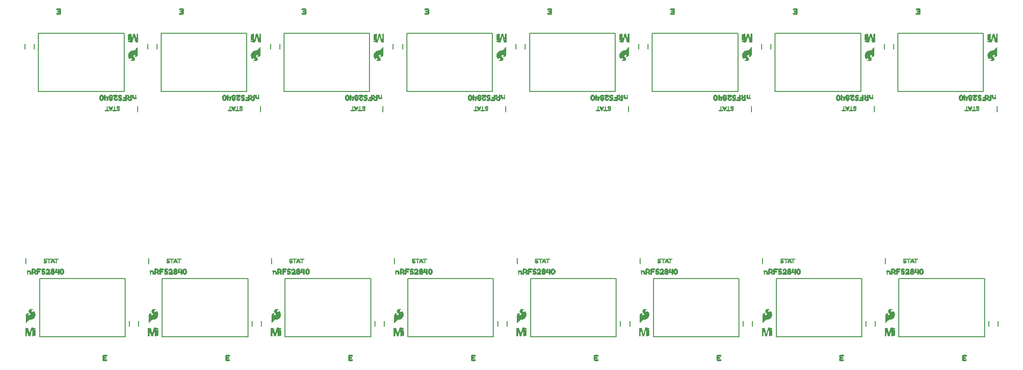
<source format=gto>
G04 EAGLE Gerber RS-274X export*
G75*
%MOMM*%
%FSLAX34Y34*%
%LPD*%
%INSilkscreen Top*%
%IPPOS*%
%AMOC8*
5,1,8,0,0,1.08239X$1,22.5*%
G01*
%ADD10C,0.203200*%
%ADD11R,0.220000X0.030000*%
%ADD12R,0.700000X0.030000*%
%ADD13R,0.030000X0.030000*%
%ADD14R,0.710000X0.030000*%
%ADD15R,0.350000X0.030000*%
%ADD16R,0.800000X0.030000*%
%ADD17R,0.160000X0.030000*%
%ADD18R,0.830000X0.030000*%
%ADD19R,0.450000X0.030000*%
%ADD20R,0.840000X0.030000*%
%ADD21R,0.190000X0.030000*%
%ADD22R,0.480000X0.040000*%
%ADD23R,0.840000X0.040000*%
%ADD24R,0.220000X0.040000*%
%ADD25R,0.830000X0.040000*%
%ADD26R,0.540000X0.030000*%
%ADD27R,0.250000X0.030000*%
%ADD28R,0.510000X0.030000*%
%ADD29R,0.760000X0.030000*%
%ADD30R,0.290000X0.030000*%
%ADD31R,0.770000X0.030000*%
%ADD32R,0.230000X0.030000*%
%ADD33R,0.320000X0.030000*%
%ADD34R,0.130000X0.030000*%
%ADD35R,0.230000X0.040000*%
%ADD36R,0.390000X0.040000*%
%ADD37R,0.190000X0.040000*%
%ADD38R,0.420000X0.030000*%
%ADD39R,0.480000X0.030000*%
%ADD40R,0.260000X0.030000*%
%ADD41R,0.510000X0.040000*%
%ADD42R,0.250000X0.040000*%
%ADD43R,0.440000X0.030000*%
%ADD44R,0.640000X0.030000*%
%ADD45R,0.670000X0.030000*%
%ADD46R,0.100000X0.040000*%
%ADD47R,0.710000X0.040000*%
%ADD48R,0.740000X0.030000*%
%ADD49R,0.610000X0.030000*%
%ADD50R,0.570000X0.030000*%
%ADD51R,0.540000X0.040000*%
%ADD52R,0.200000X0.030000*%
%ADD53R,0.640000X0.040000*%
%ADD54R,0.800000X0.040000*%
%ADD55R,0.280000X0.040000*%
%ADD56R,0.600000X0.040000*%
%ADD57R,0.680000X0.040000*%
%ADD58R,0.760000X0.040000*%
%ADD59R,0.360000X0.040000*%
%ADD60R,0.400000X0.040000*%
%ADD61R,0.240000X0.040000*%
%ADD62R,0.080000X0.040000*%
%ADD63R,0.560000X0.040000*%
%ADD64R,0.440000X0.040000*%
%ADD65R,0.520000X0.040000*%
%ADD66R,0.720000X0.040000*%
%ADD67R,0.320000X0.040000*%
%ADD68R,0.200000X0.040000*%
%ADD69R,0.160000X0.040000*%
%ADD70R,0.120000X0.040000*%

G36*
X1583361Y96241D02*
X1583361Y96241D01*
X1583423Y96243D01*
X1583445Y96256D01*
X1583471Y96260D01*
X1583542Y96308D01*
X1583575Y96326D01*
X1583581Y96334D01*
X1583591Y96341D01*
X1584091Y96841D01*
X1584110Y96872D01*
X1584148Y96914D01*
X1584424Y97374D01*
X1584891Y97841D01*
X1584899Y97854D01*
X1584914Y97867D01*
X1585403Y98453D01*
X1586591Y99641D01*
X1586598Y99652D01*
X1586611Y99663D01*
X1587801Y101052D01*
X1588758Y102008D01*
X1589656Y102547D01*
X1590153Y102630D01*
X1592022Y102630D01*
X1592048Y102636D01*
X1592085Y102635D01*
X1593285Y102835D01*
X1593300Y102842D01*
X1593322Y102843D01*
X1594422Y103143D01*
X1594439Y103152D01*
X1594463Y103157D01*
X1595463Y103557D01*
X1595485Y103572D01*
X1595518Y103584D01*
X1596518Y104184D01*
X1596538Y104204D01*
X1596572Y104224D01*
X1597372Y104924D01*
X1597379Y104933D01*
X1597391Y104941D01*
X1598191Y105741D01*
X1598202Y105759D01*
X1598222Y105777D01*
X1598922Y106677D01*
X1598933Y106700D01*
X1598954Y106725D01*
X1599954Y108525D01*
X1599965Y108561D01*
X1599990Y108613D01*
X1600490Y110513D01*
X1600491Y110545D01*
X1600502Y110588D01*
X1600602Y112288D01*
X1600595Y112324D01*
X1600596Y112380D01*
X1600296Y113980D01*
X1600287Y114001D01*
X1600283Y114030D01*
X1599783Y115530D01*
X1599764Y115561D01*
X1599743Y115614D01*
X1599043Y116714D01*
X1599024Y116733D01*
X1599006Y116763D01*
X1598781Y117016D01*
X1598443Y117396D01*
X1598206Y117663D01*
X1598174Y117685D01*
X1598124Y117732D01*
X1597324Y118232D01*
X1597294Y118243D01*
X1597274Y118257D01*
X1597239Y118263D01*
X1597194Y118283D01*
X1597177Y118283D01*
X1597160Y118288D01*
X1597128Y118284D01*
X1597122Y118284D01*
X1597114Y118282D01*
X1597091Y118279D01*
X1597021Y118277D01*
X1597006Y118268D01*
X1596988Y118266D01*
X1596958Y118246D01*
X1596953Y118245D01*
X1596939Y118233D01*
X1596930Y118227D01*
X1596869Y118194D01*
X1596859Y118179D01*
X1596844Y118169D01*
X1596828Y118141D01*
X1596820Y118135D01*
X1596806Y118104D01*
X1596769Y118052D01*
X1596766Y118033D01*
X1596758Y118019D01*
X1596756Y117993D01*
X1596749Y117976D01*
X1596750Y117951D01*
X1596742Y117910D01*
X1596742Y117072D01*
X1596670Y116856D01*
X1596610Y116735D01*
X1596417Y116542D01*
X1596260Y116490D01*
X1596069Y116490D01*
X1595355Y116669D01*
X1595013Y116840D01*
X1594742Y117021D01*
X1594372Y117298D01*
X1593818Y117852D01*
X1593475Y118366D01*
X1593402Y118657D01*
X1593402Y119148D01*
X1593474Y119364D01*
X1593552Y119519D01*
X1593702Y119745D01*
X1594023Y119985D01*
X1594346Y120147D01*
X1594797Y120237D01*
X1594804Y120241D01*
X1594814Y120241D01*
X1595169Y120330D01*
X1595632Y120330D01*
X1595752Y120270D01*
X1595767Y120266D01*
X1595780Y120257D01*
X1595914Y120231D01*
X1595921Y120230D01*
X1595922Y120230D01*
X1596022Y120230D01*
X1596047Y120236D01*
X1596073Y120233D01*
X1596131Y120255D01*
X1596191Y120269D01*
X1596211Y120286D01*
X1596235Y120295D01*
X1596277Y120340D01*
X1596324Y120379D01*
X1596335Y120403D01*
X1596352Y120422D01*
X1596370Y120481D01*
X1596395Y120538D01*
X1596394Y120563D01*
X1596402Y120588D01*
X1596391Y120649D01*
X1596389Y120711D01*
X1596376Y120733D01*
X1596372Y120759D01*
X1596324Y120830D01*
X1596306Y120863D01*
X1596298Y120869D01*
X1596291Y120879D01*
X1596191Y120979D01*
X1596171Y120991D01*
X1596150Y121014D01*
X1595750Y121314D01*
X1595724Y121326D01*
X1595692Y121350D01*
X1594292Y122050D01*
X1594280Y122053D01*
X1594271Y122059D01*
X1594242Y122065D01*
X1594205Y122081D01*
X1593305Y122281D01*
X1593271Y122281D01*
X1593222Y122290D01*
X1592222Y122290D01*
X1592194Y122284D01*
X1592154Y122284D01*
X1591054Y122084D01*
X1591019Y122069D01*
X1590962Y122051D01*
X1590947Y122047D01*
X1590944Y122045D01*
X1590940Y122044D01*
X1589840Y121444D01*
X1589820Y121426D01*
X1589789Y121410D01*
X1588889Y120710D01*
X1588869Y120686D01*
X1588800Y120612D01*
X1588300Y119812D01*
X1588288Y119778D01*
X1588261Y119730D01*
X1587961Y118830D01*
X1587958Y118793D01*
X1587942Y118710D01*
X1587942Y117910D01*
X1587949Y117877D01*
X1587951Y117828D01*
X1588151Y116928D01*
X1588168Y116892D01*
X1588190Y116825D01*
X1588690Y115925D01*
X1588712Y115901D01*
X1588736Y115860D01*
X1589436Y115060D01*
X1589437Y115059D01*
X1589438Y115057D01*
X1590238Y114157D01*
X1590246Y114152D01*
X1590253Y114141D01*
X1590895Y113499D01*
X1591142Y112841D01*
X1591142Y112272D01*
X1590983Y111795D01*
X1590662Y111394D01*
X1590166Y111063D01*
X1589475Y110890D01*
X1588760Y110890D01*
X1588331Y110976D01*
X1587936Y111134D01*
X1587418Y111652D01*
X1587267Y111879D01*
X1587202Y112072D01*
X1587202Y112348D01*
X1587254Y112505D01*
X1587727Y112978D01*
X1587942Y113049D01*
X1587962Y113062D01*
X1587992Y113070D01*
X1588392Y113270D01*
X1588421Y113294D01*
X1588491Y113341D01*
X1588591Y113441D01*
X1588604Y113462D01*
X1588623Y113478D01*
X1588649Y113535D01*
X1588682Y113588D01*
X1588685Y113613D01*
X1588695Y113636D01*
X1588693Y113699D01*
X1588699Y113761D01*
X1588690Y113784D01*
X1588689Y113809D01*
X1588659Y113864D01*
X1588637Y113923D01*
X1588619Y113940D01*
X1588607Y113962D01*
X1588537Y114016D01*
X1588510Y114040D01*
X1588501Y114043D01*
X1588492Y114050D01*
X1588092Y114250D01*
X1588077Y114254D01*
X1588064Y114263D01*
X1587930Y114289D01*
X1587924Y114290D01*
X1587923Y114290D01*
X1587922Y114290D01*
X1586722Y114290D01*
X1586696Y114284D01*
X1586660Y114285D01*
X1586060Y114185D01*
X1586054Y114183D01*
X1586047Y114183D01*
X1585547Y114083D01*
X1585521Y114071D01*
X1585481Y114063D01*
X1584981Y113863D01*
X1584950Y113841D01*
X1584894Y113814D01*
X1584494Y113514D01*
X1584490Y113510D01*
X1584484Y113507D01*
X1583984Y113107D01*
X1583967Y113084D01*
X1583896Y113006D01*
X1583296Y112006D01*
X1583284Y111970D01*
X1583256Y111914D01*
X1583056Y111214D01*
X1583055Y111189D01*
X1583045Y111157D01*
X1582945Y110357D01*
X1582947Y110336D01*
X1582942Y110310D01*
X1582942Y96610D01*
X1582948Y96585D01*
X1582945Y96559D01*
X1582967Y96502D01*
X1582981Y96441D01*
X1582998Y96421D01*
X1583007Y96397D01*
X1583052Y96355D01*
X1583091Y96308D01*
X1583115Y96297D01*
X1583134Y96280D01*
X1583193Y96262D01*
X1583250Y96237D01*
X1583275Y96238D01*
X1583300Y96230D01*
X1583361Y96241D01*
G37*
G36*
X1358292Y96241D02*
X1358292Y96241D01*
X1358353Y96243D01*
X1358376Y96256D01*
X1358401Y96260D01*
X1358473Y96308D01*
X1358506Y96326D01*
X1358511Y96334D01*
X1358521Y96341D01*
X1359021Y96841D01*
X1359041Y96872D01*
X1359079Y96914D01*
X1359355Y97374D01*
X1359821Y97841D01*
X1359830Y97854D01*
X1359845Y97867D01*
X1360334Y98453D01*
X1361521Y99641D01*
X1361528Y99652D01*
X1361541Y99663D01*
X1362732Y101052D01*
X1363688Y102008D01*
X1364586Y102547D01*
X1365084Y102630D01*
X1366953Y102630D01*
X1366979Y102636D01*
X1367015Y102635D01*
X1368215Y102835D01*
X1368231Y102842D01*
X1368253Y102843D01*
X1369353Y103143D01*
X1369370Y103152D01*
X1369394Y103157D01*
X1370394Y103557D01*
X1370415Y103572D01*
X1370448Y103584D01*
X1371448Y104184D01*
X1371469Y104204D01*
X1371503Y104224D01*
X1372303Y104924D01*
X1372310Y104933D01*
X1372321Y104941D01*
X1373121Y105741D01*
X1373132Y105759D01*
X1373153Y105777D01*
X1373853Y106677D01*
X1373863Y106700D01*
X1373885Y106725D01*
X1374885Y108525D01*
X1374895Y108561D01*
X1374920Y108613D01*
X1375420Y110513D01*
X1375421Y110545D01*
X1375432Y110588D01*
X1375532Y112288D01*
X1375526Y112324D01*
X1375526Y112380D01*
X1375226Y113980D01*
X1375217Y114001D01*
X1375213Y114030D01*
X1374713Y115530D01*
X1374694Y115561D01*
X1374673Y115614D01*
X1373973Y116714D01*
X1373955Y116733D01*
X1373937Y116763D01*
X1373711Y117016D01*
X1373373Y117396D01*
X1373137Y117663D01*
X1373105Y117685D01*
X1373054Y117732D01*
X1372254Y118232D01*
X1372224Y118243D01*
X1372204Y118257D01*
X1372169Y118263D01*
X1372125Y118283D01*
X1372107Y118283D01*
X1372090Y118288D01*
X1372059Y118284D01*
X1372053Y118284D01*
X1372045Y118282D01*
X1372021Y118279D01*
X1371952Y118277D01*
X1371936Y118268D01*
X1371918Y118266D01*
X1371889Y118246D01*
X1371884Y118245D01*
X1371870Y118233D01*
X1371861Y118227D01*
X1371800Y118194D01*
X1371789Y118179D01*
X1371774Y118169D01*
X1371758Y118141D01*
X1371750Y118135D01*
X1371737Y118104D01*
X1371700Y118052D01*
X1371696Y118033D01*
X1371688Y118019D01*
X1371687Y117993D01*
X1371679Y117976D01*
X1371680Y117951D01*
X1371672Y117910D01*
X1371672Y117072D01*
X1371600Y116856D01*
X1371540Y116735D01*
X1371347Y116542D01*
X1371191Y116490D01*
X1370999Y116490D01*
X1370285Y116669D01*
X1369944Y116840D01*
X1369672Y117021D01*
X1369302Y117298D01*
X1368748Y117852D01*
X1368406Y118366D01*
X1368333Y118657D01*
X1368333Y119148D01*
X1368405Y119364D01*
X1368482Y119519D01*
X1368633Y119745D01*
X1368953Y119985D01*
X1369277Y120147D01*
X1369727Y120237D01*
X1369735Y120241D01*
X1369745Y120241D01*
X1370099Y120330D01*
X1370563Y120330D01*
X1370683Y120270D01*
X1370698Y120266D01*
X1370710Y120257D01*
X1370844Y120231D01*
X1370851Y120230D01*
X1370852Y120230D01*
X1370853Y120230D01*
X1370953Y120230D01*
X1370978Y120236D01*
X1371003Y120233D01*
X1371061Y120255D01*
X1371121Y120269D01*
X1371141Y120286D01*
X1371165Y120295D01*
X1371207Y120340D01*
X1371255Y120379D01*
X1371266Y120403D01*
X1371283Y120422D01*
X1371301Y120481D01*
X1371326Y120538D01*
X1371325Y120563D01*
X1371332Y120588D01*
X1371322Y120649D01*
X1371319Y120711D01*
X1371307Y120733D01*
X1371303Y120759D01*
X1371254Y120830D01*
X1371237Y120863D01*
X1371228Y120869D01*
X1371221Y120879D01*
X1371121Y120979D01*
X1371101Y120991D01*
X1371081Y121014D01*
X1370681Y121314D01*
X1370654Y121326D01*
X1370623Y121350D01*
X1369223Y122050D01*
X1369211Y122053D01*
X1369202Y122059D01*
X1369173Y122065D01*
X1369135Y122081D01*
X1368235Y122281D01*
X1368201Y122281D01*
X1368153Y122290D01*
X1367153Y122290D01*
X1367124Y122284D01*
X1367085Y122284D01*
X1365985Y122084D01*
X1365950Y122069D01*
X1365892Y122051D01*
X1365877Y122047D01*
X1365875Y122045D01*
X1365871Y122044D01*
X1364771Y121444D01*
X1364751Y121426D01*
X1364719Y121410D01*
X1363819Y120710D01*
X1363800Y120686D01*
X1363730Y120612D01*
X1363230Y119812D01*
X1363219Y119778D01*
X1363192Y119730D01*
X1362892Y118830D01*
X1362888Y118793D01*
X1362872Y118710D01*
X1362872Y117910D01*
X1362880Y117877D01*
X1362881Y117828D01*
X1363081Y116928D01*
X1363098Y116892D01*
X1363120Y116825D01*
X1363620Y115925D01*
X1363642Y115901D01*
X1363666Y115860D01*
X1364366Y115060D01*
X1364368Y115059D01*
X1364368Y115057D01*
X1365168Y114157D01*
X1365177Y114152D01*
X1365184Y114141D01*
X1365826Y113499D01*
X1366072Y112841D01*
X1366072Y112272D01*
X1365913Y111795D01*
X1365593Y111394D01*
X1365097Y111063D01*
X1364406Y110890D01*
X1363690Y110890D01*
X1363261Y110976D01*
X1362866Y111134D01*
X1362348Y111652D01*
X1362197Y111879D01*
X1362133Y112072D01*
X1362133Y112348D01*
X1362185Y112505D01*
X1362658Y112978D01*
X1362873Y113049D01*
X1362893Y113062D01*
X1362923Y113070D01*
X1363323Y113270D01*
X1363352Y113294D01*
X1363421Y113341D01*
X1363521Y113441D01*
X1363535Y113462D01*
X1363554Y113478D01*
X1363580Y113535D01*
X1363613Y113588D01*
X1363615Y113613D01*
X1363626Y113636D01*
X1363623Y113699D01*
X1363629Y113761D01*
X1363621Y113784D01*
X1363620Y113809D01*
X1363590Y113864D01*
X1363568Y113923D01*
X1363549Y113940D01*
X1363538Y113962D01*
X1363468Y114016D01*
X1363441Y114040D01*
X1363432Y114043D01*
X1363423Y114050D01*
X1363023Y114250D01*
X1363008Y114254D01*
X1362995Y114263D01*
X1362861Y114289D01*
X1362854Y114290D01*
X1362853Y114290D01*
X1361653Y114290D01*
X1361626Y114284D01*
X1361590Y114285D01*
X1360990Y114185D01*
X1360985Y114183D01*
X1360978Y114183D01*
X1360478Y114083D01*
X1360451Y114071D01*
X1360411Y114063D01*
X1359911Y113863D01*
X1359880Y113841D01*
X1359824Y113814D01*
X1359424Y113514D01*
X1359421Y113510D01*
X1359415Y113507D01*
X1358915Y113107D01*
X1358897Y113084D01*
X1358827Y113006D01*
X1358227Y112006D01*
X1358215Y111970D01*
X1358187Y111914D01*
X1357987Y111214D01*
X1357986Y111189D01*
X1357975Y111157D01*
X1357875Y110357D01*
X1357877Y110336D01*
X1357872Y110310D01*
X1357872Y96610D01*
X1357878Y96585D01*
X1357876Y96559D01*
X1357898Y96502D01*
X1357912Y96441D01*
X1357928Y96421D01*
X1357937Y96397D01*
X1357983Y96355D01*
X1358022Y96308D01*
X1358046Y96297D01*
X1358065Y96280D01*
X1358124Y96262D01*
X1358180Y96237D01*
X1358206Y96238D01*
X1358231Y96230D01*
X1358292Y96241D01*
G37*
G36*
X1133197Y96241D02*
X1133197Y96241D01*
X1133259Y96243D01*
X1133281Y96256D01*
X1133307Y96260D01*
X1133378Y96308D01*
X1133411Y96326D01*
X1133416Y96334D01*
X1133427Y96341D01*
X1133927Y96841D01*
X1133946Y96872D01*
X1133984Y96914D01*
X1134260Y97374D01*
X1134727Y97841D01*
X1134735Y97854D01*
X1134750Y97867D01*
X1135239Y98453D01*
X1136427Y99641D01*
X1136434Y99652D01*
X1136447Y99663D01*
X1137637Y101052D01*
X1138594Y102008D01*
X1139492Y102547D01*
X1139989Y102630D01*
X1141858Y102630D01*
X1141884Y102636D01*
X1141920Y102635D01*
X1143120Y102835D01*
X1143136Y102842D01*
X1143158Y102843D01*
X1144258Y103143D01*
X1144275Y103152D01*
X1144299Y103157D01*
X1145299Y103557D01*
X1145321Y103572D01*
X1145353Y103584D01*
X1146353Y104184D01*
X1146374Y104204D01*
X1146408Y104224D01*
X1147208Y104924D01*
X1147215Y104933D01*
X1147227Y104941D01*
X1148027Y105741D01*
X1148038Y105759D01*
X1148058Y105777D01*
X1148758Y106677D01*
X1148769Y106700D01*
X1148790Y106725D01*
X1149790Y108525D01*
X1149800Y108561D01*
X1149826Y108613D01*
X1150326Y110513D01*
X1150326Y110545D01*
X1150337Y110588D01*
X1150437Y112288D01*
X1150431Y112324D01*
X1150432Y112380D01*
X1150132Y113980D01*
X1150122Y114001D01*
X1150119Y114030D01*
X1149619Y115530D01*
X1149599Y115561D01*
X1149579Y115614D01*
X1148879Y116714D01*
X1148860Y116733D01*
X1148842Y116763D01*
X1148617Y117016D01*
X1148279Y117396D01*
X1148042Y117663D01*
X1148010Y117685D01*
X1147959Y117732D01*
X1147159Y118232D01*
X1147130Y118243D01*
X1147110Y118257D01*
X1147074Y118263D01*
X1147030Y118283D01*
X1147012Y118283D01*
X1146995Y118288D01*
X1146964Y118284D01*
X1146958Y118284D01*
X1146950Y118282D01*
X1146926Y118279D01*
X1146857Y118277D01*
X1146841Y118268D01*
X1146824Y118266D01*
X1146794Y118246D01*
X1146789Y118245D01*
X1146775Y118233D01*
X1146766Y118227D01*
X1146705Y118194D01*
X1146695Y118179D01*
X1146680Y118169D01*
X1146664Y118141D01*
X1146655Y118135D01*
X1146642Y118104D01*
X1146605Y118052D01*
X1146601Y118033D01*
X1146594Y118019D01*
X1146592Y117993D01*
X1146585Y117976D01*
X1146586Y117951D01*
X1146578Y117910D01*
X1146578Y117072D01*
X1146506Y116856D01*
X1146445Y116735D01*
X1146252Y116542D01*
X1146096Y116490D01*
X1145905Y116490D01*
X1145190Y116669D01*
X1144849Y116840D01*
X1144577Y117021D01*
X1144208Y117298D01*
X1143653Y117852D01*
X1143311Y118366D01*
X1143238Y118657D01*
X1143238Y119148D01*
X1143310Y119364D01*
X1143387Y119519D01*
X1143538Y119745D01*
X1143859Y119985D01*
X1144182Y120147D01*
X1144632Y120237D01*
X1144640Y120241D01*
X1144650Y120241D01*
X1145005Y120330D01*
X1145468Y120330D01*
X1145588Y120270D01*
X1145603Y120266D01*
X1145616Y120257D01*
X1145750Y120231D01*
X1145756Y120230D01*
X1145757Y120230D01*
X1145758Y120230D01*
X1145858Y120230D01*
X1145883Y120236D01*
X1145909Y120233D01*
X1145966Y120255D01*
X1146027Y120269D01*
X1146046Y120286D01*
X1146071Y120295D01*
X1146113Y120340D01*
X1146160Y120379D01*
X1146171Y120403D01*
X1146188Y120422D01*
X1146206Y120481D01*
X1146231Y120538D01*
X1146230Y120563D01*
X1146237Y120588D01*
X1146227Y120649D01*
X1146225Y120711D01*
X1146212Y120733D01*
X1146208Y120759D01*
X1146160Y120830D01*
X1146142Y120863D01*
X1146134Y120869D01*
X1146127Y120879D01*
X1146027Y120979D01*
X1146007Y120991D01*
X1145986Y121014D01*
X1145586Y121314D01*
X1145559Y121326D01*
X1145528Y121350D01*
X1144128Y122050D01*
X1144116Y122053D01*
X1144107Y122059D01*
X1144078Y122065D01*
X1144040Y122081D01*
X1143140Y122281D01*
X1143106Y122281D01*
X1143058Y122290D01*
X1142058Y122290D01*
X1142030Y122284D01*
X1141990Y122284D01*
X1140890Y122084D01*
X1140855Y122069D01*
X1140798Y122051D01*
X1140783Y122047D01*
X1140780Y122045D01*
X1140776Y122044D01*
X1139676Y121444D01*
X1139656Y121426D01*
X1139624Y121410D01*
X1138724Y120710D01*
X1138705Y120686D01*
X1138635Y120612D01*
X1138135Y119812D01*
X1138124Y119778D01*
X1138097Y119730D01*
X1137797Y118830D01*
X1137794Y118793D01*
X1137778Y118710D01*
X1137778Y117910D01*
X1137785Y117877D01*
X1137787Y117828D01*
X1137987Y116928D01*
X1138004Y116892D01*
X1138025Y116825D01*
X1138525Y115925D01*
X1138548Y115901D01*
X1138572Y115860D01*
X1139272Y115060D01*
X1139273Y115059D01*
X1139274Y115057D01*
X1140074Y114157D01*
X1140082Y114152D01*
X1140089Y114141D01*
X1140731Y113499D01*
X1140978Y112841D01*
X1140978Y112272D01*
X1140819Y111795D01*
X1140498Y111394D01*
X1140002Y111063D01*
X1139311Y110890D01*
X1138596Y110890D01*
X1138167Y110976D01*
X1137771Y111134D01*
X1137253Y111652D01*
X1137102Y111879D01*
X1137038Y112072D01*
X1137038Y112348D01*
X1137090Y112505D01*
X1137563Y112978D01*
X1137778Y113049D01*
X1137798Y113062D01*
X1137828Y113070D01*
X1138228Y113270D01*
X1138257Y113294D01*
X1138327Y113341D01*
X1138427Y113441D01*
X1138440Y113462D01*
X1138459Y113478D01*
X1138485Y113535D01*
X1138518Y113588D01*
X1138520Y113613D01*
X1138531Y113636D01*
X1138529Y113699D01*
X1138535Y113761D01*
X1138526Y113784D01*
X1138525Y113809D01*
X1138495Y113864D01*
X1138473Y113923D01*
X1138455Y113940D01*
X1138443Y113962D01*
X1138373Y114016D01*
X1138346Y114040D01*
X1138337Y114043D01*
X1138328Y114050D01*
X1137928Y114250D01*
X1137913Y114254D01*
X1137900Y114263D01*
X1137766Y114289D01*
X1137759Y114290D01*
X1137758Y114290D01*
X1136558Y114290D01*
X1136532Y114284D01*
X1136495Y114285D01*
X1135895Y114185D01*
X1135890Y114183D01*
X1135883Y114183D01*
X1135383Y114083D01*
X1135356Y114071D01*
X1135317Y114063D01*
X1134817Y113863D01*
X1134785Y113841D01*
X1134730Y113814D01*
X1134330Y113514D01*
X1134326Y113510D01*
X1134320Y113507D01*
X1133820Y113107D01*
X1133803Y113084D01*
X1133732Y113006D01*
X1133132Y112006D01*
X1133120Y111970D01*
X1133092Y111914D01*
X1132892Y111214D01*
X1132891Y111189D01*
X1132881Y111157D01*
X1132781Y110357D01*
X1132783Y110336D01*
X1132778Y110310D01*
X1132778Y96610D01*
X1132783Y96585D01*
X1132781Y96559D01*
X1132803Y96502D01*
X1132817Y96441D01*
X1132833Y96421D01*
X1132843Y96397D01*
X1132888Y96355D01*
X1132927Y96308D01*
X1132951Y96297D01*
X1132970Y96280D01*
X1133029Y96262D01*
X1133085Y96237D01*
X1133111Y96238D01*
X1133136Y96230D01*
X1133197Y96241D01*
G37*
G36*
X232868Y96241D02*
X232868Y96241D01*
X232930Y96243D01*
X232953Y96256D01*
X232978Y96260D01*
X233050Y96308D01*
X233082Y96326D01*
X233088Y96334D01*
X233098Y96341D01*
X233598Y96841D01*
X233618Y96872D01*
X233655Y96914D01*
X233931Y97374D01*
X234398Y97841D01*
X234406Y97854D01*
X234422Y97867D01*
X234911Y98453D01*
X236098Y99641D01*
X236105Y99652D01*
X236118Y99663D01*
X237309Y101052D01*
X238265Y102008D01*
X239163Y102547D01*
X239661Y102630D01*
X241529Y102630D01*
X241556Y102636D01*
X241592Y102635D01*
X242792Y102835D01*
X242808Y102842D01*
X242829Y102843D01*
X243929Y103143D01*
X243946Y103152D01*
X243971Y103157D01*
X244971Y103557D01*
X244992Y103572D01*
X245025Y103584D01*
X246025Y104184D01*
X246046Y104204D01*
X246080Y104224D01*
X246880Y104924D01*
X246887Y104933D01*
X246898Y104941D01*
X247698Y105741D01*
X247709Y105759D01*
X247730Y105777D01*
X248430Y106677D01*
X248440Y106700D01*
X248462Y106725D01*
X249462Y108525D01*
X249472Y108561D01*
X249497Y108613D01*
X249997Y110513D01*
X249998Y110545D01*
X250009Y110588D01*
X250109Y112288D01*
X250103Y112324D01*
X250103Y112380D01*
X249803Y113980D01*
X249794Y114001D01*
X249790Y114030D01*
X249290Y115530D01*
X249271Y115561D01*
X249250Y115614D01*
X248550Y116714D01*
X248531Y116733D01*
X248514Y116763D01*
X248288Y117016D01*
X247950Y117396D01*
X247714Y117663D01*
X247682Y117685D01*
X247631Y117732D01*
X246831Y118232D01*
X246801Y118243D01*
X246781Y118257D01*
X246746Y118263D01*
X246702Y118283D01*
X246684Y118283D01*
X246667Y118288D01*
X246635Y118284D01*
X246629Y118284D01*
X246622Y118282D01*
X246598Y118279D01*
X246529Y118277D01*
X246513Y118268D01*
X246495Y118266D01*
X246466Y118246D01*
X246461Y118245D01*
X246447Y118233D01*
X246437Y118227D01*
X246377Y118194D01*
X246366Y118179D01*
X246351Y118169D01*
X246335Y118141D01*
X246327Y118135D01*
X246314Y118104D01*
X246277Y118052D01*
X246273Y118033D01*
X246265Y118019D01*
X246264Y117993D01*
X246256Y117976D01*
X246257Y117951D01*
X246249Y117910D01*
X246249Y117072D01*
X246177Y116856D01*
X246117Y116735D01*
X245924Y116542D01*
X245768Y116490D01*
X245576Y116490D01*
X244862Y116669D01*
X244521Y116840D01*
X244249Y117021D01*
X243879Y117298D01*
X243325Y117852D01*
X242982Y118366D01*
X242910Y118657D01*
X242910Y119148D01*
X242982Y119364D01*
X243059Y119519D01*
X243210Y119745D01*
X243530Y119985D01*
X243854Y120147D01*
X244304Y120237D01*
X244312Y120241D01*
X244322Y120241D01*
X244676Y120330D01*
X245140Y120330D01*
X245259Y120270D01*
X245274Y120266D01*
X245287Y120257D01*
X245421Y120231D01*
X245428Y120230D01*
X245429Y120230D01*
X245529Y120230D01*
X245555Y120236D01*
X245580Y120233D01*
X245638Y120255D01*
X245698Y120269D01*
X245718Y120286D01*
X245742Y120295D01*
X245784Y120340D01*
X245832Y120379D01*
X245842Y120403D01*
X245860Y120422D01*
X245877Y120481D01*
X245903Y120538D01*
X245902Y120563D01*
X245909Y120588D01*
X245898Y120649D01*
X245896Y120711D01*
X245884Y120733D01*
X245879Y120759D01*
X245831Y120830D01*
X245813Y120863D01*
X245805Y120869D01*
X245798Y120879D01*
X245698Y120979D01*
X245678Y120991D01*
X245658Y121014D01*
X245258Y121314D01*
X245231Y121326D01*
X245199Y121350D01*
X243799Y122050D01*
X243787Y122053D01*
X243779Y122059D01*
X243750Y122065D01*
X243712Y122081D01*
X242812Y122281D01*
X242778Y122281D01*
X242729Y122290D01*
X241729Y122290D01*
X241701Y122284D01*
X241661Y122284D01*
X240561Y122084D01*
X240526Y122069D01*
X240469Y122051D01*
X240454Y122047D01*
X240452Y122045D01*
X240447Y122044D01*
X239347Y121444D01*
X239328Y121426D01*
X239296Y121410D01*
X238396Y120710D01*
X238377Y120686D01*
X238307Y120612D01*
X237807Y119812D01*
X237795Y119778D01*
X237769Y119730D01*
X237469Y118830D01*
X237465Y118793D01*
X237449Y118710D01*
X237449Y117910D01*
X237457Y117877D01*
X237458Y117828D01*
X237658Y116928D01*
X237675Y116892D01*
X237697Y116825D01*
X238197Y115925D01*
X238219Y115901D01*
X238243Y115860D01*
X238943Y115060D01*
X238944Y115059D01*
X238945Y115057D01*
X239745Y114157D01*
X239754Y114152D01*
X239761Y114141D01*
X240402Y113499D01*
X240649Y112841D01*
X240649Y112272D01*
X240490Y111795D01*
X240169Y111394D01*
X239673Y111063D01*
X238983Y110890D01*
X238267Y110890D01*
X237838Y110976D01*
X237443Y111134D01*
X236925Y111652D01*
X236774Y111879D01*
X236710Y112072D01*
X236710Y112348D01*
X236762Y112505D01*
X237235Y112978D01*
X237450Y113049D01*
X237470Y113062D01*
X237499Y113070D01*
X237899Y113270D01*
X237928Y113294D01*
X237998Y113341D01*
X238098Y113441D01*
X238111Y113462D01*
X238131Y113478D01*
X238157Y113535D01*
X238190Y113588D01*
X238192Y113613D01*
X238202Y113636D01*
X238200Y113699D01*
X238206Y113761D01*
X238197Y113784D01*
X238196Y113809D01*
X238167Y113864D01*
X238145Y113923D01*
X238126Y113940D01*
X238114Y113962D01*
X238044Y114016D01*
X238018Y114040D01*
X238009Y114043D01*
X237999Y114050D01*
X237599Y114250D01*
X237584Y114254D01*
X237572Y114263D01*
X237438Y114289D01*
X237431Y114290D01*
X237430Y114290D01*
X237429Y114290D01*
X236229Y114290D01*
X236203Y114284D01*
X236167Y114285D01*
X235567Y114185D01*
X235562Y114183D01*
X235555Y114183D01*
X235055Y114083D01*
X235028Y114071D01*
X234988Y114063D01*
X234488Y113863D01*
X234457Y113841D01*
X234401Y113814D01*
X234001Y113514D01*
X233998Y113510D01*
X233992Y113507D01*
X233492Y113107D01*
X233474Y113084D01*
X233403Y113006D01*
X232803Y112006D01*
X232792Y111970D01*
X232764Y111914D01*
X232564Y111214D01*
X232563Y111189D01*
X232552Y111157D01*
X232452Y110357D01*
X232454Y110336D01*
X232449Y110310D01*
X232449Y96610D01*
X232455Y96585D01*
X232453Y96559D01*
X232475Y96502D01*
X232489Y96441D01*
X232505Y96421D01*
X232514Y96397D01*
X232560Y96355D01*
X232599Y96308D01*
X232622Y96297D01*
X232641Y96280D01*
X232701Y96262D01*
X232757Y96237D01*
X232783Y96238D01*
X232807Y96230D01*
X232868Y96241D01*
G37*
G36*
X457963Y96241D02*
X457963Y96241D01*
X458025Y96243D01*
X458048Y96256D01*
X458073Y96260D01*
X458144Y96308D01*
X458177Y96326D01*
X458183Y96334D01*
X458193Y96341D01*
X458693Y96841D01*
X458712Y96872D01*
X458750Y96914D01*
X459026Y97374D01*
X459493Y97841D01*
X459501Y97854D01*
X459516Y97867D01*
X460005Y98453D01*
X461193Y99641D01*
X461200Y99652D01*
X461213Y99663D01*
X462404Y101052D01*
X463360Y102008D01*
X464258Y102547D01*
X464756Y102630D01*
X466624Y102630D01*
X466650Y102636D01*
X466687Y102635D01*
X467887Y102835D01*
X467903Y102842D01*
X467924Y102843D01*
X469024Y103143D01*
X469041Y103152D01*
X469065Y103157D01*
X470065Y103557D01*
X470087Y103572D01*
X470120Y103584D01*
X471120Y104184D01*
X471140Y104204D01*
X471175Y104224D01*
X471975Y104924D01*
X471981Y104933D01*
X471993Y104941D01*
X472793Y105741D01*
X472804Y105759D01*
X472824Y105777D01*
X473524Y106677D01*
X473535Y106700D01*
X473557Y106725D01*
X474557Y108525D01*
X474567Y108561D01*
X474592Y108613D01*
X475092Y110513D01*
X475093Y110545D01*
X475104Y110588D01*
X475204Y112288D01*
X475198Y112324D01*
X475198Y112380D01*
X474898Y113980D01*
X474889Y114001D01*
X474885Y114030D01*
X474385Y115530D01*
X474366Y115561D01*
X474345Y115614D01*
X473645Y116714D01*
X473626Y116733D01*
X473608Y116763D01*
X473383Y117016D01*
X473045Y117396D01*
X472808Y117663D01*
X472776Y117685D01*
X472726Y117732D01*
X471926Y118232D01*
X471896Y118243D01*
X471876Y118257D01*
X471841Y118263D01*
X471797Y118283D01*
X471779Y118283D01*
X471762Y118288D01*
X471730Y118284D01*
X471724Y118284D01*
X471716Y118282D01*
X471693Y118279D01*
X471624Y118277D01*
X471608Y118268D01*
X471590Y118266D01*
X471560Y118246D01*
X471555Y118245D01*
X471542Y118233D01*
X471532Y118227D01*
X471471Y118194D01*
X471461Y118179D01*
X471446Y118169D01*
X471430Y118141D01*
X471422Y118135D01*
X471408Y118104D01*
X471372Y118052D01*
X471368Y118033D01*
X471360Y118019D01*
X471358Y117993D01*
X471351Y117976D01*
X471352Y117951D01*
X471344Y117910D01*
X471344Y117072D01*
X471272Y116856D01*
X471212Y116735D01*
X471019Y116542D01*
X470862Y116490D01*
X470671Y116490D01*
X469957Y116669D01*
X469615Y116840D01*
X469344Y117021D01*
X468974Y117298D01*
X468420Y117852D01*
X468077Y118366D01*
X468004Y118657D01*
X468004Y119148D01*
X468076Y119364D01*
X468154Y119519D01*
X468304Y119745D01*
X468625Y119985D01*
X468949Y120147D01*
X469399Y120237D01*
X469406Y120241D01*
X469416Y120241D01*
X469771Y120330D01*
X470234Y120330D01*
X470354Y120270D01*
X470369Y120266D01*
X470382Y120257D01*
X470516Y120231D01*
X470523Y120230D01*
X470524Y120230D01*
X470624Y120230D01*
X470649Y120236D01*
X470675Y120233D01*
X470733Y120255D01*
X470793Y120269D01*
X470813Y120286D01*
X470837Y120295D01*
X470879Y120340D01*
X470927Y120379D01*
X470937Y120403D01*
X470955Y120422D01*
X470972Y120481D01*
X470997Y120538D01*
X470997Y120563D01*
X471004Y120588D01*
X470993Y120649D01*
X470991Y120711D01*
X470979Y120733D01*
X470974Y120759D01*
X470926Y120830D01*
X470908Y120863D01*
X470900Y120869D01*
X470893Y120879D01*
X470793Y120979D01*
X470773Y120991D01*
X470752Y121014D01*
X470352Y121314D01*
X470326Y121326D01*
X470294Y121350D01*
X468894Y122050D01*
X468882Y122053D01*
X468873Y122059D01*
X468844Y122065D01*
X468807Y122081D01*
X467907Y122281D01*
X467873Y122281D01*
X467824Y122290D01*
X466824Y122290D01*
X466796Y122284D01*
X466756Y122284D01*
X465656Y122084D01*
X465621Y122069D01*
X465564Y122051D01*
X465549Y122047D01*
X465547Y122045D01*
X465542Y122044D01*
X464442Y121444D01*
X464422Y121426D01*
X464391Y121410D01*
X463491Y120710D01*
X463472Y120686D01*
X463402Y120612D01*
X462902Y119812D01*
X462890Y119778D01*
X462863Y119730D01*
X462563Y118830D01*
X462560Y118793D01*
X462544Y118710D01*
X462544Y117910D01*
X462552Y117877D01*
X462553Y117828D01*
X462753Y116928D01*
X462770Y116892D01*
X462792Y116825D01*
X463292Y115925D01*
X463314Y115901D01*
X463338Y115860D01*
X464038Y115060D01*
X464039Y115059D01*
X464040Y115057D01*
X464840Y114157D01*
X464848Y114152D01*
X464855Y114141D01*
X465497Y113499D01*
X465744Y112841D01*
X465744Y112272D01*
X465585Y111795D01*
X465264Y111394D01*
X464768Y111063D01*
X464077Y110890D01*
X463362Y110890D01*
X462933Y110976D01*
X462538Y111134D01*
X462020Y111652D01*
X461869Y111879D01*
X461804Y112072D01*
X461804Y112348D01*
X461857Y112505D01*
X462330Y112978D01*
X462544Y113049D01*
X462565Y113062D01*
X462594Y113070D01*
X462994Y113270D01*
X463023Y113294D01*
X463093Y113341D01*
X463193Y113441D01*
X463206Y113462D01*
X463226Y113478D01*
X463252Y113535D01*
X463284Y113588D01*
X463287Y113613D01*
X463297Y113636D01*
X463295Y113699D01*
X463301Y113761D01*
X463292Y113784D01*
X463291Y113809D01*
X463262Y113864D01*
X463239Y113923D01*
X463221Y113940D01*
X463209Y113962D01*
X463139Y114016D01*
X463112Y114040D01*
X463103Y114043D01*
X463094Y114050D01*
X462694Y114250D01*
X462679Y114254D01*
X462666Y114263D01*
X462532Y114289D01*
X462526Y114290D01*
X462525Y114290D01*
X462524Y114290D01*
X461324Y114290D01*
X461298Y114284D01*
X461262Y114285D01*
X460662Y114185D01*
X460657Y114183D01*
X460650Y114183D01*
X460150Y114083D01*
X460123Y114071D01*
X460083Y114063D01*
X459583Y113863D01*
X459552Y113841D01*
X459496Y113814D01*
X459096Y113514D01*
X459093Y113510D01*
X459087Y113507D01*
X458587Y113107D01*
X458569Y113084D01*
X458498Y113006D01*
X457898Y112006D01*
X457887Y111970D01*
X457859Y111914D01*
X457659Y111214D01*
X457657Y111189D01*
X457647Y111157D01*
X457547Y110357D01*
X457549Y110336D01*
X457544Y110310D01*
X457544Y96610D01*
X457550Y96585D01*
X457547Y96559D01*
X457569Y96502D01*
X457583Y96441D01*
X457600Y96421D01*
X457609Y96397D01*
X457654Y96355D01*
X457694Y96308D01*
X457717Y96297D01*
X457736Y96280D01*
X457795Y96262D01*
X457852Y96237D01*
X457878Y96238D01*
X457902Y96230D01*
X457963Y96241D01*
G37*
G36*
X908127Y96241D02*
X908127Y96241D01*
X908189Y96243D01*
X908212Y96256D01*
X908237Y96260D01*
X908309Y96308D01*
X908341Y96326D01*
X908347Y96334D01*
X908357Y96341D01*
X908857Y96841D01*
X908877Y96872D01*
X908914Y96914D01*
X909190Y97374D01*
X909657Y97841D01*
X909665Y97854D01*
X909681Y97867D01*
X910170Y98453D01*
X911357Y99641D01*
X911364Y99652D01*
X911377Y99663D01*
X912568Y101052D01*
X913524Y102008D01*
X914422Y102547D01*
X914920Y102630D01*
X916788Y102630D01*
X916815Y102636D01*
X916851Y102635D01*
X918051Y102835D01*
X918067Y102842D01*
X918088Y102843D01*
X919188Y103143D01*
X919205Y103152D01*
X919230Y103157D01*
X920230Y103557D01*
X920251Y103572D01*
X920284Y103584D01*
X921284Y104184D01*
X921305Y104204D01*
X921339Y104224D01*
X922139Y104924D01*
X922146Y104933D01*
X922157Y104941D01*
X922957Y105741D01*
X922968Y105759D01*
X922989Y105777D01*
X923689Y106677D01*
X923699Y106700D01*
X923721Y106725D01*
X924721Y108525D01*
X924731Y108561D01*
X924756Y108613D01*
X925256Y110513D01*
X925257Y110545D01*
X925268Y110588D01*
X925368Y112288D01*
X925362Y112324D01*
X925362Y112380D01*
X925062Y113980D01*
X925053Y114001D01*
X925049Y114030D01*
X924549Y115530D01*
X924530Y115561D01*
X924509Y115614D01*
X923809Y116714D01*
X923790Y116733D01*
X923773Y116763D01*
X923547Y117016D01*
X923209Y117396D01*
X922973Y117663D01*
X922941Y117685D01*
X922890Y117732D01*
X922090Y118232D01*
X922060Y118243D01*
X922040Y118257D01*
X922005Y118263D01*
X921961Y118283D01*
X921943Y118283D01*
X921926Y118288D01*
X921894Y118284D01*
X921888Y118284D01*
X921881Y118282D01*
X921857Y118279D01*
X921788Y118277D01*
X921772Y118268D01*
X921754Y118266D01*
X921725Y118246D01*
X921720Y118245D01*
X921706Y118233D01*
X921696Y118227D01*
X921636Y118194D01*
X921625Y118179D01*
X921610Y118169D01*
X921594Y118141D01*
X921586Y118135D01*
X921573Y118104D01*
X921536Y118052D01*
X921532Y118033D01*
X921524Y118019D01*
X921523Y117993D01*
X921515Y117976D01*
X921516Y117951D01*
X921508Y117910D01*
X921508Y117072D01*
X921436Y116856D01*
X921376Y116735D01*
X921183Y116542D01*
X921027Y116490D01*
X920835Y116490D01*
X920121Y116669D01*
X919780Y116840D01*
X919508Y117021D01*
X919138Y117298D01*
X918584Y117852D01*
X918241Y118366D01*
X918169Y118657D01*
X918169Y119148D01*
X918241Y119364D01*
X918318Y119519D01*
X918469Y119745D01*
X918789Y119985D01*
X919113Y120147D01*
X919563Y120237D01*
X919571Y120241D01*
X919581Y120241D01*
X919935Y120330D01*
X920399Y120330D01*
X920518Y120270D01*
X920533Y120266D01*
X920546Y120257D01*
X920680Y120231D01*
X920687Y120230D01*
X920688Y120230D01*
X920788Y120230D01*
X920814Y120236D01*
X920839Y120233D01*
X920897Y120255D01*
X920957Y120269D01*
X920977Y120286D01*
X921001Y120295D01*
X921043Y120340D01*
X921091Y120379D01*
X921101Y120403D01*
X921119Y120422D01*
X921136Y120481D01*
X921162Y120538D01*
X921161Y120563D01*
X921168Y120588D01*
X921157Y120649D01*
X921155Y120711D01*
X921143Y120733D01*
X921138Y120759D01*
X921090Y120830D01*
X921072Y120863D01*
X921064Y120869D01*
X921057Y120879D01*
X920957Y120979D01*
X920937Y120991D01*
X920917Y121014D01*
X920517Y121314D01*
X920490Y121326D01*
X920458Y121350D01*
X919058Y122050D01*
X919046Y122053D01*
X919038Y122059D01*
X919009Y122065D01*
X918971Y122081D01*
X918071Y122281D01*
X918037Y122281D01*
X917988Y122290D01*
X916988Y122290D01*
X916960Y122284D01*
X916920Y122284D01*
X915820Y122084D01*
X915785Y122069D01*
X915728Y122051D01*
X915713Y122047D01*
X915711Y122045D01*
X915706Y122044D01*
X914606Y121444D01*
X914587Y121426D01*
X914555Y121410D01*
X913655Y120710D01*
X913636Y120686D01*
X913566Y120612D01*
X913066Y119812D01*
X913054Y119778D01*
X913028Y119730D01*
X912728Y118830D01*
X912724Y118793D01*
X912708Y118710D01*
X912708Y117910D01*
X912716Y117877D01*
X912717Y117828D01*
X912917Y116928D01*
X912934Y116892D01*
X912956Y116825D01*
X913456Y115925D01*
X913478Y115901D01*
X913502Y115860D01*
X914202Y115060D01*
X914203Y115059D01*
X914204Y115057D01*
X915004Y114157D01*
X915013Y114152D01*
X915020Y114141D01*
X915661Y113499D01*
X915908Y112841D01*
X915908Y112272D01*
X915749Y111795D01*
X915428Y111394D01*
X914932Y111063D01*
X914242Y110890D01*
X913526Y110890D01*
X913097Y110976D01*
X912702Y111134D01*
X912184Y111652D01*
X912033Y111879D01*
X911969Y112072D01*
X911969Y112348D01*
X912021Y112505D01*
X912494Y112978D01*
X912709Y113049D01*
X912729Y113062D01*
X912758Y113070D01*
X913158Y113270D01*
X913187Y113294D01*
X913257Y113341D01*
X913357Y113441D01*
X913370Y113462D01*
X913390Y113478D01*
X913416Y113535D01*
X913449Y113588D01*
X913451Y113613D01*
X913461Y113636D01*
X913459Y113699D01*
X913465Y113761D01*
X913456Y113784D01*
X913455Y113809D01*
X913426Y113864D01*
X913404Y113923D01*
X913385Y113940D01*
X913373Y113962D01*
X913303Y114016D01*
X913277Y114040D01*
X913268Y114043D01*
X913258Y114050D01*
X912858Y114250D01*
X912843Y114254D01*
X912831Y114263D01*
X912697Y114289D01*
X912690Y114290D01*
X912689Y114290D01*
X912688Y114290D01*
X911488Y114290D01*
X911462Y114284D01*
X911426Y114285D01*
X910826Y114185D01*
X910821Y114183D01*
X910814Y114183D01*
X910314Y114083D01*
X910287Y114071D01*
X910247Y114063D01*
X909747Y113863D01*
X909716Y113841D01*
X909660Y113814D01*
X909260Y113514D01*
X909257Y113510D01*
X909251Y113507D01*
X908751Y113107D01*
X908733Y113084D01*
X908662Y113006D01*
X908062Y112006D01*
X908051Y111970D01*
X908023Y111914D01*
X907823Y111214D01*
X907822Y111189D01*
X907811Y111157D01*
X907711Y110357D01*
X907713Y110336D01*
X907708Y110310D01*
X907708Y96610D01*
X907714Y96585D01*
X907712Y96559D01*
X907734Y96502D01*
X907748Y96441D01*
X907764Y96421D01*
X907773Y96397D01*
X907819Y96355D01*
X907858Y96308D01*
X907881Y96297D01*
X907900Y96280D01*
X907960Y96262D01*
X908016Y96237D01*
X908042Y96238D01*
X908066Y96230D01*
X908127Y96241D01*
G37*
G36*
X683033Y96241D02*
X683033Y96241D01*
X683094Y96243D01*
X683117Y96256D01*
X683142Y96260D01*
X683214Y96308D01*
X683247Y96326D01*
X683252Y96334D01*
X683262Y96341D01*
X683762Y96841D01*
X683782Y96872D01*
X683820Y96914D01*
X684096Y97374D01*
X684562Y97841D01*
X684571Y97854D01*
X684586Y97867D01*
X685075Y98453D01*
X686262Y99641D01*
X686269Y99652D01*
X686282Y99663D01*
X687473Y101052D01*
X688429Y102008D01*
X689327Y102547D01*
X689825Y102630D01*
X691694Y102630D01*
X691720Y102636D01*
X691756Y102635D01*
X692956Y102835D01*
X692972Y102842D01*
X692994Y102843D01*
X694094Y103143D01*
X694111Y103152D01*
X694135Y103157D01*
X695135Y103557D01*
X695156Y103572D01*
X695189Y103584D01*
X696189Y104184D01*
X696210Y104204D01*
X696244Y104224D01*
X697044Y104924D01*
X697051Y104933D01*
X697062Y104941D01*
X697862Y105741D01*
X697873Y105759D01*
X697894Y105777D01*
X698594Y106677D01*
X698604Y106700D01*
X698626Y106725D01*
X699626Y108525D01*
X699636Y108561D01*
X699661Y108613D01*
X700161Y110513D01*
X700162Y110545D01*
X700173Y110588D01*
X700273Y112288D01*
X700267Y112324D01*
X700267Y112380D01*
X699967Y113980D01*
X699958Y114001D01*
X699954Y114030D01*
X699454Y115530D01*
X699435Y115561D01*
X699414Y115614D01*
X698714Y116714D01*
X698696Y116733D01*
X698678Y116763D01*
X698452Y117016D01*
X698114Y117396D01*
X697878Y117663D01*
X697846Y117685D01*
X697795Y117732D01*
X696995Y118232D01*
X696965Y118243D01*
X696945Y118257D01*
X696910Y118263D01*
X696866Y118283D01*
X696848Y118283D01*
X696831Y118288D01*
X696800Y118284D01*
X696794Y118284D01*
X696786Y118282D01*
X696762Y118279D01*
X696693Y118277D01*
X696677Y118268D01*
X696659Y118266D01*
X696630Y118246D01*
X696625Y118245D01*
X696611Y118233D01*
X696602Y118227D01*
X696541Y118194D01*
X696530Y118179D01*
X696515Y118169D01*
X696499Y118141D01*
X696491Y118135D01*
X696478Y118104D01*
X696441Y118052D01*
X696437Y118033D01*
X696429Y118019D01*
X696428Y117993D01*
X696420Y117976D01*
X696421Y117951D01*
X696413Y117910D01*
X696413Y117072D01*
X696341Y116856D01*
X696281Y116735D01*
X696088Y116542D01*
X695932Y116490D01*
X695740Y116490D01*
X695026Y116669D01*
X694685Y116840D01*
X694413Y117021D01*
X694043Y117298D01*
X693489Y117852D01*
X693147Y118366D01*
X693074Y118657D01*
X693074Y119148D01*
X693146Y119364D01*
X693223Y119519D01*
X693374Y119745D01*
X693694Y119985D01*
X694018Y120147D01*
X694468Y120237D01*
X694476Y120241D01*
X694486Y120241D01*
X694840Y120330D01*
X695304Y120330D01*
X695424Y120270D01*
X695439Y120266D01*
X695451Y120257D01*
X695585Y120231D01*
X695592Y120230D01*
X695593Y120230D01*
X695594Y120230D01*
X695694Y120230D01*
X695719Y120236D01*
X695744Y120233D01*
X695802Y120255D01*
X695862Y120269D01*
X695882Y120286D01*
X695906Y120295D01*
X695948Y120340D01*
X695996Y120379D01*
X696007Y120403D01*
X696024Y120422D01*
X696042Y120481D01*
X696067Y120538D01*
X696066Y120563D01*
X696073Y120588D01*
X696063Y120649D01*
X696060Y120711D01*
X696048Y120733D01*
X696044Y120759D01*
X695995Y120830D01*
X695978Y120863D01*
X695969Y120869D01*
X695962Y120879D01*
X695862Y120979D01*
X695842Y120991D01*
X695822Y121014D01*
X695422Y121314D01*
X695395Y121326D01*
X695364Y121350D01*
X693964Y122050D01*
X693952Y122053D01*
X693943Y122059D01*
X693914Y122065D01*
X693876Y122081D01*
X692976Y122281D01*
X692942Y122281D01*
X692894Y122290D01*
X691894Y122290D01*
X691865Y122284D01*
X691826Y122284D01*
X690726Y122084D01*
X690691Y122069D01*
X690633Y122051D01*
X690618Y122047D01*
X690616Y122045D01*
X690612Y122044D01*
X689512Y121444D01*
X689492Y121426D01*
X689460Y121410D01*
X688560Y120710D01*
X688541Y120686D01*
X688471Y120612D01*
X687971Y119812D01*
X687960Y119778D01*
X687933Y119730D01*
X687633Y118830D01*
X687629Y118793D01*
X687613Y118710D01*
X687613Y117910D01*
X687621Y117877D01*
X687622Y117828D01*
X687822Y116928D01*
X687839Y116892D01*
X687861Y116825D01*
X688361Y115925D01*
X688383Y115901D01*
X688407Y115860D01*
X689107Y115060D01*
X689109Y115059D01*
X689109Y115057D01*
X689909Y114157D01*
X689918Y114152D01*
X689925Y114141D01*
X690567Y113499D01*
X690813Y112841D01*
X690813Y112272D01*
X690654Y111795D01*
X690334Y111394D01*
X689838Y111063D01*
X689147Y110890D01*
X688431Y110890D01*
X688002Y110976D01*
X687607Y111134D01*
X687089Y111652D01*
X686938Y111879D01*
X686874Y112072D01*
X686874Y112348D01*
X686926Y112505D01*
X687399Y112978D01*
X687614Y113049D01*
X687634Y113062D01*
X687664Y113070D01*
X688064Y113270D01*
X688093Y113294D01*
X688162Y113341D01*
X688262Y113441D01*
X688276Y113462D01*
X688295Y113478D01*
X688321Y113535D01*
X688354Y113588D01*
X688356Y113613D01*
X688367Y113636D01*
X688364Y113699D01*
X688370Y113761D01*
X688362Y113784D01*
X688361Y113809D01*
X688331Y113864D01*
X688309Y113923D01*
X688290Y113940D01*
X688279Y113962D01*
X688209Y114016D01*
X688182Y114040D01*
X688173Y114043D01*
X688164Y114050D01*
X687764Y114250D01*
X687749Y114254D01*
X687736Y114263D01*
X687602Y114289D01*
X687595Y114290D01*
X687594Y114290D01*
X686394Y114290D01*
X686367Y114284D01*
X686331Y114285D01*
X685731Y114185D01*
X685726Y114183D01*
X685719Y114183D01*
X685219Y114083D01*
X685192Y114071D01*
X685152Y114063D01*
X684652Y113863D01*
X684621Y113841D01*
X684565Y113814D01*
X684165Y113514D01*
X684162Y113510D01*
X684156Y113507D01*
X683656Y113107D01*
X683638Y113084D01*
X683568Y113006D01*
X682968Y112006D01*
X682956Y111970D01*
X682928Y111914D01*
X682728Y111214D01*
X682727Y111189D01*
X682716Y111157D01*
X682616Y110357D01*
X682618Y110336D01*
X682613Y110310D01*
X682613Y96610D01*
X682619Y96585D01*
X682617Y96559D01*
X682639Y96502D01*
X682653Y96441D01*
X682669Y96421D01*
X682678Y96397D01*
X682724Y96355D01*
X682763Y96308D01*
X682787Y96297D01*
X682806Y96280D01*
X682865Y96262D01*
X682921Y96237D01*
X682947Y96238D01*
X682972Y96230D01*
X683033Y96241D01*
G37*
G36*
X7799Y96241D02*
X7799Y96241D01*
X7861Y96243D01*
X7883Y96256D01*
X7909Y96260D01*
X7980Y96308D01*
X8013Y96326D01*
X8019Y96334D01*
X8029Y96341D01*
X8529Y96841D01*
X8548Y96872D01*
X8586Y96914D01*
X8862Y97374D01*
X9329Y97841D01*
X9337Y97854D01*
X9352Y97867D01*
X9841Y98453D01*
X11029Y99641D01*
X11036Y99652D01*
X11049Y99663D01*
X12239Y101052D01*
X13196Y102008D01*
X14094Y102547D01*
X14591Y102630D01*
X16460Y102630D01*
X16486Y102636D01*
X16523Y102635D01*
X17723Y102835D01*
X17738Y102842D01*
X17760Y102843D01*
X18860Y103143D01*
X18877Y103152D01*
X18901Y103157D01*
X19901Y103557D01*
X19923Y103572D01*
X19956Y103584D01*
X20956Y104184D01*
X20976Y104204D01*
X21010Y104224D01*
X21810Y104924D01*
X21817Y104933D01*
X21829Y104941D01*
X22629Y105741D01*
X22640Y105759D01*
X22660Y105777D01*
X23360Y106677D01*
X23371Y106700D01*
X23392Y106725D01*
X24392Y108525D01*
X24403Y108561D01*
X24428Y108613D01*
X24928Y110513D01*
X24929Y110545D01*
X24940Y110588D01*
X25040Y112288D01*
X25033Y112324D01*
X25034Y112380D01*
X24734Y113980D01*
X24725Y114001D01*
X24721Y114030D01*
X24221Y115530D01*
X24202Y115561D01*
X24181Y115614D01*
X23481Y116714D01*
X23462Y116733D01*
X23444Y116763D01*
X23219Y117016D01*
X22881Y117396D01*
X22644Y117663D01*
X22612Y117685D01*
X22562Y117732D01*
X21762Y118232D01*
X21732Y118243D01*
X21712Y118257D01*
X21677Y118263D01*
X21632Y118283D01*
X21615Y118283D01*
X21598Y118288D01*
X21566Y118284D01*
X21560Y118284D01*
X21552Y118282D01*
X21529Y118279D01*
X21459Y118277D01*
X21444Y118268D01*
X21426Y118266D01*
X21396Y118246D01*
X21391Y118245D01*
X21377Y118233D01*
X21368Y118227D01*
X21307Y118194D01*
X21297Y118179D01*
X21282Y118169D01*
X21266Y118141D01*
X21258Y118135D01*
X21244Y118104D01*
X21207Y118052D01*
X21204Y118033D01*
X21196Y118019D01*
X21194Y117993D01*
X21187Y117976D01*
X21188Y117951D01*
X21180Y117910D01*
X21180Y117072D01*
X21108Y116856D01*
X21048Y116735D01*
X20855Y116542D01*
X20698Y116490D01*
X20507Y116490D01*
X19793Y116669D01*
X19451Y116840D01*
X19180Y117021D01*
X18810Y117298D01*
X18256Y117852D01*
X17913Y118366D01*
X17840Y118657D01*
X17840Y119148D01*
X17912Y119364D01*
X17990Y119519D01*
X18140Y119745D01*
X18461Y119985D01*
X18784Y120147D01*
X19235Y120237D01*
X19242Y120241D01*
X19252Y120241D01*
X19607Y120330D01*
X20070Y120330D01*
X20190Y120270D01*
X20205Y120266D01*
X20218Y120257D01*
X20352Y120231D01*
X20359Y120230D01*
X20360Y120230D01*
X20460Y120230D01*
X20485Y120236D01*
X20511Y120233D01*
X20569Y120255D01*
X20629Y120269D01*
X20649Y120286D01*
X20673Y120295D01*
X20715Y120340D01*
X20762Y120379D01*
X20773Y120403D01*
X20790Y120422D01*
X20808Y120481D01*
X20833Y120538D01*
X20832Y120563D01*
X20840Y120588D01*
X20829Y120649D01*
X20827Y120711D01*
X20814Y120733D01*
X20810Y120759D01*
X20762Y120830D01*
X20744Y120863D01*
X20736Y120869D01*
X20729Y120879D01*
X20629Y120979D01*
X20609Y120991D01*
X20588Y121014D01*
X20188Y121314D01*
X20162Y121326D01*
X20130Y121350D01*
X18730Y122050D01*
X18718Y122053D01*
X18709Y122059D01*
X18680Y122065D01*
X18643Y122081D01*
X17743Y122281D01*
X17709Y122281D01*
X17660Y122290D01*
X16660Y122290D01*
X16632Y122284D01*
X16592Y122284D01*
X15492Y122084D01*
X15457Y122069D01*
X15400Y122051D01*
X15385Y122047D01*
X15382Y122045D01*
X15378Y122044D01*
X14278Y121444D01*
X14258Y121426D01*
X14227Y121410D01*
X13327Y120710D01*
X13307Y120686D01*
X13238Y120612D01*
X12738Y119812D01*
X12726Y119778D01*
X12699Y119730D01*
X12399Y118830D01*
X12396Y118793D01*
X12380Y118710D01*
X12380Y117910D01*
X12387Y117877D01*
X12389Y117828D01*
X12589Y116928D01*
X12606Y116892D01*
X12628Y116825D01*
X13128Y115925D01*
X13150Y115901D01*
X13174Y115860D01*
X13874Y115060D01*
X13875Y115059D01*
X13876Y115057D01*
X14676Y114157D01*
X14684Y114152D01*
X14691Y114141D01*
X15333Y113499D01*
X15580Y112841D01*
X15580Y112272D01*
X15421Y111795D01*
X15100Y111394D01*
X14604Y111063D01*
X13913Y110890D01*
X13198Y110890D01*
X12769Y110976D01*
X12374Y111134D01*
X11856Y111652D01*
X11705Y111879D01*
X11640Y112072D01*
X11640Y112348D01*
X11692Y112505D01*
X12165Y112978D01*
X12380Y113049D01*
X12400Y113062D01*
X12430Y113070D01*
X12830Y113270D01*
X12859Y113294D01*
X12929Y113341D01*
X13029Y113441D01*
X13042Y113462D01*
X13061Y113478D01*
X13087Y113535D01*
X13120Y113588D01*
X13123Y113613D01*
X13133Y113636D01*
X13131Y113699D01*
X13137Y113761D01*
X13128Y113784D01*
X13127Y113809D01*
X13097Y113864D01*
X13075Y113923D01*
X13057Y113940D01*
X13045Y113962D01*
X12975Y114016D01*
X12948Y114040D01*
X12939Y114043D01*
X12930Y114050D01*
X12530Y114250D01*
X12515Y114254D01*
X12502Y114263D01*
X12368Y114289D01*
X12362Y114290D01*
X12361Y114290D01*
X12360Y114290D01*
X11160Y114290D01*
X11134Y114284D01*
X11098Y114285D01*
X10498Y114185D01*
X10492Y114183D01*
X10485Y114183D01*
X9985Y114083D01*
X9959Y114071D01*
X9919Y114063D01*
X9419Y113863D01*
X9388Y113841D01*
X9332Y113814D01*
X8932Y113514D01*
X8928Y113510D01*
X8922Y113507D01*
X8422Y113107D01*
X8405Y113084D01*
X8334Y113006D01*
X7734Y112006D01*
X7722Y111970D01*
X7694Y111914D01*
X7494Y111214D01*
X7493Y111189D01*
X7483Y111157D01*
X7383Y110357D01*
X7385Y110336D01*
X7380Y110310D01*
X7380Y96610D01*
X7386Y96585D01*
X7383Y96559D01*
X7405Y96502D01*
X7419Y96441D01*
X7436Y96421D01*
X7445Y96397D01*
X7490Y96355D01*
X7529Y96308D01*
X7553Y96297D01*
X7572Y96280D01*
X7631Y96262D01*
X7688Y96237D01*
X7713Y96238D01*
X7738Y96230D01*
X7799Y96241D01*
G37*
G36*
X1328781Y576216D02*
X1328781Y576216D01*
X1328821Y576216D01*
X1329921Y576416D01*
X1329956Y576431D01*
X1330035Y576456D01*
X1331135Y577056D01*
X1331154Y577074D01*
X1331186Y577090D01*
X1332086Y577790D01*
X1332105Y577814D01*
X1332166Y577878D01*
X1332168Y577880D01*
X1332169Y577882D01*
X1332175Y577888D01*
X1332675Y578688D01*
X1332687Y578722D01*
X1332713Y578770D01*
X1333013Y579670D01*
X1333017Y579707D01*
X1333033Y579790D01*
X1333033Y580590D01*
X1333025Y580623D01*
X1333024Y580673D01*
X1332824Y581573D01*
X1332807Y581608D01*
X1332785Y581675D01*
X1332285Y582575D01*
X1332263Y582599D01*
X1332239Y582640D01*
X1331539Y583440D01*
X1331538Y583441D01*
X1331537Y583443D01*
X1331319Y583687D01*
X1330981Y584068D01*
X1330737Y584343D01*
X1330729Y584348D01*
X1330721Y584359D01*
X1330080Y585001D01*
X1329833Y585659D01*
X1329833Y586228D01*
X1329992Y586705D01*
X1330313Y587106D01*
X1330809Y587437D01*
X1331499Y587610D01*
X1332215Y587610D01*
X1332644Y587524D01*
X1333039Y587366D01*
X1333557Y586848D01*
X1333708Y586622D01*
X1333772Y586428D01*
X1333772Y586152D01*
X1333720Y585995D01*
X1333247Y585522D01*
X1333032Y585451D01*
X1333012Y585438D01*
X1332983Y585430D01*
X1332715Y585296D01*
X1332583Y585230D01*
X1332554Y585206D01*
X1332484Y585159D01*
X1332384Y585059D01*
X1332371Y585038D01*
X1332351Y585022D01*
X1332325Y584965D01*
X1332292Y584912D01*
X1332290Y584887D01*
X1332280Y584864D01*
X1332282Y584801D01*
X1332276Y584739D01*
X1332285Y584716D01*
X1332286Y584691D01*
X1332315Y584636D01*
X1332337Y584577D01*
X1332356Y584560D01*
X1332368Y584538D01*
X1332438Y584484D01*
X1332465Y584460D01*
X1332473Y584457D01*
X1332483Y584450D01*
X1332883Y584250D01*
X1332898Y584246D01*
X1332910Y584237D01*
X1333044Y584211D01*
X1333051Y584210D01*
X1333052Y584210D01*
X1333053Y584210D01*
X1334253Y584210D01*
X1334279Y584216D01*
X1334315Y584215D01*
X1334915Y584315D01*
X1334920Y584317D01*
X1334927Y584317D01*
X1335427Y584417D01*
X1335454Y584429D01*
X1335494Y584437D01*
X1335994Y584637D01*
X1336025Y584659D01*
X1336081Y584686D01*
X1336481Y584986D01*
X1336484Y584990D01*
X1336490Y584993D01*
X1336990Y585393D01*
X1337008Y585416D01*
X1337079Y585494D01*
X1337679Y586494D01*
X1337690Y586530D01*
X1337718Y586586D01*
X1337918Y587286D01*
X1337919Y587311D01*
X1337930Y587343D01*
X1338030Y588143D01*
X1338028Y588164D01*
X1338033Y588190D01*
X1338033Y601890D01*
X1338027Y601915D01*
X1338029Y601941D01*
X1338007Y601999D01*
X1337993Y602059D01*
X1337977Y602079D01*
X1337968Y602103D01*
X1337922Y602145D01*
X1337883Y602192D01*
X1337860Y602203D01*
X1337841Y602220D01*
X1337781Y602238D01*
X1337725Y602263D01*
X1337699Y602262D01*
X1337675Y602270D01*
X1337614Y602259D01*
X1337552Y602257D01*
X1337529Y602244D01*
X1337504Y602240D01*
X1337432Y602192D01*
X1337400Y602174D01*
X1337394Y602166D01*
X1337384Y602159D01*
X1336884Y601659D01*
X1336864Y601628D01*
X1336827Y601586D01*
X1336551Y601126D01*
X1336084Y600659D01*
X1336076Y600646D01*
X1336060Y600633D01*
X1335571Y600047D01*
X1334384Y598859D01*
X1334377Y598848D01*
X1334364Y598837D01*
X1333173Y597448D01*
X1332217Y596492D01*
X1331319Y595953D01*
X1330821Y595870D01*
X1328953Y595870D01*
X1328926Y595864D01*
X1328890Y595865D01*
X1327690Y595665D01*
X1327674Y595658D01*
X1327653Y595657D01*
X1326553Y595357D01*
X1326536Y595348D01*
X1326511Y595343D01*
X1325511Y594943D01*
X1325490Y594928D01*
X1325457Y594916D01*
X1324457Y594316D01*
X1324436Y594296D01*
X1324402Y594276D01*
X1323602Y593576D01*
X1323596Y593567D01*
X1323584Y593559D01*
X1322784Y592759D01*
X1322773Y592741D01*
X1322752Y592723D01*
X1322052Y591823D01*
X1322042Y591800D01*
X1322020Y591775D01*
X1321020Y589975D01*
X1321010Y589939D01*
X1320985Y589887D01*
X1320485Y587987D01*
X1320484Y587955D01*
X1320473Y587912D01*
X1320373Y586212D01*
X1320379Y586176D01*
X1320379Y586120D01*
X1320679Y584520D01*
X1320688Y584499D01*
X1320691Y584479D01*
X1320691Y584475D01*
X1320691Y584474D01*
X1320692Y584470D01*
X1321192Y582970D01*
X1321211Y582939D01*
X1321232Y582886D01*
X1321932Y581786D01*
X1321951Y581767D01*
X1321968Y581737D01*
X1322768Y580837D01*
X1322800Y580815D01*
X1322851Y580768D01*
X1323651Y580268D01*
X1323717Y580245D01*
X1323780Y580217D01*
X1323798Y580217D01*
X1323815Y580212D01*
X1323884Y580221D01*
X1323953Y580223D01*
X1323969Y580232D01*
X1323987Y580234D01*
X1324045Y580273D01*
X1324106Y580306D01*
X1324116Y580321D01*
X1324131Y580331D01*
X1324165Y580391D01*
X1324205Y580448D01*
X1324209Y580467D01*
X1324217Y580481D01*
X1324219Y580520D01*
X1324233Y580590D01*
X1324233Y581428D01*
X1324305Y581644D01*
X1324365Y581765D01*
X1324558Y581958D01*
X1324714Y582010D01*
X1324906Y582010D01*
X1325620Y581831D01*
X1325961Y581661D01*
X1326233Y581479D01*
X1326603Y581202D01*
X1327157Y580648D01*
X1327500Y580134D01*
X1327572Y579843D01*
X1327572Y579352D01*
X1327500Y579136D01*
X1327423Y578981D01*
X1327272Y578755D01*
X1326952Y578515D01*
X1326826Y578452D01*
X1326628Y578353D01*
X1326178Y578263D01*
X1326171Y578259D01*
X1326160Y578259D01*
X1325806Y578170D01*
X1325342Y578170D01*
X1325223Y578230D01*
X1325208Y578234D01*
X1325195Y578243D01*
X1325061Y578269D01*
X1325054Y578270D01*
X1325053Y578270D01*
X1324953Y578270D01*
X1324927Y578264D01*
X1324902Y578267D01*
X1324844Y578245D01*
X1324784Y578231D01*
X1324764Y578214D01*
X1324740Y578205D01*
X1324698Y578160D01*
X1324650Y578121D01*
X1324640Y578097D01*
X1324622Y578078D01*
X1324605Y578019D01*
X1324579Y577962D01*
X1324580Y577937D01*
X1324573Y577912D01*
X1324584Y577851D01*
X1324586Y577789D01*
X1324598Y577767D01*
X1324603Y577741D01*
X1324651Y577670D01*
X1324669Y577637D01*
X1324677Y577631D01*
X1324684Y577621D01*
X1324784Y577521D01*
X1324804Y577509D01*
X1324824Y577486D01*
X1325224Y577186D01*
X1325251Y577174D01*
X1325283Y577150D01*
X1326683Y576450D01*
X1326718Y576441D01*
X1326770Y576419D01*
X1327670Y576219D01*
X1327704Y576219D01*
X1327753Y576210D01*
X1328753Y576210D01*
X1328781Y576216D01*
G37*
G36*
X1778920Y576216D02*
X1778920Y576216D01*
X1778959Y576216D01*
X1780059Y576416D01*
X1780094Y576431D01*
X1780174Y576456D01*
X1781274Y577056D01*
X1781293Y577074D01*
X1781325Y577090D01*
X1782225Y577790D01*
X1782244Y577814D01*
X1782305Y577878D01*
X1782307Y577880D01*
X1782307Y577882D01*
X1782314Y577888D01*
X1782814Y578688D01*
X1782825Y578722D01*
X1782852Y578770D01*
X1783152Y579670D01*
X1783156Y579707D01*
X1783172Y579790D01*
X1783172Y580590D01*
X1783164Y580623D01*
X1783163Y580673D01*
X1782963Y581573D01*
X1782946Y581608D01*
X1782924Y581675D01*
X1782424Y582575D01*
X1782402Y582599D01*
X1782378Y582640D01*
X1781678Y583440D01*
X1781676Y583441D01*
X1781676Y583443D01*
X1781458Y583687D01*
X1781120Y584068D01*
X1780876Y584343D01*
X1780867Y584348D01*
X1780860Y584359D01*
X1780219Y585001D01*
X1779972Y585659D01*
X1779972Y586228D01*
X1780131Y586705D01*
X1780451Y587106D01*
X1780948Y587437D01*
X1781638Y587610D01*
X1782354Y587610D01*
X1782783Y587524D01*
X1783178Y587366D01*
X1783696Y586848D01*
X1783847Y586622D01*
X1783911Y586428D01*
X1783911Y586152D01*
X1783859Y585995D01*
X1783386Y585522D01*
X1783171Y585451D01*
X1783151Y585438D01*
X1783121Y585430D01*
X1782854Y585296D01*
X1782721Y585230D01*
X1782692Y585206D01*
X1782623Y585159D01*
X1782523Y585059D01*
X1782509Y585038D01*
X1782490Y585022D01*
X1782464Y584965D01*
X1782431Y584912D01*
X1782429Y584887D01*
X1782418Y584864D01*
X1782421Y584801D01*
X1782415Y584739D01*
X1782424Y584716D01*
X1782424Y584691D01*
X1782454Y584636D01*
X1782476Y584577D01*
X1782495Y584560D01*
X1782506Y584538D01*
X1782576Y584484D01*
X1782603Y584460D01*
X1782612Y584457D01*
X1782621Y584450D01*
X1783021Y584250D01*
X1783036Y584246D01*
X1783049Y584237D01*
X1783183Y584211D01*
X1783190Y584210D01*
X1783191Y584210D01*
X1784391Y584210D01*
X1784418Y584216D01*
X1784454Y584215D01*
X1785054Y584315D01*
X1785059Y584317D01*
X1785066Y584317D01*
X1785566Y584417D01*
X1785593Y584429D01*
X1785633Y584437D01*
X1786133Y584637D01*
X1786164Y584659D01*
X1786220Y584686D01*
X1786620Y584986D01*
X1786623Y584990D01*
X1786629Y584993D01*
X1787129Y585393D01*
X1787147Y585416D01*
X1787217Y585494D01*
X1787817Y586494D01*
X1787829Y586530D01*
X1787857Y586586D01*
X1788057Y587286D01*
X1788058Y587311D01*
X1788069Y587343D01*
X1788169Y588143D01*
X1788167Y588164D01*
X1788172Y588190D01*
X1788172Y601890D01*
X1788166Y601915D01*
X1788168Y601941D01*
X1788146Y601999D01*
X1788132Y602059D01*
X1788116Y602079D01*
X1788107Y602103D01*
X1788061Y602145D01*
X1788022Y602192D01*
X1787998Y602203D01*
X1787980Y602220D01*
X1787920Y602238D01*
X1787864Y602263D01*
X1787838Y602262D01*
X1787813Y602270D01*
X1787752Y602259D01*
X1787691Y602257D01*
X1787668Y602244D01*
X1787643Y602240D01*
X1787571Y602192D01*
X1787539Y602174D01*
X1787533Y602166D01*
X1787523Y602159D01*
X1787023Y601659D01*
X1787003Y601628D01*
X1786965Y601586D01*
X1786689Y601126D01*
X1786223Y600659D01*
X1786214Y600646D01*
X1786199Y600633D01*
X1785710Y600047D01*
X1784523Y598859D01*
X1784516Y598848D01*
X1784503Y598837D01*
X1783312Y597448D01*
X1782356Y596492D01*
X1781458Y595953D01*
X1780960Y595870D01*
X1779091Y595870D01*
X1779065Y595864D01*
X1779029Y595865D01*
X1777829Y595665D01*
X1777813Y595658D01*
X1777791Y595657D01*
X1776691Y595357D01*
X1776674Y595348D01*
X1776650Y595343D01*
X1775650Y594943D01*
X1775629Y594928D01*
X1775596Y594916D01*
X1774596Y594316D01*
X1774575Y594296D01*
X1774541Y594276D01*
X1773741Y593576D01*
X1773734Y593567D01*
X1773723Y593559D01*
X1772923Y592759D01*
X1772912Y592741D01*
X1772891Y592723D01*
X1772191Y591823D01*
X1772181Y591800D01*
X1772159Y591775D01*
X1771159Y589975D01*
X1771149Y589939D01*
X1771124Y589887D01*
X1770624Y587987D01*
X1770623Y587955D01*
X1770612Y587912D01*
X1770512Y586212D01*
X1770518Y586176D01*
X1770518Y586120D01*
X1770818Y584520D01*
X1770827Y584499D01*
X1770829Y584479D01*
X1770830Y584475D01*
X1770830Y584474D01*
X1770831Y584470D01*
X1771331Y582970D01*
X1771350Y582939D01*
X1771371Y582886D01*
X1772071Y581786D01*
X1772089Y581767D01*
X1772107Y581737D01*
X1772907Y580837D01*
X1772939Y580815D01*
X1772990Y580768D01*
X1773790Y580268D01*
X1773856Y580245D01*
X1773919Y580217D01*
X1773937Y580217D01*
X1773954Y580212D01*
X1774023Y580221D01*
X1774092Y580223D01*
X1774108Y580232D01*
X1774126Y580234D01*
X1774183Y580273D01*
X1774244Y580306D01*
X1774255Y580321D01*
X1774270Y580331D01*
X1774304Y580391D01*
X1774344Y580448D01*
X1774348Y580467D01*
X1774356Y580481D01*
X1774358Y580520D01*
X1774372Y580590D01*
X1774372Y581428D01*
X1774444Y581644D01*
X1774504Y581765D01*
X1774697Y581958D01*
X1774853Y582010D01*
X1775045Y582010D01*
X1775759Y581831D01*
X1776100Y581661D01*
X1776372Y581479D01*
X1776742Y581202D01*
X1777296Y580648D01*
X1777638Y580134D01*
X1777711Y579843D01*
X1777711Y579352D01*
X1777639Y579136D01*
X1777562Y578981D01*
X1777411Y578755D01*
X1777091Y578515D01*
X1776965Y578452D01*
X1776767Y578353D01*
X1776317Y578263D01*
X1776309Y578259D01*
X1776299Y578259D01*
X1775945Y578170D01*
X1775481Y578170D01*
X1775361Y578230D01*
X1775346Y578234D01*
X1775334Y578243D01*
X1775200Y578269D01*
X1775193Y578270D01*
X1775192Y578270D01*
X1775191Y578270D01*
X1775091Y578270D01*
X1775066Y578264D01*
X1775041Y578267D01*
X1774983Y578245D01*
X1774923Y578231D01*
X1774903Y578214D01*
X1774879Y578205D01*
X1774837Y578160D01*
X1774789Y578121D01*
X1774778Y578097D01*
X1774761Y578078D01*
X1774743Y578019D01*
X1774718Y577962D01*
X1774719Y577937D01*
X1774712Y577912D01*
X1774722Y577851D01*
X1774725Y577789D01*
X1774737Y577767D01*
X1774741Y577741D01*
X1774790Y577670D01*
X1774807Y577637D01*
X1774816Y577631D01*
X1774823Y577621D01*
X1774923Y577521D01*
X1774943Y577509D01*
X1774963Y577486D01*
X1775363Y577186D01*
X1775390Y577174D01*
X1775421Y577150D01*
X1776821Y576450D01*
X1776857Y576441D01*
X1776909Y576419D01*
X1777809Y576219D01*
X1777843Y576219D01*
X1777891Y576210D01*
X1778891Y576210D01*
X1778920Y576216D01*
G37*
G36*
X203358Y576216D02*
X203358Y576216D01*
X203397Y576216D01*
X204497Y576416D01*
X204532Y576431D01*
X204612Y576456D01*
X205712Y577056D01*
X205731Y577074D01*
X205763Y577090D01*
X206663Y577790D01*
X206682Y577814D01*
X206743Y577878D01*
X206745Y577880D01*
X206745Y577882D01*
X206752Y577888D01*
X207252Y578688D01*
X207263Y578722D01*
X207290Y578770D01*
X207590Y579670D01*
X207594Y579707D01*
X207610Y579790D01*
X207610Y580590D01*
X207602Y580623D01*
X207601Y580673D01*
X207401Y581573D01*
X207384Y581608D01*
X207362Y581675D01*
X206862Y582575D01*
X206840Y582599D01*
X206816Y582640D01*
X206116Y583440D01*
X206114Y583441D01*
X206114Y583443D01*
X205896Y583687D01*
X205558Y584068D01*
X205314Y584343D01*
X205305Y584348D01*
X205298Y584359D01*
X204657Y585001D01*
X204410Y585659D01*
X204410Y586228D01*
X204569Y586705D01*
X204889Y587106D01*
X205386Y587437D01*
X206076Y587610D01*
X206792Y587610D01*
X207221Y587524D01*
X207616Y587366D01*
X208134Y586848D01*
X208285Y586622D01*
X208349Y586428D01*
X208349Y586152D01*
X208297Y585995D01*
X207824Y585522D01*
X207609Y585451D01*
X207589Y585438D01*
X207559Y585430D01*
X207292Y585296D01*
X207159Y585230D01*
X207130Y585206D01*
X207061Y585159D01*
X206961Y585059D01*
X206947Y585038D01*
X206928Y585022D01*
X206902Y584965D01*
X206869Y584912D01*
X206867Y584887D01*
X206856Y584864D01*
X206859Y584801D01*
X206853Y584739D01*
X206862Y584716D01*
X206862Y584691D01*
X206892Y584636D01*
X206914Y584577D01*
X206933Y584560D01*
X206944Y584538D01*
X207014Y584484D01*
X207041Y584460D01*
X207050Y584457D01*
X207059Y584450D01*
X207459Y584250D01*
X207474Y584246D01*
X207487Y584237D01*
X207621Y584211D01*
X207628Y584210D01*
X207629Y584210D01*
X208829Y584210D01*
X208856Y584216D01*
X208892Y584215D01*
X209492Y584315D01*
X209497Y584317D01*
X209504Y584317D01*
X210004Y584417D01*
X210031Y584429D01*
X210071Y584437D01*
X210571Y584637D01*
X210602Y584659D01*
X210658Y584686D01*
X211058Y584986D01*
X211061Y584990D01*
X211067Y584993D01*
X211567Y585393D01*
X211585Y585416D01*
X211655Y585494D01*
X212255Y586494D01*
X212267Y586530D01*
X212295Y586586D01*
X212495Y587286D01*
X212496Y587311D01*
X212507Y587343D01*
X212607Y588143D01*
X212605Y588164D01*
X212610Y588190D01*
X212610Y601890D01*
X212604Y601915D01*
X212606Y601941D01*
X212584Y601999D01*
X212570Y602059D01*
X212554Y602079D01*
X212545Y602103D01*
X212499Y602145D01*
X212460Y602192D01*
X212436Y602203D01*
X212418Y602220D01*
X212358Y602238D01*
X212302Y602263D01*
X212276Y602262D01*
X212251Y602270D01*
X212190Y602259D01*
X212129Y602257D01*
X212106Y602244D01*
X212081Y602240D01*
X212009Y602192D01*
X211977Y602174D01*
X211971Y602166D01*
X211961Y602159D01*
X211461Y601659D01*
X211441Y601628D01*
X211403Y601586D01*
X211127Y601126D01*
X210661Y600659D01*
X210652Y600646D01*
X210637Y600633D01*
X210148Y600047D01*
X208961Y598859D01*
X208954Y598848D01*
X208941Y598837D01*
X207750Y597448D01*
X206794Y596492D01*
X205896Y595953D01*
X205398Y595870D01*
X203529Y595870D01*
X203503Y595864D01*
X203467Y595865D01*
X202267Y595665D01*
X202251Y595658D01*
X202229Y595657D01*
X201129Y595357D01*
X201112Y595348D01*
X201088Y595343D01*
X200088Y594943D01*
X200067Y594928D01*
X200034Y594916D01*
X199034Y594316D01*
X199013Y594296D01*
X198979Y594276D01*
X198179Y593576D01*
X198172Y593567D01*
X198161Y593559D01*
X197361Y592759D01*
X197350Y592741D01*
X197329Y592723D01*
X196629Y591823D01*
X196619Y591800D01*
X196597Y591775D01*
X195597Y589975D01*
X195587Y589939D01*
X195562Y589887D01*
X195062Y587987D01*
X195061Y587955D01*
X195050Y587912D01*
X194950Y586212D01*
X194956Y586176D01*
X194956Y586120D01*
X195256Y584520D01*
X195265Y584499D01*
X195267Y584479D01*
X195268Y584475D01*
X195268Y584474D01*
X195269Y584470D01*
X195769Y582970D01*
X195788Y582939D01*
X195809Y582886D01*
X196509Y581786D01*
X196527Y581767D01*
X196545Y581737D01*
X197345Y580837D01*
X197377Y580815D01*
X197428Y580768D01*
X198228Y580268D01*
X198294Y580245D01*
X198357Y580217D01*
X198375Y580217D01*
X198392Y580212D01*
X198461Y580221D01*
X198530Y580223D01*
X198546Y580232D01*
X198564Y580234D01*
X198621Y580273D01*
X198682Y580306D01*
X198693Y580321D01*
X198708Y580331D01*
X198742Y580391D01*
X198782Y580448D01*
X198786Y580467D01*
X198794Y580481D01*
X198796Y580520D01*
X198810Y580590D01*
X198810Y581428D01*
X198882Y581644D01*
X198942Y581765D01*
X199135Y581958D01*
X199291Y582010D01*
X199483Y582010D01*
X200197Y581831D01*
X200538Y581661D01*
X200810Y581479D01*
X201180Y581202D01*
X201734Y580648D01*
X202076Y580134D01*
X202149Y579843D01*
X202149Y579352D01*
X202077Y579136D01*
X202000Y578981D01*
X201849Y578755D01*
X201529Y578515D01*
X201403Y578452D01*
X201205Y578353D01*
X200755Y578263D01*
X200747Y578259D01*
X200737Y578259D01*
X200383Y578170D01*
X199919Y578170D01*
X199799Y578230D01*
X199784Y578234D01*
X199772Y578243D01*
X199638Y578269D01*
X199631Y578270D01*
X199630Y578270D01*
X199629Y578270D01*
X199529Y578270D01*
X199504Y578264D01*
X199479Y578267D01*
X199421Y578245D01*
X199361Y578231D01*
X199341Y578214D01*
X199317Y578205D01*
X199275Y578160D01*
X199227Y578121D01*
X199216Y578097D01*
X199199Y578078D01*
X199181Y578019D01*
X199156Y577962D01*
X199157Y577937D01*
X199150Y577912D01*
X199160Y577851D01*
X199163Y577789D01*
X199175Y577767D01*
X199179Y577741D01*
X199228Y577670D01*
X199245Y577637D01*
X199254Y577631D01*
X199261Y577621D01*
X199361Y577521D01*
X199381Y577509D01*
X199401Y577486D01*
X199801Y577186D01*
X199828Y577174D01*
X199859Y577150D01*
X201259Y576450D01*
X201295Y576441D01*
X201347Y576419D01*
X202247Y576219D01*
X202281Y576219D01*
X202329Y576210D01*
X203329Y576210D01*
X203358Y576216D01*
G37*
G36*
X878617Y576216D02*
X878617Y576216D01*
X878656Y576216D01*
X879756Y576416D01*
X879791Y576431D01*
X879871Y576456D01*
X880971Y577056D01*
X880990Y577074D01*
X881022Y577090D01*
X881922Y577790D01*
X881941Y577814D01*
X882002Y577878D01*
X882004Y577880D01*
X882004Y577882D01*
X882011Y577888D01*
X882511Y578688D01*
X882522Y578722D01*
X882549Y578770D01*
X882849Y579670D01*
X882853Y579707D01*
X882869Y579790D01*
X882869Y580590D01*
X882861Y580623D01*
X882860Y580673D01*
X882660Y581573D01*
X882643Y581608D01*
X882621Y581675D01*
X882121Y582575D01*
X882099Y582599D01*
X882075Y582640D01*
X881375Y583440D01*
X881373Y583441D01*
X881373Y583443D01*
X881155Y583687D01*
X880817Y584068D01*
X880573Y584343D01*
X880564Y584348D01*
X880557Y584359D01*
X879916Y585001D01*
X879669Y585659D01*
X879669Y586228D01*
X879828Y586705D01*
X880148Y587106D01*
X880645Y587437D01*
X881335Y587610D01*
X882051Y587610D01*
X882480Y587524D01*
X882875Y587366D01*
X883393Y586848D01*
X883544Y586622D01*
X883608Y586428D01*
X883608Y586152D01*
X883556Y585995D01*
X883083Y585522D01*
X882868Y585451D01*
X882848Y585438D01*
X882818Y585430D01*
X882551Y585296D01*
X882418Y585230D01*
X882389Y585206D01*
X882320Y585159D01*
X882220Y585059D01*
X882206Y585038D01*
X882187Y585022D01*
X882161Y584965D01*
X882128Y584912D01*
X882126Y584887D01*
X882115Y584864D01*
X882118Y584801D01*
X882112Y584739D01*
X882121Y584716D01*
X882121Y584691D01*
X882151Y584636D01*
X882173Y584577D01*
X882192Y584560D01*
X882203Y584538D01*
X882273Y584484D01*
X882300Y584460D01*
X882309Y584457D01*
X882318Y584450D01*
X882718Y584250D01*
X882733Y584246D01*
X882746Y584237D01*
X882880Y584211D01*
X882887Y584210D01*
X882888Y584210D01*
X884088Y584210D01*
X884115Y584216D01*
X884151Y584215D01*
X884751Y584315D01*
X884756Y584317D01*
X884763Y584317D01*
X885263Y584417D01*
X885290Y584429D01*
X885330Y584437D01*
X885830Y584637D01*
X885861Y584659D01*
X885917Y584686D01*
X886317Y584986D01*
X886320Y584990D01*
X886326Y584993D01*
X886826Y585393D01*
X886844Y585416D01*
X886914Y585494D01*
X887514Y586494D01*
X887526Y586530D01*
X887554Y586586D01*
X887754Y587286D01*
X887755Y587311D01*
X887766Y587343D01*
X887866Y588143D01*
X887864Y588164D01*
X887869Y588190D01*
X887869Y601890D01*
X887863Y601915D01*
X887865Y601941D01*
X887843Y601999D01*
X887829Y602059D01*
X887813Y602079D01*
X887804Y602103D01*
X887758Y602145D01*
X887719Y602192D01*
X887695Y602203D01*
X887677Y602220D01*
X887617Y602238D01*
X887561Y602263D01*
X887535Y602262D01*
X887510Y602270D01*
X887449Y602259D01*
X887388Y602257D01*
X887365Y602244D01*
X887340Y602240D01*
X887268Y602192D01*
X887236Y602174D01*
X887230Y602166D01*
X887220Y602159D01*
X886720Y601659D01*
X886700Y601628D01*
X886662Y601586D01*
X886386Y601126D01*
X885920Y600659D01*
X885911Y600646D01*
X885896Y600633D01*
X885407Y600047D01*
X884220Y598859D01*
X884213Y598848D01*
X884200Y598837D01*
X883009Y597448D01*
X882053Y596492D01*
X881155Y595953D01*
X880657Y595870D01*
X878788Y595870D01*
X878762Y595864D01*
X878726Y595865D01*
X877526Y595665D01*
X877510Y595658D01*
X877488Y595657D01*
X876388Y595357D01*
X876371Y595348D01*
X876347Y595343D01*
X875347Y594943D01*
X875326Y594928D01*
X875293Y594916D01*
X874293Y594316D01*
X874272Y594296D01*
X874238Y594276D01*
X873438Y593576D01*
X873431Y593567D01*
X873420Y593559D01*
X872620Y592759D01*
X872609Y592741D01*
X872588Y592723D01*
X871888Y591823D01*
X871878Y591800D01*
X871856Y591775D01*
X870856Y589975D01*
X870846Y589939D01*
X870821Y589887D01*
X870321Y587987D01*
X870320Y587955D01*
X870309Y587912D01*
X870209Y586212D01*
X870215Y586176D01*
X870215Y586120D01*
X870515Y584520D01*
X870524Y584499D01*
X870526Y584479D01*
X870527Y584475D01*
X870527Y584474D01*
X870528Y584470D01*
X871028Y582970D01*
X871047Y582939D01*
X871068Y582886D01*
X871768Y581786D01*
X871786Y581767D01*
X871804Y581737D01*
X872604Y580837D01*
X872636Y580815D01*
X872687Y580768D01*
X873487Y580268D01*
X873553Y580245D01*
X873616Y580217D01*
X873634Y580217D01*
X873651Y580212D01*
X873720Y580221D01*
X873789Y580223D01*
X873805Y580232D01*
X873823Y580234D01*
X873880Y580273D01*
X873941Y580306D01*
X873952Y580321D01*
X873967Y580331D01*
X874001Y580391D01*
X874041Y580448D01*
X874045Y580467D01*
X874053Y580481D01*
X874055Y580520D01*
X874069Y580590D01*
X874069Y581428D01*
X874141Y581644D01*
X874201Y581765D01*
X874394Y581958D01*
X874550Y582010D01*
X874742Y582010D01*
X875456Y581831D01*
X875797Y581661D01*
X876069Y581479D01*
X876439Y581202D01*
X876993Y580648D01*
X877335Y580134D01*
X877408Y579843D01*
X877408Y579352D01*
X877336Y579136D01*
X877259Y578981D01*
X877108Y578755D01*
X876788Y578515D01*
X876662Y578452D01*
X876464Y578353D01*
X876014Y578263D01*
X876006Y578259D01*
X875996Y578259D01*
X875642Y578170D01*
X875178Y578170D01*
X875058Y578230D01*
X875043Y578234D01*
X875031Y578243D01*
X874897Y578269D01*
X874890Y578270D01*
X874889Y578270D01*
X874888Y578270D01*
X874788Y578270D01*
X874763Y578264D01*
X874738Y578267D01*
X874680Y578245D01*
X874620Y578231D01*
X874600Y578214D01*
X874576Y578205D01*
X874534Y578160D01*
X874486Y578121D01*
X874475Y578097D01*
X874458Y578078D01*
X874440Y578019D01*
X874415Y577962D01*
X874416Y577937D01*
X874409Y577912D01*
X874419Y577851D01*
X874422Y577789D01*
X874434Y577767D01*
X874438Y577741D01*
X874487Y577670D01*
X874504Y577637D01*
X874513Y577631D01*
X874520Y577621D01*
X874620Y577521D01*
X874640Y577509D01*
X874660Y577486D01*
X875060Y577186D01*
X875087Y577174D01*
X875118Y577150D01*
X876518Y576450D01*
X876554Y576441D01*
X876606Y576419D01*
X877506Y576219D01*
X877540Y576219D01*
X877588Y576210D01*
X878588Y576210D01*
X878617Y576216D01*
G37*
G36*
X653522Y576216D02*
X653522Y576216D01*
X653562Y576216D01*
X654662Y576416D01*
X654697Y576431D01*
X654776Y576456D01*
X655876Y577056D01*
X655895Y577074D01*
X655927Y577090D01*
X656827Y577790D01*
X656846Y577814D01*
X656907Y577878D01*
X656909Y577880D01*
X656910Y577882D01*
X656916Y577888D01*
X657416Y578688D01*
X657428Y578722D01*
X657454Y578770D01*
X657754Y579670D01*
X657758Y579707D01*
X657774Y579790D01*
X657774Y580590D01*
X657766Y580623D01*
X657765Y580673D01*
X657565Y581573D01*
X657548Y581608D01*
X657526Y581675D01*
X657026Y582575D01*
X657004Y582599D01*
X656980Y582640D01*
X656280Y583440D01*
X656279Y583441D01*
X656278Y583443D01*
X656060Y583687D01*
X655722Y584068D01*
X655478Y584343D01*
X655470Y584348D01*
X655462Y584359D01*
X654821Y585001D01*
X654574Y585659D01*
X654574Y586228D01*
X654733Y586705D01*
X655054Y587106D01*
X655550Y587437D01*
X656240Y587610D01*
X656956Y587610D01*
X657385Y587524D01*
X657780Y587366D01*
X658298Y586848D01*
X658449Y586622D01*
X658513Y586428D01*
X658513Y586152D01*
X658461Y585995D01*
X657988Y585522D01*
X657773Y585451D01*
X657753Y585438D01*
X657724Y585430D01*
X657456Y585296D01*
X657324Y585230D01*
X657295Y585206D01*
X657225Y585159D01*
X657125Y585059D01*
X657112Y585038D01*
X657092Y585022D01*
X657066Y584965D01*
X657033Y584912D01*
X657031Y584887D01*
X657021Y584864D01*
X657023Y584801D01*
X657017Y584739D01*
X657026Y584716D01*
X657027Y584691D01*
X657056Y584636D01*
X657078Y584577D01*
X657097Y584560D01*
X657109Y584538D01*
X657179Y584484D01*
X657206Y584460D01*
X657214Y584457D01*
X657224Y584450D01*
X657624Y584250D01*
X657639Y584246D01*
X657651Y584237D01*
X657785Y584211D01*
X657792Y584210D01*
X657793Y584210D01*
X657794Y584210D01*
X658994Y584210D01*
X659020Y584216D01*
X659056Y584215D01*
X659656Y584315D01*
X659661Y584317D01*
X659668Y584317D01*
X660168Y584417D01*
X660195Y584429D01*
X660235Y584437D01*
X660735Y584637D01*
X660766Y584659D01*
X660822Y584686D01*
X661222Y584986D01*
X661225Y584990D01*
X661231Y584993D01*
X661731Y585393D01*
X661749Y585416D01*
X661820Y585494D01*
X662420Y586494D01*
X662431Y586530D01*
X662459Y586586D01*
X662659Y587286D01*
X662660Y587311D01*
X662671Y587343D01*
X662771Y588143D01*
X662769Y588164D01*
X662774Y588190D01*
X662774Y601890D01*
X662768Y601915D01*
X662770Y601941D01*
X662748Y601999D01*
X662734Y602059D01*
X662718Y602079D01*
X662709Y602103D01*
X662663Y602145D01*
X662624Y602192D01*
X662601Y602203D01*
X662582Y602220D01*
X662522Y602238D01*
X662466Y602263D01*
X662440Y602262D01*
X662416Y602270D01*
X662355Y602259D01*
X662293Y602257D01*
X662270Y602244D01*
X662245Y602240D01*
X662173Y602192D01*
X662141Y602174D01*
X662135Y602166D01*
X662125Y602159D01*
X661625Y601659D01*
X661605Y601628D01*
X661568Y601586D01*
X661292Y601126D01*
X660825Y600659D01*
X660817Y600646D01*
X660801Y600633D01*
X660312Y600047D01*
X659125Y598859D01*
X659118Y598848D01*
X659105Y598837D01*
X657914Y597448D01*
X656958Y596492D01*
X656060Y595953D01*
X655562Y595870D01*
X653694Y595870D01*
X653667Y595864D01*
X653631Y595865D01*
X652431Y595665D01*
X652415Y595658D01*
X652394Y595657D01*
X651294Y595357D01*
X651277Y595348D01*
X651252Y595343D01*
X650252Y594943D01*
X650231Y594928D01*
X650198Y594916D01*
X649198Y594316D01*
X649177Y594296D01*
X649143Y594276D01*
X648343Y593576D01*
X648337Y593567D01*
X648325Y593559D01*
X647525Y592759D01*
X647514Y592741D01*
X647493Y592723D01*
X646793Y591823D01*
X646783Y591800D01*
X646761Y591775D01*
X645761Y589975D01*
X645751Y589939D01*
X645726Y589887D01*
X645226Y587987D01*
X645225Y587955D01*
X645214Y587912D01*
X645114Y586212D01*
X645120Y586176D01*
X645120Y586120D01*
X645420Y584520D01*
X645429Y584499D01*
X645432Y584479D01*
X645432Y584475D01*
X645432Y584474D01*
X645433Y584470D01*
X645933Y582970D01*
X645952Y582939D01*
X645973Y582886D01*
X646673Y581786D01*
X646692Y581767D01*
X646709Y581737D01*
X647509Y580837D01*
X647541Y580815D01*
X647592Y580768D01*
X648392Y580268D01*
X648458Y580245D01*
X648521Y580217D01*
X648539Y580217D01*
X648556Y580212D01*
X648625Y580221D01*
X648694Y580223D01*
X648710Y580232D01*
X648728Y580234D01*
X648786Y580273D01*
X648847Y580306D01*
X648857Y580321D01*
X648872Y580331D01*
X648906Y580391D01*
X648946Y580448D01*
X648950Y580467D01*
X648958Y580481D01*
X648960Y580520D01*
X648974Y580590D01*
X648974Y581428D01*
X649046Y581644D01*
X649106Y581765D01*
X649299Y581958D01*
X649455Y582010D01*
X649647Y582010D01*
X650361Y581831D01*
X650702Y581661D01*
X650974Y581479D01*
X651344Y581202D01*
X651898Y580648D01*
X652241Y580134D01*
X652313Y579843D01*
X652313Y579352D01*
X652241Y579136D01*
X652164Y578981D01*
X652013Y578755D01*
X651693Y578515D01*
X651567Y578452D01*
X651369Y578353D01*
X650919Y578263D01*
X650912Y578259D01*
X650901Y578259D01*
X650547Y578170D01*
X650083Y578170D01*
X649964Y578230D01*
X649949Y578234D01*
X649936Y578243D01*
X649802Y578269D01*
X649795Y578270D01*
X649794Y578270D01*
X649694Y578270D01*
X649668Y578264D01*
X649643Y578267D01*
X649585Y578245D01*
X649525Y578231D01*
X649505Y578214D01*
X649481Y578205D01*
X649439Y578160D01*
X649391Y578121D01*
X649381Y578097D01*
X649363Y578078D01*
X649346Y578019D01*
X649320Y577962D01*
X649321Y577937D01*
X649314Y577912D01*
X649325Y577851D01*
X649327Y577789D01*
X649339Y577767D01*
X649344Y577741D01*
X649392Y577670D01*
X649410Y577637D01*
X649418Y577631D01*
X649425Y577621D01*
X649525Y577521D01*
X649545Y577509D01*
X649565Y577486D01*
X649965Y577186D01*
X649992Y577174D01*
X650024Y577150D01*
X651424Y576450D01*
X651459Y576441D01*
X651511Y576419D01*
X652411Y576219D01*
X652445Y576219D01*
X652494Y576210D01*
X653494Y576210D01*
X653522Y576216D01*
G37*
G36*
X1553850Y576216D02*
X1553850Y576216D01*
X1553890Y576216D01*
X1554990Y576416D01*
X1555025Y576431D01*
X1555104Y576456D01*
X1556204Y577056D01*
X1556224Y577074D01*
X1556255Y577090D01*
X1557155Y577790D01*
X1557175Y577814D01*
X1557235Y577878D01*
X1557238Y577880D01*
X1557238Y577882D01*
X1557244Y577888D01*
X1557744Y578688D01*
X1557756Y578722D01*
X1557783Y578770D01*
X1558083Y579670D01*
X1558086Y579707D01*
X1558102Y579790D01*
X1558102Y580590D01*
X1558095Y580623D01*
X1558093Y580673D01*
X1557893Y581573D01*
X1557876Y581608D01*
X1557854Y581675D01*
X1557354Y582575D01*
X1557332Y582599D01*
X1557308Y582640D01*
X1556608Y583440D01*
X1556607Y583441D01*
X1556606Y583443D01*
X1556389Y583687D01*
X1556051Y584068D01*
X1555806Y584343D01*
X1555798Y584348D01*
X1555791Y584359D01*
X1555149Y585001D01*
X1554902Y585659D01*
X1554902Y586228D01*
X1555061Y586705D01*
X1555382Y587106D01*
X1555878Y587437D01*
X1556569Y587610D01*
X1557284Y587610D01*
X1557713Y587524D01*
X1558108Y587366D01*
X1558627Y586848D01*
X1558777Y586622D01*
X1558842Y586428D01*
X1558842Y586152D01*
X1558790Y585995D01*
X1558317Y585522D01*
X1558102Y585451D01*
X1558082Y585438D01*
X1558052Y585430D01*
X1557784Y585296D01*
X1557652Y585230D01*
X1557623Y585206D01*
X1557553Y585159D01*
X1557453Y585059D01*
X1557440Y585038D01*
X1557421Y585022D01*
X1557395Y584965D01*
X1557362Y584912D01*
X1557359Y584887D01*
X1557349Y584864D01*
X1557351Y584801D01*
X1557345Y584739D01*
X1557354Y584716D01*
X1557355Y584691D01*
X1557385Y584636D01*
X1557407Y584577D01*
X1557425Y584560D01*
X1557437Y584538D01*
X1557507Y584484D01*
X1557534Y584460D01*
X1557543Y584457D01*
X1557552Y584450D01*
X1557952Y584250D01*
X1557967Y584246D01*
X1557980Y584237D01*
X1558114Y584211D01*
X1558121Y584210D01*
X1558122Y584210D01*
X1559322Y584210D01*
X1559348Y584216D01*
X1559385Y584215D01*
X1559985Y584315D01*
X1559990Y584317D01*
X1559997Y584317D01*
X1560497Y584417D01*
X1560523Y584429D01*
X1560563Y584437D01*
X1561063Y584637D01*
X1561094Y584659D01*
X1561150Y584686D01*
X1561550Y584986D01*
X1561554Y584990D01*
X1561560Y584993D01*
X1562060Y585393D01*
X1562077Y585416D01*
X1562148Y585494D01*
X1562748Y586494D01*
X1562760Y586530D01*
X1562788Y586586D01*
X1562988Y587286D01*
X1562989Y587311D01*
X1562999Y587343D01*
X1563099Y588143D01*
X1563097Y588164D01*
X1563102Y588190D01*
X1563102Y601890D01*
X1563096Y601915D01*
X1563099Y601941D01*
X1563077Y601999D01*
X1563063Y602059D01*
X1563046Y602079D01*
X1563037Y602103D01*
X1562992Y602145D01*
X1562953Y602192D01*
X1562929Y602203D01*
X1562910Y602220D01*
X1562851Y602238D01*
X1562794Y602263D01*
X1562769Y602262D01*
X1562744Y602270D01*
X1562683Y602259D01*
X1562621Y602257D01*
X1562599Y602244D01*
X1562573Y602240D01*
X1562502Y602192D01*
X1562469Y602174D01*
X1562463Y602166D01*
X1562453Y602159D01*
X1561953Y601659D01*
X1561934Y601628D01*
X1561896Y601586D01*
X1561620Y601126D01*
X1561153Y600659D01*
X1561145Y600646D01*
X1561130Y600633D01*
X1560641Y600047D01*
X1559453Y598859D01*
X1559446Y598848D01*
X1559433Y598837D01*
X1558243Y597448D01*
X1557286Y596492D01*
X1556388Y595953D01*
X1555891Y595870D01*
X1554022Y595870D01*
X1553996Y595864D01*
X1553960Y595865D01*
X1552760Y595665D01*
X1552744Y595658D01*
X1552722Y595657D01*
X1551622Y595357D01*
X1551605Y595348D01*
X1551581Y595343D01*
X1550581Y594943D01*
X1550559Y594928D01*
X1550526Y594916D01*
X1549526Y594316D01*
X1549506Y594296D01*
X1549472Y594276D01*
X1548672Y593576D01*
X1548665Y593567D01*
X1548653Y593559D01*
X1547853Y592759D01*
X1547842Y592741D01*
X1547822Y592723D01*
X1547122Y591823D01*
X1547111Y591800D01*
X1547090Y591775D01*
X1546090Y589975D01*
X1546079Y589939D01*
X1546054Y589887D01*
X1545554Y587987D01*
X1545553Y587955D01*
X1545542Y587912D01*
X1545442Y586212D01*
X1545449Y586176D01*
X1545448Y586120D01*
X1545748Y584520D01*
X1545757Y584499D01*
X1545760Y584479D01*
X1545760Y584475D01*
X1545761Y584474D01*
X1545761Y584470D01*
X1546261Y582970D01*
X1546280Y582939D01*
X1546301Y582886D01*
X1547001Y581786D01*
X1547020Y581767D01*
X1547038Y581737D01*
X1547838Y580837D01*
X1547870Y580815D01*
X1547920Y580768D01*
X1548720Y580268D01*
X1548786Y580245D01*
X1548850Y580217D01*
X1548867Y580217D01*
X1548884Y580212D01*
X1548953Y580221D01*
X1549023Y580223D01*
X1549038Y580232D01*
X1549056Y580234D01*
X1549114Y580273D01*
X1549175Y580306D01*
X1549185Y580321D01*
X1549200Y580331D01*
X1549235Y580391D01*
X1549275Y580448D01*
X1549278Y580467D01*
X1549286Y580481D01*
X1549289Y580520D01*
X1549302Y580590D01*
X1549302Y581428D01*
X1549374Y581644D01*
X1549435Y581765D01*
X1549627Y581958D01*
X1549784Y582010D01*
X1549975Y582010D01*
X1550689Y581831D01*
X1551031Y581661D01*
X1551302Y581479D01*
X1551672Y581202D01*
X1552227Y580648D01*
X1552569Y580134D01*
X1552642Y579843D01*
X1552642Y579352D01*
X1552570Y579136D01*
X1552493Y578981D01*
X1552342Y578755D01*
X1552021Y578515D01*
X1551895Y578452D01*
X1551698Y578353D01*
X1551247Y578263D01*
X1551240Y578259D01*
X1551230Y578259D01*
X1550875Y578170D01*
X1550412Y578170D01*
X1550292Y578230D01*
X1550277Y578234D01*
X1550264Y578243D01*
X1550130Y578269D01*
X1550124Y578270D01*
X1550123Y578270D01*
X1550122Y578270D01*
X1550022Y578270D01*
X1549997Y578264D01*
X1549971Y578267D01*
X1549914Y578245D01*
X1549853Y578231D01*
X1549833Y578214D01*
X1549809Y578205D01*
X1549767Y578160D01*
X1549720Y578121D01*
X1549709Y578097D01*
X1549692Y578078D01*
X1549674Y578019D01*
X1549649Y577962D01*
X1549650Y577937D01*
X1549642Y577912D01*
X1549653Y577851D01*
X1549655Y577789D01*
X1549668Y577767D01*
X1549672Y577741D01*
X1549720Y577670D01*
X1549738Y577637D01*
X1549746Y577631D01*
X1549753Y577621D01*
X1549853Y577521D01*
X1549873Y577509D01*
X1549894Y577486D01*
X1550294Y577186D01*
X1550320Y577174D01*
X1550352Y577150D01*
X1551752Y576450D01*
X1551788Y576441D01*
X1551840Y576419D01*
X1552740Y576219D01*
X1552773Y576219D01*
X1552822Y576210D01*
X1553822Y576210D01*
X1553850Y576216D01*
G37*
G36*
X428452Y576216D02*
X428452Y576216D01*
X428492Y576216D01*
X429592Y576416D01*
X429627Y576431D01*
X429706Y576456D01*
X430806Y577056D01*
X430826Y577074D01*
X430858Y577090D01*
X431758Y577790D01*
X431777Y577814D01*
X431837Y577878D01*
X431840Y577880D01*
X431840Y577882D01*
X431847Y577888D01*
X432347Y578688D01*
X432358Y578722D01*
X432385Y578770D01*
X432685Y579670D01*
X432688Y579707D01*
X432704Y579790D01*
X432704Y580590D01*
X432697Y580623D01*
X432695Y580673D01*
X432495Y581573D01*
X432478Y581608D01*
X432457Y581675D01*
X431957Y582575D01*
X431934Y582599D01*
X431910Y582640D01*
X431210Y583440D01*
X431209Y583441D01*
X431208Y583443D01*
X430991Y583687D01*
X430653Y584068D01*
X430408Y584343D01*
X430400Y584348D01*
X430393Y584359D01*
X429751Y585001D01*
X429504Y585659D01*
X429504Y586228D01*
X429664Y586705D01*
X429984Y587106D01*
X430480Y587437D01*
X431171Y587610D01*
X431887Y587610D01*
X432315Y587524D01*
X432711Y587366D01*
X433229Y586848D01*
X433380Y586622D01*
X433444Y586428D01*
X433444Y586152D01*
X433392Y585995D01*
X432919Y585522D01*
X432704Y585451D01*
X432684Y585438D01*
X432654Y585430D01*
X432387Y585296D01*
X432386Y585296D01*
X432254Y585230D01*
X432225Y585206D01*
X432155Y585159D01*
X432055Y585059D01*
X432042Y585038D01*
X432023Y585022D01*
X431997Y584965D01*
X431964Y584912D01*
X431962Y584887D01*
X431951Y584864D01*
X431953Y584801D01*
X431947Y584739D01*
X431956Y584716D01*
X431957Y584691D01*
X431987Y584636D01*
X432009Y584577D01*
X432027Y584560D01*
X432039Y584538D01*
X432109Y584484D01*
X432136Y584460D01*
X432145Y584457D01*
X432154Y584450D01*
X432554Y584250D01*
X432569Y584246D01*
X432582Y584237D01*
X432716Y584211D01*
X432723Y584210D01*
X432724Y584210D01*
X433924Y584210D01*
X433950Y584216D01*
X433987Y584215D01*
X434587Y584315D01*
X434592Y584317D01*
X434599Y584317D01*
X435099Y584417D01*
X435126Y584429D01*
X435165Y584437D01*
X435665Y584637D01*
X435697Y584659D01*
X435752Y584686D01*
X436152Y584986D01*
X436156Y584990D01*
X436162Y584993D01*
X436662Y585393D01*
X436679Y585416D01*
X436750Y585494D01*
X437350Y586494D01*
X437362Y586530D01*
X437390Y586586D01*
X437590Y587286D01*
X437591Y587311D01*
X437602Y587343D01*
X437702Y588143D01*
X437699Y588164D01*
X437704Y588190D01*
X437704Y601890D01*
X437699Y601915D01*
X437701Y601941D01*
X437679Y601999D01*
X437665Y602059D01*
X437649Y602079D01*
X437639Y602103D01*
X437594Y602145D01*
X437555Y602192D01*
X437531Y602203D01*
X437512Y602220D01*
X437453Y602238D01*
X437397Y602263D01*
X437371Y602262D01*
X437346Y602270D01*
X437285Y602259D01*
X437224Y602257D01*
X437201Y602244D01*
X437175Y602240D01*
X437104Y602192D01*
X437071Y602174D01*
X437066Y602166D01*
X437055Y602159D01*
X436555Y601659D01*
X436536Y601628D01*
X436498Y601586D01*
X436222Y601126D01*
X435755Y600659D01*
X435747Y600646D01*
X435732Y600633D01*
X435243Y600047D01*
X434055Y598859D01*
X434048Y598848D01*
X434035Y598837D01*
X432845Y597448D01*
X431888Y596492D01*
X430990Y595953D01*
X430493Y595870D01*
X428624Y595870D01*
X428598Y595864D01*
X428562Y595865D01*
X427362Y595665D01*
X427346Y595658D01*
X427324Y595657D01*
X426224Y595357D01*
X426207Y595348D01*
X426183Y595343D01*
X425183Y594943D01*
X425161Y594928D01*
X425129Y594916D01*
X424129Y594316D01*
X424108Y594296D01*
X424074Y594276D01*
X423274Y593576D01*
X423267Y593567D01*
X423255Y593559D01*
X422455Y592759D01*
X422444Y592741D01*
X422424Y592723D01*
X421724Y591823D01*
X421713Y591800D01*
X421692Y591775D01*
X420692Y589975D01*
X420682Y589939D01*
X420656Y589887D01*
X420156Y587987D01*
X420156Y587955D01*
X420145Y587912D01*
X420045Y586212D01*
X420051Y586176D01*
X420050Y586120D01*
X420350Y584520D01*
X420360Y584499D01*
X420362Y584479D01*
X420362Y584475D01*
X420363Y584474D01*
X420363Y584470D01*
X420863Y582970D01*
X420883Y582939D01*
X420903Y582886D01*
X421603Y581786D01*
X421622Y581767D01*
X421640Y581737D01*
X422440Y580837D01*
X422472Y580815D01*
X422523Y580768D01*
X423323Y580268D01*
X423388Y580245D01*
X423452Y580217D01*
X423470Y580217D01*
X423487Y580212D01*
X423556Y580221D01*
X423625Y580223D01*
X423641Y580232D01*
X423658Y580234D01*
X423716Y580273D01*
X423777Y580306D01*
X423787Y580321D01*
X423802Y580331D01*
X423837Y580391D01*
X423877Y580448D01*
X423881Y580467D01*
X423889Y580481D01*
X423891Y580520D01*
X423904Y580590D01*
X423904Y581428D01*
X423976Y581644D01*
X424037Y581765D01*
X424230Y581958D01*
X424386Y582010D01*
X424577Y582010D01*
X425292Y581831D01*
X425633Y581661D01*
X425905Y581479D01*
X426274Y581202D01*
X426829Y580648D01*
X427171Y580134D01*
X427244Y579843D01*
X427244Y579352D01*
X427172Y579136D01*
X427095Y578981D01*
X426944Y578755D01*
X426623Y578515D01*
X426498Y578452D01*
X426497Y578452D01*
X426300Y578353D01*
X425850Y578263D01*
X425842Y578259D01*
X425832Y578259D01*
X425477Y578170D01*
X425014Y578170D01*
X424894Y578230D01*
X424879Y578234D01*
X424866Y578243D01*
X424732Y578269D01*
X424726Y578270D01*
X424725Y578270D01*
X424724Y578270D01*
X424624Y578270D01*
X424599Y578264D01*
X424573Y578267D01*
X424516Y578245D01*
X424455Y578231D01*
X424436Y578214D01*
X424411Y578205D01*
X424370Y578160D01*
X424322Y578121D01*
X424311Y578097D01*
X424294Y578078D01*
X424276Y578019D01*
X424251Y577962D01*
X424252Y577937D01*
X424245Y577912D01*
X424255Y577851D01*
X424258Y577789D01*
X424270Y577767D01*
X424274Y577741D01*
X424323Y577670D01*
X424340Y577637D01*
X424348Y577631D01*
X424355Y577621D01*
X424455Y577521D01*
X424475Y577509D01*
X424496Y577486D01*
X424896Y577186D01*
X424923Y577174D01*
X424954Y577150D01*
X426354Y576450D01*
X426390Y576441D01*
X426442Y576419D01*
X427342Y576219D01*
X427376Y576219D01*
X427424Y576210D01*
X428424Y576210D01*
X428452Y576216D01*
G37*
G36*
X1103686Y576216D02*
X1103686Y576216D01*
X1103726Y576216D01*
X1104826Y576416D01*
X1104861Y576431D01*
X1104940Y576456D01*
X1106040Y577056D01*
X1106060Y577074D01*
X1106091Y577090D01*
X1106991Y577790D01*
X1107010Y577814D01*
X1107071Y577878D01*
X1107073Y577880D01*
X1107074Y577882D01*
X1107080Y577888D01*
X1107580Y578688D01*
X1107592Y578722D01*
X1107619Y578770D01*
X1107919Y579670D01*
X1107922Y579707D01*
X1107938Y579790D01*
X1107938Y580590D01*
X1107930Y580623D01*
X1107929Y580673D01*
X1107729Y581573D01*
X1107712Y581608D01*
X1107690Y581675D01*
X1107190Y582575D01*
X1107168Y582599D01*
X1107144Y582640D01*
X1106444Y583440D01*
X1106443Y583441D01*
X1106442Y583443D01*
X1106224Y583687D01*
X1105886Y584068D01*
X1105642Y584343D01*
X1105634Y584348D01*
X1105627Y584359D01*
X1104985Y585001D01*
X1104738Y585659D01*
X1104738Y586228D01*
X1104897Y586705D01*
X1105218Y587106D01*
X1105714Y587437D01*
X1106405Y587610D01*
X1107120Y587610D01*
X1107549Y587524D01*
X1107944Y587366D01*
X1108462Y586848D01*
X1108613Y586622D01*
X1108678Y586428D01*
X1108678Y586152D01*
X1108625Y585995D01*
X1108152Y585522D01*
X1107938Y585451D01*
X1107917Y585438D01*
X1107888Y585430D01*
X1107620Y585296D01*
X1107488Y585230D01*
X1107459Y585206D01*
X1107389Y585159D01*
X1107289Y585059D01*
X1107276Y585038D01*
X1107256Y585022D01*
X1107230Y584965D01*
X1107198Y584912D01*
X1107195Y584887D01*
X1107185Y584864D01*
X1107187Y584801D01*
X1107181Y584739D01*
X1107190Y584716D01*
X1107191Y584691D01*
X1107220Y584636D01*
X1107243Y584577D01*
X1107261Y584560D01*
X1107273Y584538D01*
X1107343Y584484D01*
X1107370Y584460D01*
X1107379Y584457D01*
X1107388Y584450D01*
X1107788Y584250D01*
X1107803Y584246D01*
X1107816Y584237D01*
X1107950Y584211D01*
X1107956Y584210D01*
X1107957Y584210D01*
X1107958Y584210D01*
X1109158Y584210D01*
X1109184Y584216D01*
X1109220Y584215D01*
X1109820Y584315D01*
X1109825Y584317D01*
X1109832Y584317D01*
X1110332Y584417D01*
X1110359Y584429D01*
X1110399Y584437D01*
X1110899Y584637D01*
X1110930Y584659D01*
X1110986Y584686D01*
X1111386Y584986D01*
X1111389Y584990D01*
X1111395Y584993D01*
X1111895Y585393D01*
X1111913Y585416D01*
X1111984Y585494D01*
X1112584Y586494D01*
X1112595Y586530D01*
X1112623Y586586D01*
X1112823Y587286D01*
X1112825Y587311D01*
X1112835Y587343D01*
X1112935Y588143D01*
X1112933Y588164D01*
X1112938Y588190D01*
X1112938Y601890D01*
X1112932Y601915D01*
X1112935Y601941D01*
X1112913Y601999D01*
X1112899Y602059D01*
X1112882Y602079D01*
X1112873Y602103D01*
X1112828Y602145D01*
X1112788Y602192D01*
X1112765Y602203D01*
X1112746Y602220D01*
X1112687Y602238D01*
X1112630Y602263D01*
X1112605Y602262D01*
X1112580Y602270D01*
X1112519Y602259D01*
X1112457Y602257D01*
X1112434Y602244D01*
X1112409Y602240D01*
X1112338Y602192D01*
X1112305Y602174D01*
X1112299Y602166D01*
X1112289Y602159D01*
X1111789Y601659D01*
X1111770Y601628D01*
X1111732Y601586D01*
X1111456Y601126D01*
X1110989Y600659D01*
X1110981Y600646D01*
X1110966Y600633D01*
X1110477Y600047D01*
X1109289Y598859D01*
X1109282Y598848D01*
X1109269Y598837D01*
X1108078Y597448D01*
X1107122Y596492D01*
X1106224Y595953D01*
X1105726Y595870D01*
X1103858Y595870D01*
X1103832Y595864D01*
X1103795Y595865D01*
X1102595Y595665D01*
X1102580Y595658D01*
X1102558Y595657D01*
X1101458Y595357D01*
X1101441Y595348D01*
X1101417Y595343D01*
X1100417Y594943D01*
X1100395Y594928D01*
X1100362Y594916D01*
X1099362Y594316D01*
X1099342Y594296D01*
X1099307Y594276D01*
X1098507Y593576D01*
X1098501Y593567D01*
X1098489Y593559D01*
X1097689Y592759D01*
X1097678Y592741D01*
X1097658Y592723D01*
X1096958Y591823D01*
X1096947Y591800D01*
X1096925Y591775D01*
X1095925Y589975D01*
X1095915Y589939D01*
X1095890Y589887D01*
X1095390Y587987D01*
X1095389Y587955D01*
X1095378Y587912D01*
X1095278Y586212D01*
X1095284Y586176D01*
X1095284Y586120D01*
X1095584Y584520D01*
X1095593Y584499D01*
X1095596Y584479D01*
X1095596Y584475D01*
X1095597Y584474D01*
X1095597Y584470D01*
X1096097Y582970D01*
X1096116Y582939D01*
X1096137Y582886D01*
X1096837Y581786D01*
X1096856Y581767D01*
X1096874Y581737D01*
X1097674Y580837D01*
X1097706Y580815D01*
X1097756Y580768D01*
X1098556Y580268D01*
X1098622Y580245D01*
X1098685Y580217D01*
X1098703Y580217D01*
X1098720Y580212D01*
X1098789Y580221D01*
X1098859Y580223D01*
X1098874Y580232D01*
X1098892Y580234D01*
X1098950Y580273D01*
X1099011Y580306D01*
X1099021Y580321D01*
X1099036Y580331D01*
X1099071Y580391D01*
X1099110Y580448D01*
X1099114Y580467D01*
X1099122Y580481D01*
X1099125Y580520D01*
X1099138Y580590D01*
X1099138Y581428D01*
X1099210Y581644D01*
X1099270Y581765D01*
X1099463Y581958D01*
X1099620Y582010D01*
X1099811Y582010D01*
X1100525Y581831D01*
X1100867Y581661D01*
X1101138Y581479D01*
X1101508Y581202D01*
X1102062Y580648D01*
X1102405Y580134D01*
X1102478Y579843D01*
X1102478Y579352D01*
X1102406Y579136D01*
X1102328Y578981D01*
X1102178Y578755D01*
X1101857Y578515D01*
X1101731Y578452D01*
X1101533Y578353D01*
X1101083Y578263D01*
X1101076Y578259D01*
X1101066Y578259D01*
X1100711Y578170D01*
X1100248Y578170D01*
X1100128Y578230D01*
X1100113Y578234D01*
X1100100Y578243D01*
X1099966Y578269D01*
X1099959Y578270D01*
X1099958Y578270D01*
X1099858Y578270D01*
X1099833Y578264D01*
X1099807Y578267D01*
X1099749Y578245D01*
X1099689Y578231D01*
X1099669Y578214D01*
X1099645Y578205D01*
X1099603Y578160D01*
X1099555Y578121D01*
X1099545Y578097D01*
X1099527Y578078D01*
X1099510Y578019D01*
X1099485Y577962D01*
X1099486Y577937D01*
X1099478Y577912D01*
X1099489Y577851D01*
X1099491Y577789D01*
X1099503Y577767D01*
X1099508Y577741D01*
X1099556Y577670D01*
X1099574Y577637D01*
X1099582Y577631D01*
X1099589Y577621D01*
X1099689Y577521D01*
X1099709Y577509D01*
X1099730Y577486D01*
X1100130Y577186D01*
X1100156Y577174D01*
X1100188Y577150D01*
X1101588Y576450D01*
X1101623Y576441D01*
X1101675Y576419D01*
X1102575Y576219D01*
X1102609Y576219D01*
X1102658Y576210D01*
X1103658Y576210D01*
X1103686Y576216D01*
G37*
G36*
X1596768Y71828D02*
X1596768Y71828D01*
X1596769Y71827D01*
X1597296Y71848D01*
X1597316Y71864D01*
X1597329Y71862D01*
X1597690Y72218D01*
X1597693Y72238D01*
X1597704Y72244D01*
X1597800Y72719D01*
X1598257Y72827D01*
X1599838Y72827D01*
X1599842Y72830D01*
X1599843Y72827D01*
X1600366Y72881D01*
X1600383Y72897D01*
X1600396Y72896D01*
X1600758Y73262D01*
X1600761Y73283D01*
X1600771Y73291D01*
X1600772Y73292D01*
X1600823Y73814D01*
X1600821Y73817D01*
X1600823Y73819D01*
X1600823Y80169D01*
X1600822Y80169D01*
X1600823Y80170D01*
X1600809Y80698D01*
X1600803Y80705D01*
X1600806Y80708D01*
X1600804Y80710D01*
X1600805Y80711D01*
X1600803Y80715D01*
X1600807Y80718D01*
X1600803Y83003D01*
X1600793Y83016D01*
X1600797Y83026D01*
X1600554Y83480D01*
X1600530Y83491D01*
X1600525Y83504D01*
X1600032Y83657D01*
X1600022Y83653D01*
X1600017Y83659D01*
X1597932Y83669D01*
X1597715Y84043D01*
X1597850Y84467D01*
X1598335Y84513D01*
X1599918Y84513D01*
X1599923Y84517D01*
X1599924Y84517D01*
X1599927Y84514D01*
X1600439Y84610D01*
X1600456Y84629D01*
X1600469Y84629D01*
X1600777Y85041D01*
X1600777Y85063D01*
X1600787Y85070D01*
X1600808Y86125D01*
X1600800Y86137D01*
X1600804Y86145D01*
X1600605Y86621D01*
X1600582Y86634D01*
X1600578Y86647D01*
X1600102Y86844D01*
X1600088Y86840D01*
X1600083Y86848D01*
X1597991Y86849D01*
X1597703Y87184D01*
X1597481Y87633D01*
X1597452Y87648D01*
X1597446Y87660D01*
X1596937Y87754D01*
X1596931Y87751D01*
X1596928Y87755D01*
X1593756Y87755D01*
X1593754Y87753D01*
X1593753Y87754D01*
X1593229Y87718D01*
X1593208Y87700D01*
X1593195Y87701D01*
X1592867Y87309D01*
X1592867Y87295D01*
X1592858Y87292D01*
X1591911Y84265D01*
X1591910Y84265D01*
X1591142Y81736D01*
X1591143Y81733D01*
X1591141Y81732D01*
X1591040Y81269D01*
X1591040Y81268D01*
X1591040Y81267D01*
X1590940Y80757D01*
X1590954Y80728D01*
X1590933Y80713D01*
X1590929Y80711D01*
X1590764Y80222D01*
X1590765Y80220D01*
X1590763Y80219D01*
X1590194Y78170D01*
X1590194Y78169D01*
X1589935Y77137D01*
X1589935Y77136D01*
X1589934Y77135D01*
X1589761Y76315D01*
X1589114Y79166D01*
X1588861Y80199D01*
X1588860Y80201D01*
X1588861Y80202D01*
X1588708Y80711D01*
X1588684Y80729D01*
X1588687Y80731D01*
X1588678Y80740D01*
X1588686Y80751D01*
X1587974Y83466D01*
X1587973Y83466D01*
X1587259Y86022D01*
X1587258Y86023D01*
X1586958Y87041D01*
X1586953Y87045D01*
X1586955Y87049D01*
X1586722Y87515D01*
X1586695Y87529D01*
X1586689Y87541D01*
X1586189Y87665D01*
X1586181Y87662D01*
X1586178Y87666D01*
X1582462Y87663D01*
X1582447Y87652D01*
X1582437Y87656D01*
X1581999Y87400D01*
X1581987Y87371D01*
X1581975Y87364D01*
X1581906Y86846D01*
X1581908Y86842D01*
X1581906Y86839D01*
X1581909Y80711D01*
X1581908Y80710D01*
X1581909Y80709D01*
X1581909Y80708D01*
X1581908Y80707D01*
X1581909Y80706D01*
X1581909Y80699D01*
X1581906Y80697D01*
X1581912Y72314D01*
X1581926Y72296D01*
X1581923Y72283D01*
X1582233Y71890D01*
X1582261Y71883D01*
X1582268Y71871D01*
X1582786Y71829D01*
X1582789Y71831D01*
X1582790Y71829D01*
X1584362Y71829D01*
X1584375Y71839D01*
X1584385Y71834D01*
X1584832Y72063D01*
X1584846Y72092D01*
X1584858Y72098D01*
X1584952Y72603D01*
X1584949Y72609D01*
X1584953Y72612D01*
X1584951Y78375D01*
X1584951Y78376D01*
X1584926Y80471D01*
X1584918Y80482D01*
X1584927Y80489D01*
X1584910Y81187D01*
X1584865Y82779D01*
X1584800Y84370D01*
X1584799Y84371D01*
X1584800Y84371D01*
X1584748Y85211D01*
X1584844Y85035D01*
X1585181Y83486D01*
X1585182Y83485D01*
X1585181Y83485D01*
X1585782Y80900D01*
X1585803Y80883D01*
X1585803Y80882D01*
X1585805Y80869D01*
X1585808Y80866D01*
X1585800Y80856D01*
X1585947Y80271D01*
X1586837Y76657D01*
X1587629Y73566D01*
X1587901Y72538D01*
X1587904Y72535D01*
X1587903Y72533D01*
X1588091Y72042D01*
X1588115Y72027D01*
X1588119Y72014D01*
X1588596Y71831D01*
X1588609Y71835D01*
X1588614Y71828D01*
X1590209Y71828D01*
X1590211Y71830D01*
X1590213Y71828D01*
X1590738Y71871D01*
X1590760Y71891D01*
X1590773Y71890D01*
X1591088Y72296D01*
X1591088Y72304D01*
X1591091Y72307D01*
X1591089Y72310D01*
X1591096Y72312D01*
X1592301Y76392D01*
X1592300Y76393D01*
X1592301Y76393D01*
X1593435Y80493D01*
X1593433Y80497D01*
X1594164Y83398D01*
X1594164Y83399D01*
X1594525Y84940D01*
X1594618Y85176D01*
X1594636Y84920D01*
X1594584Y82808D01*
X1594557Y80697D01*
X1594559Y80695D01*
X1594535Y72567D01*
X1594541Y72560D01*
X1594537Y72555D01*
X1594660Y72055D01*
X1594686Y72034D01*
X1594689Y72021D01*
X1595161Y71831D01*
X1595175Y71834D01*
X1595180Y71827D01*
X1596767Y71827D01*
X1596768Y71828D01*
G37*
G36*
X21206Y71828D02*
X21206Y71828D01*
X21207Y71827D01*
X21734Y71848D01*
X21754Y71864D01*
X21767Y71862D01*
X22128Y72218D01*
X22131Y72238D01*
X22142Y72244D01*
X22238Y72719D01*
X22695Y72827D01*
X24276Y72827D01*
X24280Y72830D01*
X24281Y72827D01*
X24804Y72881D01*
X24821Y72897D01*
X24834Y72896D01*
X25196Y73262D01*
X25199Y73283D01*
X25209Y73291D01*
X25210Y73292D01*
X25261Y73814D01*
X25259Y73817D01*
X25261Y73819D01*
X25261Y80169D01*
X25260Y80169D01*
X25261Y80170D01*
X25247Y80698D01*
X25241Y80705D01*
X25244Y80708D01*
X25242Y80710D01*
X25243Y80711D01*
X25241Y80715D01*
X25245Y80718D01*
X25241Y83003D01*
X25231Y83016D01*
X25235Y83026D01*
X24992Y83480D01*
X24968Y83491D01*
X24963Y83504D01*
X24470Y83657D01*
X24460Y83653D01*
X24455Y83659D01*
X22370Y83669D01*
X22153Y84043D01*
X22288Y84467D01*
X22773Y84513D01*
X24356Y84513D01*
X24361Y84517D01*
X24362Y84517D01*
X24365Y84514D01*
X24877Y84610D01*
X24894Y84629D01*
X24907Y84629D01*
X25215Y85041D01*
X25215Y85063D01*
X25225Y85070D01*
X25246Y86125D01*
X25238Y86137D01*
X25242Y86145D01*
X25043Y86621D01*
X25020Y86634D01*
X25016Y86647D01*
X24540Y86844D01*
X24526Y86840D01*
X24521Y86848D01*
X22429Y86849D01*
X22141Y87184D01*
X21919Y87633D01*
X21890Y87648D01*
X21884Y87660D01*
X21375Y87754D01*
X21369Y87751D01*
X21366Y87755D01*
X18194Y87755D01*
X18192Y87753D01*
X18191Y87754D01*
X17667Y87718D01*
X17646Y87700D01*
X17633Y87701D01*
X17305Y87309D01*
X17305Y87295D01*
X17296Y87292D01*
X16349Y84265D01*
X16348Y84265D01*
X15580Y81736D01*
X15581Y81733D01*
X15579Y81732D01*
X15478Y81269D01*
X15478Y81268D01*
X15478Y81267D01*
X15378Y80757D01*
X15392Y80728D01*
X15371Y80713D01*
X15367Y80711D01*
X15202Y80222D01*
X15203Y80220D01*
X15201Y80219D01*
X14632Y78170D01*
X14632Y78169D01*
X14373Y77137D01*
X14373Y77136D01*
X14372Y77135D01*
X14199Y76315D01*
X13552Y79166D01*
X13299Y80199D01*
X13298Y80201D01*
X13299Y80202D01*
X13146Y80711D01*
X13122Y80729D01*
X13125Y80731D01*
X13116Y80740D01*
X13124Y80751D01*
X12412Y83466D01*
X12411Y83466D01*
X11697Y86022D01*
X11696Y86023D01*
X11396Y87041D01*
X11391Y87045D01*
X11393Y87049D01*
X11160Y87515D01*
X11133Y87529D01*
X11127Y87541D01*
X10627Y87665D01*
X10619Y87662D01*
X10616Y87666D01*
X6900Y87663D01*
X6885Y87652D01*
X6875Y87656D01*
X6437Y87400D01*
X6425Y87371D01*
X6413Y87364D01*
X6344Y86846D01*
X6346Y86842D01*
X6344Y86839D01*
X6347Y80711D01*
X6346Y80710D01*
X6347Y80709D01*
X6347Y80708D01*
X6346Y80707D01*
X6347Y80706D01*
X6347Y80699D01*
X6344Y80697D01*
X6350Y72314D01*
X6364Y72296D01*
X6361Y72283D01*
X6671Y71890D01*
X6699Y71883D01*
X6706Y71871D01*
X7224Y71829D01*
X7227Y71831D01*
X7228Y71829D01*
X8800Y71829D01*
X8813Y71839D01*
X8823Y71834D01*
X9270Y72063D01*
X9284Y72092D01*
X9296Y72098D01*
X9390Y72603D01*
X9387Y72609D01*
X9391Y72612D01*
X9389Y78375D01*
X9389Y78376D01*
X9364Y80471D01*
X9356Y80482D01*
X9365Y80489D01*
X9348Y81187D01*
X9303Y82779D01*
X9238Y84370D01*
X9237Y84371D01*
X9238Y84371D01*
X9186Y85211D01*
X9282Y85035D01*
X9619Y83486D01*
X9620Y83485D01*
X9619Y83485D01*
X10220Y80900D01*
X10241Y80883D01*
X10241Y80882D01*
X10243Y80869D01*
X10246Y80866D01*
X10238Y80856D01*
X10385Y80271D01*
X11275Y76657D01*
X12067Y73566D01*
X12339Y72538D01*
X12342Y72535D01*
X12341Y72533D01*
X12529Y72042D01*
X12553Y72027D01*
X12557Y72014D01*
X13034Y71831D01*
X13047Y71835D01*
X13052Y71828D01*
X14647Y71828D01*
X14649Y71830D01*
X14651Y71828D01*
X15176Y71871D01*
X15198Y71891D01*
X15211Y71890D01*
X15526Y72296D01*
X15526Y72304D01*
X15529Y72307D01*
X15527Y72310D01*
X15534Y72312D01*
X16739Y76392D01*
X16738Y76393D01*
X16739Y76393D01*
X17873Y80493D01*
X17871Y80497D01*
X18602Y83398D01*
X18602Y83399D01*
X18963Y84940D01*
X19056Y85176D01*
X19074Y84920D01*
X19022Y82808D01*
X18995Y80697D01*
X18997Y80695D01*
X18973Y72567D01*
X18979Y72560D01*
X18975Y72555D01*
X19098Y72055D01*
X19124Y72034D01*
X19127Y72021D01*
X19599Y71831D01*
X19613Y71834D01*
X19618Y71827D01*
X21205Y71827D01*
X21206Y71828D01*
G37*
G36*
X921535Y71828D02*
X921535Y71828D01*
X921536Y71827D01*
X922063Y71848D01*
X922082Y71864D01*
X922095Y71862D01*
X922456Y72218D01*
X922459Y72238D01*
X922470Y72244D01*
X922567Y72719D01*
X923023Y72827D01*
X924605Y72827D01*
X924608Y72830D01*
X924610Y72827D01*
X925132Y72881D01*
X925149Y72897D01*
X925162Y72896D01*
X925524Y73262D01*
X925527Y73283D01*
X925537Y73291D01*
X925538Y73292D01*
X925589Y73814D01*
X925587Y73817D01*
X925589Y73819D01*
X925589Y80169D01*
X925589Y80170D01*
X925576Y80698D01*
X925570Y80705D01*
X925573Y80708D01*
X925571Y80710D01*
X925572Y80711D01*
X925569Y80715D01*
X925574Y80718D01*
X925569Y83003D01*
X925559Y83016D01*
X925564Y83026D01*
X925320Y83480D01*
X925296Y83491D01*
X925292Y83504D01*
X924798Y83657D01*
X924788Y83653D01*
X924784Y83659D01*
X922698Y83669D01*
X922482Y84043D01*
X922617Y84467D01*
X923101Y84513D01*
X924685Y84513D01*
X924689Y84517D01*
X924691Y84517D01*
X924694Y84514D01*
X925205Y84610D01*
X925222Y84629D01*
X925236Y84629D01*
X925543Y85041D01*
X925543Y85063D01*
X925553Y85070D01*
X925575Y86125D01*
X925566Y86137D01*
X925571Y86145D01*
X925371Y86621D01*
X925348Y86634D01*
X925345Y86647D01*
X924868Y86844D01*
X924855Y86840D01*
X924849Y86848D01*
X922757Y86849D01*
X922470Y87184D01*
X922247Y87633D01*
X922218Y87648D01*
X922212Y87660D01*
X921704Y87754D01*
X921698Y87751D01*
X921695Y87755D01*
X918523Y87755D01*
X918521Y87753D01*
X918519Y87754D01*
X917996Y87718D01*
X917975Y87700D01*
X917961Y87701D01*
X917634Y87309D01*
X917633Y87295D01*
X917625Y87292D01*
X916677Y84265D01*
X915908Y81736D01*
X915910Y81733D01*
X915907Y81732D01*
X915806Y81269D01*
X915807Y81268D01*
X915806Y81267D01*
X915706Y80757D01*
X915720Y80728D01*
X915699Y80713D01*
X915695Y80711D01*
X915530Y80222D01*
X915531Y80220D01*
X915530Y80219D01*
X914960Y78170D01*
X914961Y78169D01*
X914960Y78169D01*
X914701Y77137D01*
X914702Y77136D01*
X914701Y77135D01*
X914528Y76315D01*
X913881Y79166D01*
X913880Y79166D01*
X913881Y79166D01*
X913628Y80199D01*
X913626Y80201D01*
X913627Y80202D01*
X913475Y80711D01*
X913451Y80729D01*
X913453Y80731D01*
X913444Y80740D01*
X913452Y80751D01*
X912740Y83466D01*
X912025Y86022D01*
X912025Y86023D01*
X911724Y87041D01*
X911719Y87045D01*
X911721Y87049D01*
X911488Y87515D01*
X911461Y87529D01*
X911456Y87541D01*
X910956Y87665D01*
X910948Y87662D01*
X910944Y87666D01*
X907228Y87663D01*
X907214Y87652D01*
X907203Y87656D01*
X906766Y87400D01*
X906754Y87371D01*
X906742Y87364D01*
X906672Y86846D01*
X906675Y86842D01*
X906672Y86839D01*
X906675Y80711D01*
X906674Y80710D01*
X906675Y80709D01*
X906675Y80708D01*
X906674Y80707D01*
X906675Y80706D01*
X906675Y80699D01*
X906672Y80697D01*
X906679Y72314D01*
X906693Y72296D01*
X906689Y72283D01*
X907000Y71890D01*
X907027Y71883D01*
X907035Y71871D01*
X907553Y71829D01*
X907556Y71831D01*
X907557Y71829D01*
X909129Y71829D01*
X909142Y71839D01*
X909151Y71834D01*
X909599Y72063D01*
X909613Y72092D01*
X909625Y72098D01*
X909719Y72603D01*
X909716Y72609D01*
X909720Y72612D01*
X909718Y78375D01*
X909717Y78376D01*
X909718Y78376D01*
X909692Y80471D01*
X909684Y80482D01*
X909694Y80489D01*
X909677Y81187D01*
X909676Y81187D01*
X909677Y81187D01*
X909632Y82779D01*
X909566Y84370D01*
X909566Y84371D01*
X909514Y85211D01*
X909611Y85035D01*
X909948Y83486D01*
X909948Y83485D01*
X910548Y80900D01*
X910569Y80883D01*
X910570Y80882D01*
X910571Y80869D01*
X910575Y80866D01*
X910567Y80856D01*
X910713Y80271D01*
X911604Y76657D01*
X912396Y73566D01*
X912667Y72538D01*
X912671Y72535D01*
X912669Y72533D01*
X912857Y72042D01*
X912881Y72027D01*
X912885Y72014D01*
X913362Y71831D01*
X913375Y71835D01*
X913380Y71828D01*
X914975Y71828D01*
X914978Y71830D01*
X914979Y71828D01*
X915505Y71871D01*
X915526Y71891D01*
X915540Y71890D01*
X915854Y72296D01*
X915854Y72304D01*
X915858Y72307D01*
X915855Y72310D01*
X915862Y72312D01*
X917067Y76392D01*
X917067Y76393D01*
X918201Y80493D01*
X918200Y80497D01*
X918930Y83398D01*
X918930Y83399D01*
X919292Y84940D01*
X919384Y85176D01*
X919403Y84920D01*
X919350Y82808D01*
X919323Y80697D01*
X919325Y80695D01*
X919302Y72567D01*
X919307Y72560D01*
X919303Y72555D01*
X919426Y72055D01*
X919452Y72034D01*
X919455Y72021D01*
X919928Y71831D01*
X919941Y71834D01*
X919946Y71827D01*
X921534Y71827D01*
X921535Y71828D01*
G37*
G36*
X1371699Y71828D02*
X1371699Y71828D01*
X1371700Y71827D01*
X1372227Y71848D01*
X1372247Y71864D01*
X1372260Y71862D01*
X1372621Y72218D01*
X1372623Y72238D01*
X1372634Y72244D01*
X1372731Y72719D01*
X1373187Y72827D01*
X1374769Y72827D01*
X1374772Y72830D01*
X1374774Y72827D01*
X1375296Y72881D01*
X1375313Y72897D01*
X1375326Y72896D01*
X1375688Y73262D01*
X1375691Y73283D01*
X1375702Y73291D01*
X1375702Y73292D01*
X1375753Y73814D01*
X1375751Y73817D01*
X1375754Y73819D01*
X1375754Y80169D01*
X1375753Y80169D01*
X1375753Y80170D01*
X1375740Y80698D01*
X1375734Y80705D01*
X1375737Y80708D01*
X1375735Y80710D01*
X1375736Y80711D01*
X1375733Y80715D01*
X1375738Y80718D01*
X1375734Y83003D01*
X1375723Y83016D01*
X1375728Y83026D01*
X1375485Y83480D01*
X1375460Y83491D01*
X1375456Y83504D01*
X1374962Y83657D01*
X1374952Y83653D01*
X1374948Y83659D01*
X1372863Y83669D01*
X1372646Y84043D01*
X1372781Y84467D01*
X1373265Y84513D01*
X1374849Y84513D01*
X1374854Y84517D01*
X1374855Y84517D01*
X1374858Y84514D01*
X1375369Y84610D01*
X1375386Y84629D01*
X1375400Y84629D01*
X1375707Y85041D01*
X1375707Y85063D01*
X1375717Y85070D01*
X1375739Y86125D01*
X1375730Y86137D01*
X1375735Y86145D01*
X1375535Y86621D01*
X1375512Y86634D01*
X1375509Y86647D01*
X1375032Y86844D01*
X1375019Y86840D01*
X1375014Y86848D01*
X1372922Y86849D01*
X1372634Y87184D01*
X1372412Y87633D01*
X1372382Y87648D01*
X1372376Y87660D01*
X1371868Y87754D01*
X1371862Y87751D01*
X1371859Y87755D01*
X1368687Y87755D01*
X1368685Y87753D01*
X1368684Y87754D01*
X1368160Y87718D01*
X1368139Y87700D01*
X1368125Y87701D01*
X1367798Y87309D01*
X1367797Y87295D01*
X1367789Y87292D01*
X1366841Y84265D01*
X1366073Y81736D01*
X1366074Y81733D01*
X1366072Y81732D01*
X1365970Y81269D01*
X1365971Y81268D01*
X1365970Y81267D01*
X1365870Y80757D01*
X1365884Y80728D01*
X1365864Y80713D01*
X1365859Y80711D01*
X1365695Y80222D01*
X1365695Y80220D01*
X1365694Y80219D01*
X1365124Y78170D01*
X1365125Y78169D01*
X1365124Y78169D01*
X1364865Y77137D01*
X1364866Y77136D01*
X1364865Y77135D01*
X1364692Y76315D01*
X1364045Y79166D01*
X1364044Y79166D01*
X1364045Y79166D01*
X1363792Y80199D01*
X1363790Y80201D01*
X1363791Y80202D01*
X1363639Y80711D01*
X1363615Y80729D01*
X1363617Y80731D01*
X1363608Y80740D01*
X1363616Y80751D01*
X1362904Y83466D01*
X1362189Y86022D01*
X1362189Y86023D01*
X1361888Y87041D01*
X1361883Y87045D01*
X1361885Y87049D01*
X1361652Y87515D01*
X1361625Y87529D01*
X1361620Y87541D01*
X1361120Y87665D01*
X1361112Y87662D01*
X1361108Y87666D01*
X1357392Y87663D01*
X1357378Y87652D01*
X1357368Y87656D01*
X1356930Y87400D01*
X1356918Y87371D01*
X1356906Y87364D01*
X1356837Y86846D01*
X1356839Y86842D01*
X1356836Y86839D01*
X1356839Y80711D01*
X1356838Y80710D01*
X1356839Y80709D01*
X1356839Y80708D01*
X1356838Y80707D01*
X1356839Y80706D01*
X1356839Y80699D01*
X1356836Y80697D01*
X1356843Y72314D01*
X1356857Y72296D01*
X1356854Y72283D01*
X1357164Y71890D01*
X1357191Y71883D01*
X1357199Y71871D01*
X1357717Y71829D01*
X1357720Y71831D01*
X1357721Y71829D01*
X1359293Y71829D01*
X1359306Y71839D01*
X1359315Y71834D01*
X1359763Y72063D01*
X1359777Y72092D01*
X1359789Y72098D01*
X1359883Y72603D01*
X1359880Y72609D01*
X1359884Y72612D01*
X1359882Y78375D01*
X1359881Y78376D01*
X1359882Y78376D01*
X1359857Y80471D01*
X1359849Y80482D01*
X1359858Y80489D01*
X1359841Y81187D01*
X1359796Y82779D01*
X1359731Y84370D01*
X1359730Y84371D01*
X1359678Y85211D01*
X1359775Y85035D01*
X1360112Y83486D01*
X1360112Y83485D01*
X1360713Y80900D01*
X1360733Y80883D01*
X1360734Y80882D01*
X1360735Y80869D01*
X1360739Y80866D01*
X1360731Y80856D01*
X1360878Y80271D01*
X1361768Y76657D01*
X1362560Y73566D01*
X1362832Y72538D01*
X1362835Y72535D01*
X1362833Y72533D01*
X1363021Y72042D01*
X1363046Y72027D01*
X1363049Y72014D01*
X1363527Y71831D01*
X1363539Y71835D01*
X1363544Y71828D01*
X1365140Y71828D01*
X1365142Y71830D01*
X1365144Y71828D01*
X1365669Y71871D01*
X1365690Y71891D01*
X1365704Y71890D01*
X1366018Y72296D01*
X1366018Y72304D01*
X1366022Y72307D01*
X1366020Y72310D01*
X1366027Y72312D01*
X1367231Y76392D01*
X1367231Y76393D01*
X1368365Y80493D01*
X1368364Y80497D01*
X1369094Y83398D01*
X1369094Y83399D01*
X1369095Y83399D01*
X1369456Y84940D01*
X1369548Y85176D01*
X1369567Y84920D01*
X1369514Y82808D01*
X1369515Y82808D01*
X1369514Y82808D01*
X1369487Y80697D01*
X1369489Y80695D01*
X1369466Y72567D01*
X1369471Y72560D01*
X1369467Y72555D01*
X1369590Y72055D01*
X1369616Y72034D01*
X1369620Y72021D01*
X1370092Y71831D01*
X1370105Y71834D01*
X1370110Y71827D01*
X1371698Y71827D01*
X1371699Y71828D01*
G37*
G36*
X471371Y71828D02*
X471371Y71828D01*
X471371Y71827D01*
X471899Y71848D01*
X471918Y71864D01*
X471931Y71862D01*
X472292Y72218D01*
X472295Y72238D01*
X472306Y72244D01*
X472403Y72719D01*
X472859Y72827D01*
X474441Y72827D01*
X474444Y72830D01*
X474446Y72827D01*
X474968Y72881D01*
X474985Y72897D01*
X474998Y72896D01*
X475360Y73262D01*
X475363Y73283D01*
X475373Y73291D01*
X475374Y73292D01*
X475425Y73814D01*
X475423Y73817D01*
X475425Y73819D01*
X475425Y80169D01*
X475425Y80170D01*
X475412Y80698D01*
X475406Y80705D01*
X475408Y80708D01*
X475406Y80710D01*
X475408Y80711D01*
X475405Y80715D01*
X475409Y80718D01*
X475405Y83003D01*
X475395Y83016D01*
X475399Y83026D01*
X475156Y83480D01*
X475132Y83491D01*
X475127Y83504D01*
X474634Y83657D01*
X474624Y83653D01*
X474620Y83659D01*
X472534Y83669D01*
X472317Y84043D01*
X472452Y84467D01*
X472937Y84513D01*
X474520Y84513D01*
X474525Y84517D01*
X474526Y84517D01*
X474529Y84514D01*
X475041Y84610D01*
X475058Y84629D01*
X475071Y84629D01*
X475379Y85041D01*
X475379Y85063D01*
X475389Y85070D01*
X475410Y86125D01*
X475402Y86137D01*
X475406Y86145D01*
X475207Y86621D01*
X475184Y86634D01*
X475180Y86647D01*
X474704Y86844D01*
X474691Y86840D01*
X474685Y86848D01*
X472593Y86849D01*
X472305Y87184D01*
X472083Y87633D01*
X472054Y87648D01*
X472048Y87660D01*
X471540Y87754D01*
X471533Y87751D01*
X471531Y87755D01*
X468359Y87755D01*
X468357Y87753D01*
X468355Y87754D01*
X467831Y87718D01*
X467811Y87700D01*
X467797Y87701D01*
X467470Y87309D01*
X467469Y87295D01*
X467460Y87292D01*
X466513Y84265D01*
X465744Y81736D01*
X465745Y81733D01*
X465743Y81732D01*
X465642Y81269D01*
X465642Y81268D01*
X465642Y81267D01*
X465542Y80757D01*
X465556Y80728D01*
X465535Y80713D01*
X465531Y80711D01*
X465366Y80222D01*
X465367Y80220D01*
X465365Y80219D01*
X464796Y78170D01*
X464796Y78169D01*
X464537Y77137D01*
X464537Y77136D01*
X464536Y77135D01*
X464363Y76315D01*
X463716Y79166D01*
X463463Y80199D01*
X463462Y80201D01*
X463463Y80202D01*
X463311Y80711D01*
X463286Y80729D01*
X463289Y80731D01*
X463280Y80740D01*
X463288Y80751D01*
X462576Y83466D01*
X462575Y83466D01*
X462576Y83466D01*
X461861Y86022D01*
X461860Y86023D01*
X461861Y86023D01*
X461560Y87041D01*
X461555Y87045D01*
X461557Y87049D01*
X461324Y87515D01*
X461297Y87529D01*
X461292Y87541D01*
X460792Y87665D01*
X460784Y87662D01*
X460780Y87666D01*
X457064Y87663D01*
X457049Y87652D01*
X457039Y87656D01*
X456602Y87400D01*
X456589Y87371D01*
X456578Y87364D01*
X456508Y86846D01*
X456511Y86842D01*
X456508Y86839D01*
X456511Y80711D01*
X456510Y80710D01*
X456511Y80709D01*
X456511Y80708D01*
X456510Y80707D01*
X456511Y80706D01*
X456511Y80699D01*
X456508Y80697D01*
X456515Y72314D01*
X456528Y72296D01*
X456525Y72283D01*
X456836Y71890D01*
X456863Y71883D01*
X456870Y71871D01*
X457389Y71829D01*
X457391Y71831D01*
X457393Y71829D01*
X458965Y71829D01*
X458978Y71839D01*
X458987Y71834D01*
X459435Y72063D01*
X459449Y72092D01*
X459461Y72098D01*
X459554Y72603D01*
X459551Y72609D01*
X459555Y72612D01*
X459553Y78375D01*
X459553Y78376D01*
X459528Y80471D01*
X459520Y80482D01*
X459529Y80489D01*
X459512Y81187D01*
X459468Y82779D01*
X459467Y82779D01*
X459468Y82779D01*
X459402Y84370D01*
X459402Y84371D01*
X459350Y85211D01*
X459447Y85035D01*
X459783Y83486D01*
X459784Y83485D01*
X460384Y80900D01*
X460405Y80883D01*
X460405Y80882D01*
X460407Y80869D01*
X460411Y80866D01*
X460402Y80856D01*
X460549Y80271D01*
X461439Y76657D01*
X461440Y76657D01*
X461439Y76657D01*
X462231Y73566D01*
X462232Y73566D01*
X462231Y73566D01*
X462503Y72538D01*
X462506Y72535D01*
X462505Y72533D01*
X462693Y72042D01*
X462717Y72027D01*
X462721Y72014D01*
X463198Y71831D01*
X463211Y71835D01*
X463216Y71828D01*
X464811Y71828D01*
X464814Y71830D01*
X464815Y71828D01*
X465340Y71871D01*
X465362Y71891D01*
X465375Y71890D01*
X465690Y72296D01*
X465690Y72304D01*
X465693Y72307D01*
X465691Y72310D01*
X465698Y72312D01*
X466903Y76392D01*
X466903Y76393D01*
X468037Y80493D01*
X468036Y80497D01*
X468766Y83398D01*
X468766Y83399D01*
X469128Y84940D01*
X469220Y85176D01*
X469238Y84920D01*
X469186Y82808D01*
X469159Y80697D01*
X469161Y80695D01*
X469137Y72567D01*
X469143Y72560D01*
X469139Y72555D01*
X469262Y72055D01*
X469288Y72034D01*
X469291Y72021D01*
X469764Y71831D01*
X469777Y71834D01*
X469782Y71827D01*
X471369Y71827D01*
X471371Y71828D01*
G37*
G36*
X1146604Y71828D02*
X1146604Y71828D01*
X1146605Y71827D01*
X1147132Y71848D01*
X1147152Y71864D01*
X1147165Y71862D01*
X1147526Y72218D01*
X1147529Y72238D01*
X1147539Y72244D01*
X1147636Y72719D01*
X1148093Y72827D01*
X1149674Y72827D01*
X1149677Y72830D01*
X1149679Y72827D01*
X1150201Y72881D01*
X1150219Y72897D01*
X1150231Y72896D01*
X1150594Y73262D01*
X1150596Y73283D01*
X1150607Y73291D01*
X1150608Y73292D01*
X1150659Y73814D01*
X1150657Y73817D01*
X1150659Y73819D01*
X1150659Y80169D01*
X1150658Y80169D01*
X1150659Y80170D01*
X1150645Y80698D01*
X1150639Y80705D01*
X1150642Y80708D01*
X1150640Y80710D01*
X1150641Y80711D01*
X1150638Y80715D01*
X1150643Y80718D01*
X1150639Y83003D01*
X1150629Y83016D01*
X1150633Y83026D01*
X1150390Y83480D01*
X1150366Y83491D01*
X1150361Y83504D01*
X1149867Y83657D01*
X1149858Y83653D01*
X1149853Y83659D01*
X1147768Y83669D01*
X1147551Y84043D01*
X1147686Y84467D01*
X1148170Y84513D01*
X1149754Y84513D01*
X1149759Y84517D01*
X1149760Y84517D01*
X1149763Y84514D01*
X1150275Y84610D01*
X1150292Y84629D01*
X1150305Y84629D01*
X1150613Y85041D01*
X1150612Y85063D01*
X1150622Y85070D01*
X1150644Y86125D01*
X1150635Y86137D01*
X1150640Y86145D01*
X1150441Y86621D01*
X1150417Y86634D01*
X1150414Y86647D01*
X1149938Y86844D01*
X1149924Y86840D01*
X1149919Y86848D01*
X1147827Y86849D01*
X1147539Y87184D01*
X1147317Y87633D01*
X1147288Y87648D01*
X1147282Y87660D01*
X1146773Y87754D01*
X1146767Y87751D01*
X1146764Y87755D01*
X1143592Y87755D01*
X1143590Y87753D01*
X1143589Y87754D01*
X1143065Y87718D01*
X1143044Y87700D01*
X1143031Y87701D01*
X1142703Y87309D01*
X1142703Y87295D01*
X1142694Y87292D01*
X1141746Y84265D01*
X1141747Y84265D01*
X1141746Y84265D01*
X1140978Y81736D01*
X1140979Y81733D01*
X1140977Y81732D01*
X1140876Y81269D01*
X1140876Y81268D01*
X1140875Y81267D01*
X1140775Y80757D01*
X1140790Y80728D01*
X1140769Y80713D01*
X1140764Y80711D01*
X1140600Y80222D01*
X1140600Y80220D01*
X1140599Y80219D01*
X1140030Y78170D01*
X1140030Y78169D01*
X1140029Y78169D01*
X1139770Y77137D01*
X1139771Y77136D01*
X1139770Y77135D01*
X1139597Y76315D01*
X1138950Y79166D01*
X1138697Y80199D01*
X1138696Y80201D01*
X1138696Y80202D01*
X1138544Y80711D01*
X1138520Y80729D01*
X1138523Y80731D01*
X1138513Y80740D01*
X1138521Y80751D01*
X1137809Y83466D01*
X1137094Y86022D01*
X1137094Y86023D01*
X1136794Y87041D01*
X1136788Y87045D01*
X1136790Y87049D01*
X1136557Y87515D01*
X1136531Y87529D01*
X1136525Y87541D01*
X1136025Y87665D01*
X1136017Y87662D01*
X1136013Y87666D01*
X1132298Y87663D01*
X1132283Y87652D01*
X1132273Y87656D01*
X1131835Y87400D01*
X1131823Y87371D01*
X1131811Y87364D01*
X1131742Y86846D01*
X1131744Y86842D01*
X1131741Y86839D01*
X1131745Y80711D01*
X1131744Y80710D01*
X1131745Y80709D01*
X1131745Y80708D01*
X1131744Y80707D01*
X1131745Y80706D01*
X1131745Y80699D01*
X1131742Y80697D01*
X1131748Y72314D01*
X1131762Y72296D01*
X1131759Y72283D01*
X1132069Y71890D01*
X1132097Y71883D01*
X1132104Y71871D01*
X1132622Y71829D01*
X1132625Y71831D01*
X1132626Y71829D01*
X1134198Y71829D01*
X1134211Y71839D01*
X1134221Y71834D01*
X1134668Y72063D01*
X1134682Y72092D01*
X1134694Y72098D01*
X1134788Y72603D01*
X1134785Y72609D01*
X1134789Y72612D01*
X1134787Y78375D01*
X1134787Y78376D01*
X1134762Y80471D01*
X1134754Y80482D01*
X1134763Y80489D01*
X1134746Y81187D01*
X1134701Y82779D01*
X1134636Y84370D01*
X1134635Y84371D01*
X1134636Y84371D01*
X1134584Y85211D01*
X1134680Y85035D01*
X1135017Y83486D01*
X1135017Y83485D01*
X1135618Y80900D01*
X1135638Y80883D01*
X1135639Y80882D01*
X1135640Y80869D01*
X1135644Y80866D01*
X1135636Y80856D01*
X1135783Y80271D01*
X1136673Y76657D01*
X1137465Y73566D01*
X1137737Y72538D01*
X1137740Y72535D01*
X1137738Y72533D01*
X1137926Y72042D01*
X1137951Y72027D01*
X1137955Y72014D01*
X1138432Y71831D01*
X1138444Y71835D01*
X1138450Y71828D01*
X1140045Y71828D01*
X1140047Y71830D01*
X1140049Y71828D01*
X1140574Y71871D01*
X1140595Y71891D01*
X1140609Y71890D01*
X1140923Y72296D01*
X1140924Y72304D01*
X1140927Y72307D01*
X1140925Y72310D01*
X1140932Y72312D01*
X1142136Y76392D01*
X1142136Y76393D01*
X1142137Y76393D01*
X1143271Y80493D01*
X1143269Y80497D01*
X1144000Y83398D01*
X1143999Y83399D01*
X1144000Y83399D01*
X1144361Y84940D01*
X1144454Y85176D01*
X1144472Y84920D01*
X1144419Y82808D01*
X1144420Y82808D01*
X1144419Y82808D01*
X1144393Y80697D01*
X1144394Y80695D01*
X1144371Y72567D01*
X1144376Y72560D01*
X1144372Y72555D01*
X1144495Y72055D01*
X1144521Y72034D01*
X1144525Y72021D01*
X1144997Y71831D01*
X1145010Y71834D01*
X1145016Y71827D01*
X1146603Y71827D01*
X1146604Y71828D01*
G37*
G36*
X246276Y71828D02*
X246276Y71828D01*
X246277Y71827D01*
X246804Y71848D01*
X246823Y71864D01*
X246836Y71862D01*
X247197Y72218D01*
X247200Y72238D01*
X247211Y72244D01*
X247308Y72719D01*
X247764Y72827D01*
X249346Y72827D01*
X249349Y72830D01*
X249351Y72827D01*
X249873Y72881D01*
X249890Y72897D01*
X249903Y72896D01*
X250265Y73262D01*
X250268Y73283D01*
X250278Y73291D01*
X250279Y73292D01*
X250330Y73814D01*
X250328Y73817D01*
X250330Y73819D01*
X250330Y80169D01*
X250330Y80170D01*
X250317Y80698D01*
X250311Y80705D01*
X250314Y80708D01*
X250312Y80710D01*
X250313Y80711D01*
X250310Y80715D01*
X250315Y80718D01*
X250310Y83003D01*
X250300Y83016D01*
X250305Y83026D01*
X250061Y83480D01*
X250037Y83491D01*
X250033Y83504D01*
X249539Y83657D01*
X249529Y83653D01*
X249525Y83659D01*
X247439Y83669D01*
X247223Y84043D01*
X247358Y84467D01*
X247842Y84513D01*
X249426Y84513D01*
X249430Y84517D01*
X249432Y84517D01*
X249435Y84514D01*
X249946Y84610D01*
X249963Y84629D01*
X249977Y84629D01*
X250284Y85041D01*
X250284Y85063D01*
X250294Y85070D01*
X250316Y86125D01*
X250307Y86137D01*
X250312Y86145D01*
X250112Y86621D01*
X250089Y86634D01*
X250086Y86647D01*
X249609Y86844D01*
X249596Y86840D01*
X249590Y86848D01*
X247498Y86849D01*
X247211Y87184D01*
X246988Y87633D01*
X246959Y87648D01*
X246953Y87660D01*
X246445Y87754D01*
X246439Y87751D01*
X246436Y87755D01*
X243264Y87755D01*
X243262Y87753D01*
X243260Y87754D01*
X242737Y87718D01*
X242716Y87700D01*
X242702Y87701D01*
X242375Y87309D01*
X242374Y87295D01*
X242366Y87292D01*
X241418Y84265D01*
X240649Y81736D01*
X240651Y81733D01*
X240648Y81732D01*
X240547Y81269D01*
X240548Y81268D01*
X240547Y81267D01*
X240447Y80757D01*
X240461Y80728D01*
X240440Y80713D01*
X240436Y80711D01*
X240271Y80222D01*
X240272Y80220D01*
X240271Y80219D01*
X239701Y78170D01*
X239702Y78169D01*
X239701Y78169D01*
X239442Y77137D01*
X239443Y77136D01*
X239442Y77135D01*
X239269Y76315D01*
X238622Y79166D01*
X238621Y79166D01*
X238622Y79166D01*
X238369Y80199D01*
X238367Y80201D01*
X238368Y80202D01*
X238216Y80711D01*
X238192Y80729D01*
X238194Y80731D01*
X238185Y80740D01*
X238193Y80751D01*
X237481Y83466D01*
X236766Y86022D01*
X236766Y86023D01*
X236465Y87041D01*
X236460Y87045D01*
X236462Y87049D01*
X236229Y87515D01*
X236202Y87529D01*
X236197Y87541D01*
X235697Y87665D01*
X235689Y87662D01*
X235685Y87666D01*
X231969Y87663D01*
X231955Y87652D01*
X231944Y87656D01*
X231507Y87400D01*
X231495Y87371D01*
X231483Y87364D01*
X231413Y86846D01*
X231416Y86842D01*
X231413Y86839D01*
X231416Y80711D01*
X231415Y80710D01*
X231416Y80709D01*
X231416Y80708D01*
X231415Y80707D01*
X231416Y80706D01*
X231416Y80699D01*
X231413Y80697D01*
X231420Y72314D01*
X231434Y72296D01*
X231430Y72283D01*
X231741Y71890D01*
X231768Y71883D01*
X231776Y71871D01*
X232294Y71829D01*
X232297Y71831D01*
X232298Y71829D01*
X233870Y71829D01*
X233883Y71839D01*
X233892Y71834D01*
X234340Y72063D01*
X234354Y72092D01*
X234366Y72098D01*
X234460Y72603D01*
X234457Y72609D01*
X234461Y72612D01*
X234459Y78375D01*
X234458Y78376D01*
X234459Y78376D01*
X234433Y80471D01*
X234425Y80482D01*
X234435Y80489D01*
X234418Y81187D01*
X234417Y81187D01*
X234418Y81187D01*
X234373Y82779D01*
X234307Y84370D01*
X234307Y84371D01*
X234255Y85211D01*
X234352Y85035D01*
X234689Y83486D01*
X234689Y83485D01*
X235289Y80900D01*
X235310Y80883D01*
X235311Y80882D01*
X235312Y80869D01*
X235316Y80866D01*
X235308Y80856D01*
X235454Y80271D01*
X236345Y76657D01*
X237137Y73566D01*
X237408Y72538D01*
X237412Y72535D01*
X237410Y72533D01*
X237598Y72042D01*
X237622Y72027D01*
X237626Y72014D01*
X238103Y71831D01*
X238116Y71835D01*
X238121Y71828D01*
X239716Y71828D01*
X239719Y71830D01*
X239720Y71828D01*
X240246Y71871D01*
X240267Y71891D01*
X240281Y71890D01*
X240595Y72296D01*
X240595Y72304D01*
X240599Y72307D01*
X240596Y72310D01*
X240603Y72312D01*
X241808Y76392D01*
X241808Y76393D01*
X242942Y80493D01*
X242941Y80497D01*
X243671Y83398D01*
X243671Y83399D01*
X244033Y84940D01*
X244125Y85176D01*
X244144Y84920D01*
X244091Y82808D01*
X244064Y80697D01*
X244066Y80695D01*
X244043Y72567D01*
X244048Y72560D01*
X244044Y72555D01*
X244167Y72055D01*
X244193Y72034D01*
X244196Y72021D01*
X244669Y71831D01*
X244682Y71834D01*
X244687Y71827D01*
X246275Y71827D01*
X246276Y71828D01*
G37*
G36*
X696440Y71828D02*
X696440Y71828D01*
X696441Y71827D01*
X696968Y71848D01*
X696988Y71864D01*
X697001Y71862D01*
X697362Y72218D01*
X697364Y72238D01*
X697375Y72244D01*
X697472Y72719D01*
X697928Y72827D01*
X699510Y72827D01*
X699513Y72830D01*
X699515Y72827D01*
X700037Y72881D01*
X700054Y72897D01*
X700067Y72896D01*
X700429Y73262D01*
X700432Y73283D01*
X700443Y73291D01*
X700443Y73292D01*
X700494Y73814D01*
X700492Y73817D01*
X700495Y73819D01*
X700495Y80169D01*
X700494Y80169D01*
X700494Y80170D01*
X700481Y80698D01*
X700475Y80705D01*
X700478Y80708D01*
X700476Y80710D01*
X700477Y80711D01*
X700474Y80715D01*
X700479Y80718D01*
X700475Y83003D01*
X700464Y83016D01*
X700469Y83026D01*
X700226Y83480D01*
X700201Y83491D01*
X700197Y83504D01*
X699703Y83657D01*
X699693Y83653D01*
X699689Y83659D01*
X697604Y83669D01*
X697387Y84043D01*
X697522Y84467D01*
X698006Y84513D01*
X699590Y84513D01*
X699595Y84517D01*
X699596Y84517D01*
X699599Y84514D01*
X700110Y84610D01*
X700127Y84629D01*
X700141Y84629D01*
X700448Y85041D01*
X700448Y85063D01*
X700458Y85070D01*
X700480Y86125D01*
X700471Y86137D01*
X700476Y86145D01*
X700276Y86621D01*
X700253Y86634D01*
X700250Y86647D01*
X699773Y86844D01*
X699760Y86840D01*
X699755Y86848D01*
X697663Y86849D01*
X697375Y87184D01*
X697153Y87633D01*
X697123Y87648D01*
X697117Y87660D01*
X696609Y87754D01*
X696603Y87751D01*
X696600Y87755D01*
X693428Y87755D01*
X693426Y87753D01*
X693425Y87754D01*
X692901Y87718D01*
X692880Y87700D01*
X692866Y87701D01*
X692539Y87309D01*
X692538Y87295D01*
X692530Y87292D01*
X691582Y84265D01*
X690814Y81736D01*
X690815Y81733D01*
X690813Y81732D01*
X690711Y81269D01*
X690712Y81268D01*
X690711Y81267D01*
X690611Y80757D01*
X690625Y80728D01*
X690605Y80713D01*
X690600Y80711D01*
X690436Y80222D01*
X690436Y80220D01*
X690435Y80219D01*
X689865Y78170D01*
X689866Y78169D01*
X689865Y78169D01*
X689606Y77137D01*
X689607Y77136D01*
X689606Y77135D01*
X689433Y76315D01*
X688786Y79166D01*
X688785Y79166D01*
X688786Y79166D01*
X688533Y80199D01*
X688531Y80201D01*
X688532Y80202D01*
X688380Y80711D01*
X688356Y80729D01*
X688358Y80731D01*
X688349Y80740D01*
X688357Y80751D01*
X687645Y83466D01*
X686930Y86022D01*
X686930Y86023D01*
X686629Y87041D01*
X686624Y87045D01*
X686626Y87049D01*
X686393Y87515D01*
X686366Y87529D01*
X686361Y87541D01*
X685861Y87665D01*
X685853Y87662D01*
X685849Y87666D01*
X682133Y87663D01*
X682119Y87652D01*
X682109Y87656D01*
X681671Y87400D01*
X681659Y87371D01*
X681647Y87364D01*
X681578Y86846D01*
X681580Y86842D01*
X681577Y86839D01*
X681580Y80711D01*
X681579Y80710D01*
X681580Y80709D01*
X681580Y80708D01*
X681579Y80707D01*
X681580Y80706D01*
X681580Y80699D01*
X681577Y80697D01*
X681584Y72314D01*
X681598Y72296D01*
X681595Y72283D01*
X681905Y71890D01*
X681932Y71883D01*
X681940Y71871D01*
X682458Y71829D01*
X682461Y71831D01*
X682462Y71829D01*
X684034Y71829D01*
X684047Y71839D01*
X684056Y71834D01*
X684504Y72063D01*
X684518Y72092D01*
X684530Y72098D01*
X684624Y72603D01*
X684621Y72609D01*
X684625Y72612D01*
X684623Y78375D01*
X684622Y78376D01*
X684623Y78376D01*
X684598Y80471D01*
X684590Y80482D01*
X684599Y80489D01*
X684582Y81187D01*
X684537Y82779D01*
X684472Y84370D01*
X684471Y84371D01*
X684419Y85211D01*
X684516Y85035D01*
X684853Y83486D01*
X684853Y83485D01*
X685454Y80900D01*
X685474Y80883D01*
X685475Y80882D01*
X685476Y80869D01*
X685480Y80866D01*
X685472Y80856D01*
X685619Y80271D01*
X686509Y76657D01*
X687301Y73566D01*
X687573Y72538D01*
X687576Y72535D01*
X687574Y72533D01*
X687762Y72042D01*
X687787Y72027D01*
X687790Y72014D01*
X688268Y71831D01*
X688280Y71835D01*
X688285Y71828D01*
X689881Y71828D01*
X689883Y71830D01*
X689885Y71828D01*
X690410Y71871D01*
X690431Y71891D01*
X690445Y71890D01*
X690759Y72296D01*
X690759Y72304D01*
X690763Y72307D01*
X690761Y72310D01*
X690768Y72312D01*
X691972Y76392D01*
X691972Y76393D01*
X693106Y80493D01*
X693105Y80497D01*
X693835Y83398D01*
X693835Y83399D01*
X693836Y83399D01*
X694197Y84940D01*
X694289Y85176D01*
X694308Y84920D01*
X694255Y82808D01*
X694256Y82808D01*
X694255Y82808D01*
X694228Y80697D01*
X694230Y80695D01*
X694207Y72567D01*
X694212Y72560D01*
X694208Y72555D01*
X694331Y72055D01*
X694357Y72034D01*
X694361Y72021D01*
X694833Y71831D01*
X694846Y71834D01*
X694851Y71827D01*
X696439Y71827D01*
X696440Y71828D01*
G37*
G36*
X201797Y610747D02*
X201797Y610747D01*
X201798Y610746D01*
X202322Y610782D01*
X202343Y610800D01*
X202357Y610799D01*
X202684Y611191D01*
X202685Y611205D01*
X202693Y611208D01*
X203641Y614235D01*
X204409Y616764D01*
X204408Y616767D01*
X204410Y616768D01*
X204512Y617232D01*
X204511Y617232D01*
X204512Y617233D01*
X204612Y617743D01*
X204598Y617772D01*
X204618Y617787D01*
X204623Y617789D01*
X204788Y618278D01*
X204787Y618280D01*
X204788Y618281D01*
X205358Y620330D01*
X205357Y620331D01*
X205358Y620331D01*
X205617Y621363D01*
X205616Y621364D01*
X205617Y621365D01*
X205790Y622185D01*
X206437Y619335D01*
X206438Y619334D01*
X206437Y619334D01*
X206690Y618301D01*
X206692Y618299D01*
X206691Y618298D01*
X206843Y617789D01*
X206867Y617772D01*
X206865Y617769D01*
X206874Y617760D01*
X206866Y617750D01*
X207578Y615034D01*
X208293Y612478D01*
X208293Y612477D01*
X208594Y611459D01*
X208599Y611455D01*
X208597Y611451D01*
X208830Y610985D01*
X208857Y610972D01*
X208862Y610959D01*
X209362Y610835D01*
X209370Y610839D01*
X209374Y610834D01*
X213090Y610837D01*
X213104Y610848D01*
X213115Y610844D01*
X213552Y611100D01*
X213564Y611129D01*
X213576Y611136D01*
X213645Y611654D01*
X213644Y611657D01*
X213644Y611658D01*
X213643Y611659D01*
X213646Y611661D01*
X213643Y617789D01*
X213644Y617790D01*
X213643Y617791D01*
X213643Y617801D01*
X213646Y617803D01*
X213639Y626186D01*
X213625Y626204D01*
X213628Y626217D01*
X213318Y626610D01*
X213291Y626617D01*
X213283Y626629D01*
X212765Y626671D01*
X212762Y626669D01*
X212761Y626671D01*
X211189Y626671D01*
X211185Y626668D01*
X211182Y626668D01*
X211175Y626662D01*
X211167Y626666D01*
X210719Y626437D01*
X210705Y626408D01*
X210693Y626402D01*
X210599Y625897D01*
X210601Y625894D01*
X210600Y625893D01*
X210602Y625891D01*
X210598Y625888D01*
X210600Y620125D01*
X210601Y620124D01*
X210600Y620124D01*
X210625Y618029D01*
X210633Y618018D01*
X210624Y618011D01*
X210641Y617313D01*
X210686Y615721D01*
X210751Y614130D01*
X210752Y614129D01*
X210804Y613289D01*
X210707Y613465D01*
X210370Y615014D01*
X210370Y615015D01*
X209769Y617600D01*
X209749Y617617D01*
X209748Y617619D01*
X209747Y617631D01*
X209743Y617634D01*
X209751Y617644D01*
X209604Y618229D01*
X208714Y621843D01*
X207922Y624934D01*
X207651Y625962D01*
X207647Y625965D01*
X207649Y625967D01*
X207461Y626458D01*
X207436Y626473D01*
X207433Y626486D01*
X206955Y626669D01*
X206943Y626665D01*
X206938Y626672D01*
X205342Y626672D01*
X205340Y626670D01*
X205338Y626672D01*
X204813Y626629D01*
X204792Y626610D01*
X204778Y626610D01*
X204464Y626204D01*
X204464Y626191D01*
X204455Y626188D01*
X203251Y622108D01*
X203251Y622107D01*
X202117Y618007D01*
X202118Y618003D01*
X201388Y615102D01*
X201388Y615101D01*
X201387Y615101D01*
X201026Y613560D01*
X200934Y613324D01*
X200915Y613580D01*
X200968Y615692D01*
X200995Y617803D01*
X200993Y617805D01*
X201016Y625933D01*
X201011Y625940D01*
X201015Y625945D01*
X200892Y626445D01*
X200866Y626466D01*
X200862Y626479D01*
X200390Y626669D01*
X200378Y626666D01*
X200377Y626666D01*
X200372Y626673D01*
X198784Y626673D01*
X198783Y626672D01*
X198782Y626673D01*
X198255Y626652D01*
X198235Y626636D01*
X198222Y626638D01*
X197862Y626282D01*
X197859Y626262D01*
X197848Y626256D01*
X197751Y625781D01*
X197295Y625673D01*
X195713Y625673D01*
X195710Y625670D01*
X195708Y625673D01*
X195186Y625619D01*
X195169Y625603D01*
X195156Y625605D01*
X194794Y625238D01*
X194791Y625215D01*
X194780Y625208D01*
X194729Y624686D01*
X194731Y624683D01*
X194729Y624681D01*
X194729Y618331D01*
X194729Y618330D01*
X194742Y617802D01*
X194748Y617795D01*
X194745Y617792D01*
X194750Y617787D01*
X194744Y617782D01*
X194748Y615497D01*
X194759Y615484D01*
X194754Y615474D01*
X194997Y615020D01*
X195022Y615009D01*
X195026Y614996D01*
X195520Y614843D01*
X195530Y614847D01*
X195534Y614841D01*
X197620Y614831D01*
X197836Y614457D01*
X197701Y614033D01*
X197217Y613987D01*
X195633Y613987D01*
X195628Y613983D01*
X195624Y613986D01*
X195113Y613890D01*
X195096Y613871D01*
X195082Y613871D01*
X194775Y613459D01*
X194775Y613437D01*
X194765Y613430D01*
X194743Y612375D01*
X194752Y612363D01*
X194747Y612355D01*
X194947Y611879D01*
X194970Y611866D01*
X194973Y611853D01*
X195450Y611656D01*
X195463Y611660D01*
X195468Y611652D01*
X197560Y611651D01*
X197848Y611316D01*
X198070Y610867D01*
X198100Y610852D01*
X198106Y610840D01*
X198614Y610746D01*
X198620Y610749D01*
X198623Y610745D01*
X201795Y610745D01*
X201797Y610747D01*
G37*
G36*
X1327220Y610747D02*
X1327220Y610747D01*
X1327222Y610746D01*
X1327745Y610782D01*
X1327766Y610800D01*
X1327780Y610799D01*
X1328107Y611191D01*
X1328108Y611205D01*
X1328116Y611208D01*
X1329064Y614235D01*
X1329833Y616764D01*
X1329832Y616767D01*
X1329834Y616768D01*
X1329935Y617232D01*
X1329934Y617232D01*
X1329935Y617233D01*
X1330035Y617743D01*
X1330021Y617772D01*
X1330042Y617787D01*
X1330046Y617789D01*
X1330211Y618278D01*
X1330210Y618280D01*
X1330211Y618281D01*
X1330781Y620330D01*
X1330780Y620331D01*
X1330781Y620331D01*
X1331040Y621363D01*
X1331039Y621364D01*
X1331040Y621365D01*
X1331213Y622185D01*
X1331860Y619335D01*
X1331861Y619334D01*
X1332113Y618301D01*
X1332115Y618299D01*
X1332114Y618298D01*
X1332266Y617789D01*
X1332290Y617772D01*
X1332288Y617769D01*
X1332297Y617760D01*
X1332289Y617750D01*
X1333001Y615034D01*
X1333716Y612478D01*
X1333716Y612477D01*
X1334017Y611459D01*
X1334022Y611455D01*
X1334020Y611451D01*
X1334253Y610985D01*
X1334280Y610972D01*
X1334285Y610959D01*
X1334785Y610835D01*
X1334793Y610839D01*
X1334797Y610834D01*
X1338513Y610837D01*
X1338527Y610848D01*
X1338538Y610844D01*
X1338975Y611100D01*
X1338987Y611129D01*
X1338999Y611136D01*
X1339069Y611654D01*
X1339067Y611657D01*
X1339067Y611658D01*
X1339066Y611659D01*
X1339069Y611661D01*
X1339066Y617789D01*
X1339067Y617790D01*
X1339066Y617791D01*
X1339066Y617801D01*
X1339069Y617803D01*
X1339062Y626186D01*
X1339048Y626204D01*
X1339052Y626217D01*
X1338741Y626610D01*
X1338714Y626617D01*
X1338706Y626629D01*
X1338188Y626671D01*
X1338186Y626669D01*
X1338184Y626671D01*
X1336612Y626671D01*
X1336608Y626668D01*
X1336606Y626668D01*
X1336598Y626662D01*
X1336590Y626666D01*
X1336142Y626437D01*
X1336128Y626408D01*
X1336116Y626402D01*
X1336022Y625897D01*
X1336024Y625894D01*
X1336023Y625893D01*
X1336025Y625891D01*
X1336021Y625888D01*
X1336023Y620125D01*
X1336024Y620124D01*
X1336023Y620124D01*
X1336049Y618029D01*
X1336057Y618018D01*
X1336047Y618011D01*
X1336064Y617313D01*
X1336065Y617313D01*
X1336109Y615721D01*
X1336175Y614130D01*
X1336175Y614129D01*
X1336227Y613289D01*
X1336130Y613465D01*
X1335793Y615014D01*
X1335793Y615015D01*
X1335193Y617600D01*
X1335172Y617617D01*
X1335171Y617619D01*
X1335170Y617631D01*
X1335166Y617634D01*
X1335174Y617644D01*
X1335028Y618229D01*
X1334137Y621843D01*
X1333345Y624934D01*
X1333074Y625962D01*
X1333071Y625965D01*
X1333072Y625967D01*
X1332884Y626458D01*
X1332860Y626473D01*
X1332856Y626486D01*
X1332379Y626669D01*
X1332366Y626665D01*
X1332361Y626672D01*
X1330766Y626672D01*
X1330763Y626670D01*
X1330762Y626672D01*
X1330236Y626629D01*
X1330215Y626610D01*
X1330201Y626610D01*
X1329887Y626204D01*
X1329887Y626191D01*
X1329879Y626188D01*
X1328674Y622108D01*
X1328674Y622107D01*
X1327540Y618007D01*
X1327541Y618003D01*
X1326811Y615102D01*
X1326811Y615101D01*
X1326449Y613560D01*
X1326357Y613324D01*
X1326338Y613580D01*
X1326391Y615692D01*
X1326418Y617803D01*
X1326416Y617805D01*
X1326439Y625933D01*
X1326434Y625940D01*
X1326438Y625945D01*
X1326315Y626445D01*
X1326289Y626466D01*
X1326286Y626479D01*
X1325813Y626669D01*
X1325801Y626666D01*
X1325800Y626666D01*
X1325795Y626673D01*
X1324207Y626673D01*
X1324206Y626672D01*
X1324205Y626673D01*
X1323678Y626652D01*
X1323659Y626636D01*
X1323646Y626638D01*
X1323285Y626282D01*
X1323282Y626262D01*
X1323271Y626256D01*
X1323174Y625781D01*
X1322718Y625673D01*
X1321136Y625673D01*
X1321133Y625670D01*
X1321131Y625673D01*
X1320609Y625619D01*
X1320592Y625603D01*
X1320579Y625605D01*
X1320217Y625238D01*
X1320214Y625215D01*
X1320203Y625208D01*
X1320152Y624686D01*
X1320154Y624683D01*
X1320152Y624681D01*
X1320152Y618331D01*
X1320152Y618330D01*
X1320165Y617802D01*
X1320171Y617795D01*
X1320168Y617792D01*
X1320173Y617787D01*
X1320167Y617782D01*
X1320172Y615497D01*
X1320182Y615484D01*
X1320177Y615474D01*
X1320421Y615020D01*
X1320445Y615009D01*
X1320449Y614996D01*
X1320943Y614843D01*
X1320953Y614847D01*
X1320957Y614841D01*
X1323043Y614831D01*
X1323259Y614457D01*
X1323124Y614033D01*
X1322640Y613987D01*
X1321056Y613987D01*
X1321051Y613983D01*
X1321047Y613986D01*
X1320536Y613890D01*
X1320519Y613871D01*
X1320505Y613871D01*
X1320198Y613459D01*
X1320198Y613437D01*
X1320188Y613430D01*
X1320166Y612375D01*
X1320175Y612363D01*
X1320170Y612355D01*
X1320370Y611879D01*
X1320393Y611866D01*
X1320396Y611853D01*
X1320873Y611656D01*
X1320886Y611660D01*
X1320892Y611652D01*
X1322984Y611651D01*
X1323271Y611316D01*
X1323494Y610867D01*
X1323523Y610852D01*
X1323529Y610840D01*
X1324037Y610746D01*
X1324043Y610749D01*
X1324046Y610745D01*
X1327218Y610745D01*
X1327220Y610747D01*
G37*
G36*
X877056Y610747D02*
X877056Y610747D01*
X877057Y610746D01*
X877581Y610782D01*
X877602Y610800D01*
X877616Y610799D01*
X877943Y611191D01*
X877944Y611205D01*
X877952Y611208D01*
X878900Y614235D01*
X879668Y616764D01*
X879667Y616767D01*
X879669Y616768D01*
X879771Y617232D01*
X879770Y617232D01*
X879771Y617233D01*
X879871Y617743D01*
X879857Y617772D01*
X879877Y617787D01*
X879882Y617789D01*
X880047Y618278D01*
X880046Y618280D01*
X880047Y618281D01*
X880617Y620330D01*
X880616Y620331D01*
X880617Y620331D01*
X880876Y621363D01*
X880875Y621364D01*
X880876Y621365D01*
X881049Y622185D01*
X881696Y619335D01*
X881697Y619334D01*
X881696Y619334D01*
X881949Y618301D01*
X881951Y618299D01*
X881950Y618298D01*
X882102Y617789D01*
X882126Y617772D01*
X882124Y617769D01*
X882133Y617760D01*
X882125Y617750D01*
X882837Y615034D01*
X883552Y612478D01*
X883552Y612477D01*
X883853Y611459D01*
X883858Y611455D01*
X883856Y611451D01*
X884089Y610985D01*
X884116Y610972D01*
X884121Y610959D01*
X884621Y610835D01*
X884629Y610839D01*
X884633Y610834D01*
X888349Y610837D01*
X888363Y610848D01*
X888374Y610844D01*
X888811Y611100D01*
X888823Y611129D01*
X888835Y611136D01*
X888904Y611654D01*
X888903Y611657D01*
X888903Y611658D01*
X888902Y611659D01*
X888905Y611661D01*
X888902Y617789D01*
X888903Y617790D01*
X888902Y617791D01*
X888902Y617801D01*
X888905Y617803D01*
X888898Y626186D01*
X888884Y626204D01*
X888887Y626217D01*
X888577Y626610D01*
X888550Y626617D01*
X888542Y626629D01*
X888024Y626671D01*
X888021Y626669D01*
X888020Y626671D01*
X886448Y626671D01*
X886444Y626668D01*
X886441Y626668D01*
X886434Y626662D01*
X886426Y626666D01*
X885978Y626437D01*
X885964Y626408D01*
X885952Y626402D01*
X885858Y625897D01*
X885860Y625894D01*
X885859Y625893D01*
X885861Y625891D01*
X885857Y625888D01*
X885859Y620125D01*
X885860Y620124D01*
X885859Y620124D01*
X885884Y618029D01*
X885892Y618018D01*
X885883Y618011D01*
X885900Y617313D01*
X885945Y615721D01*
X886010Y614130D01*
X886011Y614129D01*
X886063Y613289D01*
X885966Y613465D01*
X885629Y615014D01*
X885629Y615015D01*
X885028Y617600D01*
X885008Y617617D01*
X885007Y617619D01*
X885006Y617631D01*
X885002Y617634D01*
X885010Y617644D01*
X884863Y618229D01*
X883973Y621843D01*
X883181Y624934D01*
X882910Y625962D01*
X882906Y625965D01*
X882908Y625967D01*
X882720Y626458D01*
X882695Y626473D01*
X882692Y626486D01*
X882214Y626669D01*
X882202Y626665D01*
X882197Y626672D01*
X880601Y626672D01*
X880599Y626670D01*
X880597Y626672D01*
X880072Y626629D01*
X880051Y626610D01*
X880037Y626610D01*
X879723Y626204D01*
X879723Y626191D01*
X879714Y626188D01*
X878510Y622108D01*
X878510Y622107D01*
X877376Y618007D01*
X877377Y618003D01*
X876647Y615102D01*
X876647Y615101D01*
X876646Y615101D01*
X876285Y613560D01*
X876193Y613324D01*
X876174Y613580D01*
X876227Y615692D01*
X876254Y617803D01*
X876252Y617805D01*
X876275Y625933D01*
X876270Y625940D01*
X876274Y625945D01*
X876151Y626445D01*
X876125Y626466D01*
X876121Y626479D01*
X875649Y626669D01*
X875637Y626666D01*
X875636Y626666D01*
X875631Y626673D01*
X874043Y626673D01*
X874042Y626672D01*
X874041Y626673D01*
X873514Y626652D01*
X873494Y626636D01*
X873481Y626638D01*
X873121Y626282D01*
X873118Y626262D01*
X873107Y626256D01*
X873010Y625781D01*
X872554Y625673D01*
X870972Y625673D01*
X870969Y625670D01*
X870967Y625673D01*
X870445Y625619D01*
X870428Y625603D01*
X870415Y625605D01*
X870053Y625238D01*
X870050Y625215D01*
X870039Y625208D01*
X869988Y624686D01*
X869990Y624683D01*
X869988Y624681D01*
X869988Y618331D01*
X869988Y618330D01*
X870001Y617802D01*
X870007Y617795D01*
X870004Y617792D01*
X870009Y617787D01*
X870003Y617782D01*
X870007Y615497D01*
X870018Y615484D01*
X870013Y615474D01*
X870256Y615020D01*
X870281Y615009D01*
X870285Y614996D01*
X870779Y614843D01*
X870789Y614847D01*
X870793Y614841D01*
X872879Y614831D01*
X873095Y614457D01*
X872960Y614033D01*
X872476Y613987D01*
X870892Y613987D01*
X870887Y613983D01*
X870883Y613986D01*
X870372Y613890D01*
X870355Y613871D01*
X870341Y613871D01*
X870034Y613459D01*
X870034Y613437D01*
X870024Y613430D01*
X870002Y612375D01*
X870011Y612363D01*
X870006Y612355D01*
X870206Y611879D01*
X870229Y611866D01*
X870232Y611853D01*
X870709Y611656D01*
X870722Y611660D01*
X870727Y611652D01*
X872819Y611651D01*
X873107Y611316D01*
X873329Y610867D01*
X873359Y610852D01*
X873365Y610840D01*
X873873Y610746D01*
X873879Y610749D01*
X873882Y610745D01*
X877054Y610745D01*
X877056Y610747D01*
G37*
G36*
X1552290Y610747D02*
X1552290Y610747D01*
X1552291Y610746D01*
X1552815Y610782D01*
X1552836Y610800D01*
X1552849Y610799D01*
X1553177Y611191D01*
X1553177Y611205D01*
X1553186Y611208D01*
X1554133Y614235D01*
X1554134Y614235D01*
X1554902Y616764D01*
X1554901Y616767D01*
X1554903Y616768D01*
X1555004Y617232D01*
X1555004Y617233D01*
X1555104Y617743D01*
X1555090Y617772D01*
X1555111Y617787D01*
X1555115Y617789D01*
X1555280Y618278D01*
X1555279Y618280D01*
X1555281Y618281D01*
X1555850Y620330D01*
X1555850Y620331D01*
X1556109Y621363D01*
X1556109Y621364D01*
X1556110Y621365D01*
X1556283Y622185D01*
X1556930Y619335D01*
X1556930Y619334D01*
X1557183Y618301D01*
X1557184Y618299D01*
X1557183Y618298D01*
X1557336Y617789D01*
X1557360Y617772D01*
X1557357Y617769D01*
X1557366Y617760D01*
X1557358Y617750D01*
X1558070Y615034D01*
X1558071Y615034D01*
X1558785Y612478D01*
X1558786Y612477D01*
X1559086Y611459D01*
X1559091Y611455D01*
X1559089Y611451D01*
X1559322Y610985D01*
X1559349Y610972D01*
X1559355Y610959D01*
X1559855Y610835D01*
X1559863Y610839D01*
X1559866Y610834D01*
X1563582Y610837D01*
X1563597Y610848D01*
X1563607Y610844D01*
X1564045Y611100D01*
X1564057Y611129D01*
X1564069Y611136D01*
X1564138Y611654D01*
X1564136Y611657D01*
X1564137Y611658D01*
X1564136Y611659D01*
X1564138Y611661D01*
X1564135Y617789D01*
X1564136Y617790D01*
X1564135Y617791D01*
X1564135Y617801D01*
X1564138Y617803D01*
X1564132Y626186D01*
X1564118Y626204D01*
X1564121Y626217D01*
X1563811Y626610D01*
X1563783Y626617D01*
X1563776Y626629D01*
X1563258Y626671D01*
X1563255Y626669D01*
X1563254Y626671D01*
X1561682Y626671D01*
X1561677Y626668D01*
X1561675Y626668D01*
X1561667Y626662D01*
X1561659Y626666D01*
X1561212Y626437D01*
X1561198Y626408D01*
X1561186Y626402D01*
X1561092Y625897D01*
X1561094Y625894D01*
X1561093Y625893D01*
X1561094Y625891D01*
X1561091Y625888D01*
X1561093Y620125D01*
X1561093Y620124D01*
X1561118Y618029D01*
X1561126Y618018D01*
X1561117Y618011D01*
X1561134Y617313D01*
X1561179Y615721D01*
X1561244Y614130D01*
X1561245Y614129D01*
X1561244Y614129D01*
X1561296Y613289D01*
X1561200Y613465D01*
X1560863Y615014D01*
X1560862Y615015D01*
X1560863Y615015D01*
X1560262Y617600D01*
X1560242Y617617D01*
X1560241Y617619D01*
X1560239Y617631D01*
X1560236Y617634D01*
X1560244Y617644D01*
X1560097Y618229D01*
X1559207Y621843D01*
X1558415Y624934D01*
X1558143Y625962D01*
X1558140Y625965D01*
X1558141Y625967D01*
X1557954Y626458D01*
X1557929Y626473D01*
X1557925Y626486D01*
X1557448Y626669D01*
X1557436Y626665D01*
X1557430Y626672D01*
X1555835Y626672D01*
X1555833Y626670D01*
X1555831Y626672D01*
X1555306Y626629D01*
X1555285Y626610D01*
X1555271Y626610D01*
X1554956Y626204D01*
X1554956Y626191D01*
X1554948Y626188D01*
X1553743Y622108D01*
X1553744Y622107D01*
X1553743Y622107D01*
X1552609Y618007D01*
X1552611Y618003D01*
X1551880Y615102D01*
X1551880Y615101D01*
X1551519Y613560D01*
X1551426Y613324D01*
X1551408Y613580D01*
X1551460Y615692D01*
X1551487Y617803D01*
X1551485Y617805D01*
X1551509Y625933D01*
X1551503Y625940D01*
X1551507Y625945D01*
X1551384Y626445D01*
X1551358Y626466D01*
X1551355Y626479D01*
X1550883Y626669D01*
X1550871Y626666D01*
X1550869Y626666D01*
X1550864Y626673D01*
X1549277Y626673D01*
X1549276Y626672D01*
X1549275Y626673D01*
X1548748Y626652D01*
X1548728Y626636D01*
X1548715Y626638D01*
X1548354Y626282D01*
X1548351Y626262D01*
X1548340Y626256D01*
X1548244Y625781D01*
X1547787Y625673D01*
X1546206Y625673D01*
X1546203Y625670D01*
X1546201Y625673D01*
X1545678Y625619D01*
X1545661Y625603D01*
X1545648Y625605D01*
X1545286Y625238D01*
X1545283Y625215D01*
X1545272Y625208D01*
X1545221Y624686D01*
X1545223Y624683D01*
X1545221Y624681D01*
X1545221Y618331D01*
X1545222Y618331D01*
X1545221Y618330D01*
X1545235Y617802D01*
X1545241Y617795D01*
X1545238Y617792D01*
X1545243Y617787D01*
X1545237Y617782D01*
X1545241Y615497D01*
X1545251Y615484D01*
X1545247Y615474D01*
X1545490Y615020D01*
X1545514Y615009D01*
X1545519Y614996D01*
X1546012Y614843D01*
X1546022Y614847D01*
X1546027Y614841D01*
X1548112Y614831D01*
X1548329Y614457D01*
X1548194Y614033D01*
X1547709Y613987D01*
X1546126Y613987D01*
X1546120Y613983D01*
X1546117Y613986D01*
X1545605Y613890D01*
X1545588Y613871D01*
X1545575Y613871D01*
X1545267Y613459D01*
X1545267Y613437D01*
X1545258Y613430D01*
X1545236Y612375D01*
X1545244Y612363D01*
X1545240Y612355D01*
X1545439Y611879D01*
X1545462Y611866D01*
X1545466Y611853D01*
X1545942Y611656D01*
X1545956Y611660D01*
X1545961Y611652D01*
X1548053Y611651D01*
X1548341Y611316D01*
X1548563Y610867D01*
X1548592Y610852D01*
X1548598Y610840D01*
X1549107Y610746D01*
X1549113Y610749D01*
X1549116Y610745D01*
X1552288Y610745D01*
X1552290Y610747D01*
G37*
G36*
X1777359Y610747D02*
X1777359Y610747D01*
X1777360Y610746D01*
X1777884Y610782D01*
X1777905Y610800D01*
X1777919Y610799D01*
X1778246Y611191D01*
X1778247Y611205D01*
X1778255Y611208D01*
X1779203Y614235D01*
X1779971Y616764D01*
X1779970Y616767D01*
X1779972Y616768D01*
X1780074Y617232D01*
X1780073Y617232D01*
X1780074Y617233D01*
X1780174Y617743D01*
X1780160Y617772D01*
X1780180Y617787D01*
X1780185Y617789D01*
X1780350Y618278D01*
X1780349Y618280D01*
X1780350Y618281D01*
X1780920Y620330D01*
X1780919Y620331D01*
X1780920Y620331D01*
X1781179Y621363D01*
X1781178Y621364D01*
X1781179Y621365D01*
X1781352Y622185D01*
X1781999Y619335D01*
X1782000Y619334D01*
X1781999Y619334D01*
X1782252Y618301D01*
X1782254Y618299D01*
X1782253Y618298D01*
X1782405Y617789D01*
X1782429Y617772D01*
X1782427Y617769D01*
X1782436Y617760D01*
X1782428Y617750D01*
X1783140Y615034D01*
X1783855Y612478D01*
X1783855Y612477D01*
X1784156Y611459D01*
X1784161Y611455D01*
X1784159Y611451D01*
X1784392Y610985D01*
X1784419Y610972D01*
X1784424Y610959D01*
X1784924Y610835D01*
X1784932Y610839D01*
X1784936Y610834D01*
X1788652Y610837D01*
X1788666Y610848D01*
X1788677Y610844D01*
X1789114Y611100D01*
X1789126Y611129D01*
X1789138Y611136D01*
X1789207Y611654D01*
X1789206Y611657D01*
X1789206Y611658D01*
X1789205Y611659D01*
X1789208Y611661D01*
X1789205Y617789D01*
X1789206Y617790D01*
X1789205Y617791D01*
X1789205Y617801D01*
X1789208Y617803D01*
X1789201Y626186D01*
X1789187Y626204D01*
X1789190Y626217D01*
X1788880Y626610D01*
X1788853Y626617D01*
X1788845Y626629D01*
X1788327Y626671D01*
X1788324Y626669D01*
X1788323Y626671D01*
X1786751Y626671D01*
X1786747Y626668D01*
X1786744Y626668D01*
X1786737Y626662D01*
X1786729Y626666D01*
X1786281Y626437D01*
X1786267Y626408D01*
X1786255Y626402D01*
X1786161Y625897D01*
X1786163Y625894D01*
X1786162Y625893D01*
X1786164Y625891D01*
X1786160Y625888D01*
X1786162Y620125D01*
X1786163Y620124D01*
X1786162Y620124D01*
X1786187Y618029D01*
X1786195Y618018D01*
X1786186Y618011D01*
X1786203Y617313D01*
X1786248Y615721D01*
X1786313Y614130D01*
X1786314Y614129D01*
X1786366Y613289D01*
X1786269Y613465D01*
X1785932Y615014D01*
X1785932Y615015D01*
X1785331Y617600D01*
X1785311Y617617D01*
X1785310Y617619D01*
X1785309Y617631D01*
X1785305Y617634D01*
X1785313Y617644D01*
X1785166Y618229D01*
X1784276Y621843D01*
X1783484Y624934D01*
X1783213Y625962D01*
X1783209Y625965D01*
X1783211Y625967D01*
X1783023Y626458D01*
X1782998Y626473D01*
X1782995Y626486D01*
X1782517Y626669D01*
X1782505Y626665D01*
X1782500Y626672D01*
X1780904Y626672D01*
X1780902Y626670D01*
X1780900Y626672D01*
X1780375Y626629D01*
X1780354Y626610D01*
X1780340Y626610D01*
X1780026Y626204D01*
X1780026Y626191D01*
X1780017Y626188D01*
X1778813Y622108D01*
X1778813Y622107D01*
X1777679Y618007D01*
X1777680Y618003D01*
X1776950Y615102D01*
X1776950Y615101D01*
X1776949Y615101D01*
X1776588Y613560D01*
X1776496Y613324D01*
X1776477Y613580D01*
X1776530Y615692D01*
X1776557Y617803D01*
X1776555Y617805D01*
X1776578Y625933D01*
X1776573Y625940D01*
X1776577Y625945D01*
X1776454Y626445D01*
X1776428Y626466D01*
X1776424Y626479D01*
X1775952Y626669D01*
X1775940Y626666D01*
X1775939Y626666D01*
X1775934Y626673D01*
X1774346Y626673D01*
X1774345Y626672D01*
X1774344Y626673D01*
X1773817Y626652D01*
X1773797Y626636D01*
X1773784Y626638D01*
X1773424Y626282D01*
X1773421Y626262D01*
X1773410Y626256D01*
X1773313Y625781D01*
X1772857Y625673D01*
X1771275Y625673D01*
X1771272Y625670D01*
X1771270Y625673D01*
X1770748Y625619D01*
X1770731Y625603D01*
X1770718Y625605D01*
X1770356Y625238D01*
X1770353Y625215D01*
X1770342Y625208D01*
X1770291Y624686D01*
X1770293Y624683D01*
X1770291Y624681D01*
X1770291Y618331D01*
X1770291Y618330D01*
X1770304Y617802D01*
X1770310Y617795D01*
X1770307Y617792D01*
X1770312Y617787D01*
X1770306Y617782D01*
X1770310Y615497D01*
X1770321Y615484D01*
X1770316Y615474D01*
X1770559Y615020D01*
X1770584Y615009D01*
X1770588Y614996D01*
X1771082Y614843D01*
X1771092Y614847D01*
X1771096Y614841D01*
X1773182Y614831D01*
X1773398Y614457D01*
X1773263Y614033D01*
X1772779Y613987D01*
X1771195Y613987D01*
X1771190Y613983D01*
X1771186Y613986D01*
X1770675Y613890D01*
X1770658Y613871D01*
X1770644Y613871D01*
X1770337Y613459D01*
X1770337Y613437D01*
X1770327Y613430D01*
X1770305Y612375D01*
X1770314Y612363D01*
X1770309Y612355D01*
X1770509Y611879D01*
X1770532Y611866D01*
X1770535Y611853D01*
X1771012Y611656D01*
X1771025Y611660D01*
X1771030Y611652D01*
X1773122Y611651D01*
X1773410Y611316D01*
X1773632Y610867D01*
X1773662Y610852D01*
X1773668Y610840D01*
X1774176Y610746D01*
X1774182Y610749D01*
X1774185Y610745D01*
X1777357Y610745D01*
X1777359Y610747D01*
G37*
G36*
X426892Y610747D02*
X426892Y610747D01*
X426893Y610746D01*
X427417Y610782D01*
X427438Y610800D01*
X427451Y610799D01*
X427779Y611191D01*
X427780Y611205D01*
X427788Y611208D01*
X428736Y614235D01*
X429504Y616764D01*
X429503Y616767D01*
X429505Y616768D01*
X429606Y617232D01*
X429607Y617233D01*
X429707Y617743D01*
X429692Y617772D01*
X429713Y617787D01*
X429718Y617789D01*
X429882Y618278D01*
X429882Y618280D01*
X429883Y618281D01*
X430452Y620330D01*
X430452Y620331D01*
X430453Y620331D01*
X430712Y621363D01*
X430711Y621364D01*
X430712Y621365D01*
X430885Y622185D01*
X431532Y619335D01*
X431532Y619334D01*
X431785Y618301D01*
X431787Y618299D01*
X431786Y618298D01*
X431938Y617789D01*
X431962Y617772D01*
X431959Y617769D01*
X431969Y617760D01*
X431961Y617750D01*
X432673Y615034D01*
X433388Y612478D01*
X433388Y612477D01*
X433688Y611459D01*
X433694Y611455D01*
X433692Y611451D01*
X433925Y610985D01*
X433951Y610972D01*
X433957Y610959D01*
X434457Y610835D01*
X434465Y610839D01*
X434469Y610834D01*
X438184Y610837D01*
X438199Y610848D01*
X438209Y610844D01*
X438647Y611100D01*
X438659Y611129D01*
X438671Y611136D01*
X438740Y611654D01*
X438738Y611657D01*
X438739Y611658D01*
X438738Y611659D01*
X438741Y611661D01*
X438737Y617789D01*
X438738Y617790D01*
X438737Y617791D01*
X438737Y617801D01*
X438740Y617803D01*
X438734Y626186D01*
X438720Y626204D01*
X438723Y626217D01*
X438413Y626610D01*
X438385Y626617D01*
X438378Y626629D01*
X437860Y626671D01*
X437857Y626669D01*
X437856Y626671D01*
X436284Y626671D01*
X436279Y626668D01*
X436277Y626668D01*
X436269Y626662D01*
X436261Y626666D01*
X435814Y626437D01*
X435800Y626408D01*
X435788Y626402D01*
X435694Y625897D01*
X435696Y625894D01*
X435695Y625893D01*
X435697Y625891D01*
X435693Y625888D01*
X435695Y620125D01*
X435695Y620124D01*
X435720Y618029D01*
X435728Y618018D01*
X435719Y618011D01*
X435736Y617313D01*
X435781Y615721D01*
X435846Y614130D01*
X435847Y614129D01*
X435846Y614129D01*
X435898Y613289D01*
X435802Y613465D01*
X435465Y615014D01*
X435465Y615015D01*
X434864Y617600D01*
X434844Y617617D01*
X434843Y617619D01*
X434842Y617631D01*
X434838Y617634D01*
X434846Y617644D01*
X434699Y618229D01*
X433809Y621843D01*
X433017Y624934D01*
X432745Y625962D01*
X432742Y625965D01*
X432744Y625967D01*
X432556Y626458D01*
X432531Y626473D01*
X432527Y626486D01*
X432050Y626669D01*
X432038Y626665D01*
X432033Y626672D01*
X430437Y626672D01*
X430435Y626670D01*
X430433Y626672D01*
X429908Y626629D01*
X429887Y626610D01*
X429873Y626610D01*
X429559Y626204D01*
X429558Y626191D01*
X429550Y626188D01*
X428346Y622108D01*
X428346Y622107D01*
X428345Y622107D01*
X427211Y618007D01*
X427213Y618003D01*
X426482Y615102D01*
X426483Y615101D01*
X426482Y615101D01*
X426121Y613560D01*
X426028Y613324D01*
X426010Y613580D01*
X426063Y615692D01*
X426062Y615692D01*
X426063Y615692D01*
X426089Y617803D01*
X426088Y617805D01*
X426111Y625933D01*
X426106Y625940D01*
X426110Y625945D01*
X425987Y626445D01*
X425961Y626466D01*
X425957Y626479D01*
X425485Y626669D01*
X425473Y626666D01*
X425471Y626666D01*
X425466Y626673D01*
X423879Y626673D01*
X423878Y626672D01*
X423877Y626673D01*
X423350Y626652D01*
X423330Y626636D01*
X423317Y626638D01*
X422956Y626282D01*
X422953Y626262D01*
X422943Y626256D01*
X422846Y625781D01*
X422389Y625673D01*
X420808Y625673D01*
X420805Y625670D01*
X420803Y625673D01*
X420281Y625619D01*
X420263Y625603D01*
X420251Y625605D01*
X419888Y625238D01*
X419885Y625215D01*
X419874Y625208D01*
X419824Y624686D01*
X419825Y624683D01*
X419823Y624681D01*
X419823Y618331D01*
X419824Y618331D01*
X419823Y618330D01*
X419837Y617802D01*
X419843Y617795D01*
X419840Y617792D01*
X419845Y617787D01*
X419839Y617782D01*
X419843Y615497D01*
X419854Y615484D01*
X419849Y615474D01*
X420092Y615020D01*
X420116Y615009D01*
X420121Y614996D01*
X420615Y614843D01*
X420625Y614847D01*
X420629Y614841D01*
X422714Y614831D01*
X422931Y614457D01*
X422796Y614033D01*
X422312Y613987D01*
X420728Y613987D01*
X420723Y613983D01*
X420719Y613986D01*
X420207Y613890D01*
X420190Y613871D01*
X420177Y613871D01*
X419869Y613459D01*
X419870Y613437D01*
X419860Y613430D01*
X419838Y612375D01*
X419847Y612363D01*
X419842Y612355D01*
X420041Y611879D01*
X420065Y611866D01*
X420068Y611853D01*
X420545Y611656D01*
X420558Y611660D01*
X420563Y611652D01*
X422655Y611651D01*
X422943Y611316D01*
X423165Y610867D01*
X423194Y610852D01*
X423200Y610840D01*
X423709Y610746D01*
X423715Y610749D01*
X423718Y610745D01*
X426890Y610745D01*
X426892Y610747D01*
G37*
G36*
X1102126Y610747D02*
X1102126Y610747D01*
X1102127Y610746D01*
X1102651Y610782D01*
X1102671Y610800D01*
X1102685Y610799D01*
X1103012Y611191D01*
X1103013Y611205D01*
X1103022Y611208D01*
X1103969Y614235D01*
X1104738Y616764D01*
X1104737Y616767D01*
X1104739Y616768D01*
X1104840Y617232D01*
X1104840Y617233D01*
X1104940Y617743D01*
X1104926Y617772D01*
X1104947Y617787D01*
X1104951Y617789D01*
X1105116Y618278D01*
X1105115Y618280D01*
X1105117Y618281D01*
X1105686Y620330D01*
X1105686Y620331D01*
X1105945Y621363D01*
X1105945Y621364D01*
X1105946Y621365D01*
X1106119Y622185D01*
X1106766Y619335D01*
X1106766Y619334D01*
X1107019Y618301D01*
X1107020Y618299D01*
X1107019Y618298D01*
X1107171Y617789D01*
X1107196Y617772D01*
X1107193Y617769D01*
X1107202Y617760D01*
X1107194Y617750D01*
X1107906Y615034D01*
X1107907Y615034D01*
X1107906Y615034D01*
X1108621Y612478D01*
X1108622Y612477D01*
X1108621Y612477D01*
X1108922Y611459D01*
X1108927Y611455D01*
X1108925Y611451D01*
X1109158Y610985D01*
X1109185Y610972D01*
X1109190Y610959D01*
X1109690Y610835D01*
X1109699Y610839D01*
X1109702Y610834D01*
X1113418Y610837D01*
X1113433Y610848D01*
X1113443Y610844D01*
X1113880Y611100D01*
X1113893Y611129D01*
X1113904Y611136D01*
X1113974Y611654D01*
X1113972Y611657D01*
X1113972Y611658D01*
X1113972Y611659D01*
X1113974Y611661D01*
X1113971Y617789D01*
X1113972Y617790D01*
X1113971Y617791D01*
X1113971Y617801D01*
X1113974Y617803D01*
X1113967Y626186D01*
X1113954Y626204D01*
X1113957Y626217D01*
X1113646Y626610D01*
X1113619Y626617D01*
X1113612Y626629D01*
X1113093Y626671D01*
X1113091Y626669D01*
X1113089Y626671D01*
X1111518Y626671D01*
X1111513Y626668D01*
X1111511Y626668D01*
X1111503Y626662D01*
X1111495Y626666D01*
X1111047Y626437D01*
X1111033Y626408D01*
X1111021Y626402D01*
X1110928Y625897D01*
X1110929Y625894D01*
X1110929Y625893D01*
X1110930Y625891D01*
X1110927Y625888D01*
X1110929Y620125D01*
X1110929Y620124D01*
X1110954Y618029D01*
X1110962Y618018D01*
X1110953Y618011D01*
X1110970Y617313D01*
X1111014Y615721D01*
X1111015Y615721D01*
X1111014Y615721D01*
X1111080Y614130D01*
X1111080Y614129D01*
X1111132Y613289D01*
X1111036Y613465D01*
X1110699Y615014D01*
X1110698Y615015D01*
X1110098Y617600D01*
X1110077Y617617D01*
X1110077Y617619D01*
X1110075Y617631D01*
X1110071Y617634D01*
X1110080Y617644D01*
X1109933Y618229D01*
X1109043Y621843D01*
X1109042Y621843D01*
X1109043Y621843D01*
X1108251Y624934D01*
X1108250Y624934D01*
X1108251Y624934D01*
X1107979Y625962D01*
X1107976Y625965D01*
X1107977Y625967D01*
X1107789Y626458D01*
X1107765Y626473D01*
X1107761Y626486D01*
X1107284Y626669D01*
X1107271Y626665D01*
X1107266Y626672D01*
X1105671Y626672D01*
X1105668Y626670D01*
X1105667Y626672D01*
X1105142Y626629D01*
X1105120Y626610D01*
X1105107Y626610D01*
X1104792Y626204D01*
X1104792Y626191D01*
X1104784Y626188D01*
X1103579Y622108D01*
X1103579Y622107D01*
X1102445Y618007D01*
X1102446Y618003D01*
X1101716Y615102D01*
X1101716Y615101D01*
X1101354Y613560D01*
X1101262Y613324D01*
X1101244Y613580D01*
X1101296Y615692D01*
X1101323Y617803D01*
X1101321Y617805D01*
X1101345Y625933D01*
X1101339Y625940D01*
X1101343Y625945D01*
X1101220Y626445D01*
X1101194Y626466D01*
X1101191Y626479D01*
X1100718Y626669D01*
X1100707Y626666D01*
X1100705Y626666D01*
X1100700Y626673D01*
X1099113Y626673D01*
X1099111Y626672D01*
X1099111Y626673D01*
X1098583Y626652D01*
X1098564Y626636D01*
X1098551Y626638D01*
X1098190Y626282D01*
X1098187Y626262D01*
X1098176Y626256D01*
X1098079Y625781D01*
X1097623Y625673D01*
X1096041Y625673D01*
X1096038Y625670D01*
X1096036Y625673D01*
X1095514Y625619D01*
X1095497Y625603D01*
X1095484Y625605D01*
X1095122Y625238D01*
X1095119Y625215D01*
X1095108Y625208D01*
X1095057Y624686D01*
X1095059Y624683D01*
X1095057Y624681D01*
X1095057Y618331D01*
X1095058Y618331D01*
X1095057Y618330D01*
X1095070Y617802D01*
X1095076Y617795D01*
X1095074Y617792D01*
X1095079Y617787D01*
X1095073Y617782D01*
X1095077Y615497D01*
X1095087Y615484D01*
X1095083Y615474D01*
X1095326Y615020D01*
X1095350Y615009D01*
X1095355Y614996D01*
X1095848Y614843D01*
X1095858Y614847D01*
X1095863Y614841D01*
X1097948Y614831D01*
X1098165Y614457D01*
X1098030Y614033D01*
X1097545Y613987D01*
X1095962Y613987D01*
X1095956Y613983D01*
X1095953Y613986D01*
X1095441Y613890D01*
X1095424Y613871D01*
X1095411Y613871D01*
X1095103Y613459D01*
X1095103Y613437D01*
X1095093Y613430D01*
X1095072Y612375D01*
X1095080Y612363D01*
X1095076Y612355D01*
X1095275Y611879D01*
X1095298Y611866D01*
X1095302Y611853D01*
X1095778Y611656D01*
X1095791Y611660D01*
X1095797Y611652D01*
X1097889Y611651D01*
X1098177Y611316D01*
X1098399Y610867D01*
X1098428Y610852D01*
X1098434Y610840D01*
X1098943Y610746D01*
X1098949Y610749D01*
X1098951Y610745D01*
X1102123Y610745D01*
X1102126Y610747D01*
G37*
G36*
X651961Y610747D02*
X651961Y610747D01*
X651963Y610746D01*
X652486Y610782D01*
X652507Y610800D01*
X652521Y610799D01*
X652848Y611191D01*
X652849Y611205D01*
X652857Y611208D01*
X653805Y614235D01*
X654574Y616764D01*
X654573Y616767D01*
X654575Y616768D01*
X654676Y617232D01*
X654675Y617232D01*
X654676Y617233D01*
X654776Y617743D01*
X654762Y617772D01*
X654783Y617787D01*
X654787Y617789D01*
X654952Y618278D01*
X654951Y618280D01*
X654952Y618281D01*
X655522Y620330D01*
X655521Y620331D01*
X655522Y620331D01*
X655781Y621363D01*
X655780Y621364D01*
X655781Y621365D01*
X655954Y622185D01*
X656601Y619335D01*
X656602Y619334D01*
X656854Y618301D01*
X656856Y618299D01*
X656855Y618298D01*
X657007Y617789D01*
X657031Y617772D01*
X657029Y617769D01*
X657038Y617760D01*
X657030Y617750D01*
X657742Y615034D01*
X658457Y612478D01*
X658457Y612477D01*
X658758Y611459D01*
X658763Y611455D01*
X658761Y611451D01*
X658994Y610985D01*
X659021Y610972D01*
X659026Y610959D01*
X659526Y610835D01*
X659534Y610839D01*
X659538Y610834D01*
X663254Y610837D01*
X663268Y610848D01*
X663279Y610844D01*
X663716Y611100D01*
X663728Y611129D01*
X663740Y611136D01*
X663810Y611654D01*
X663808Y611657D01*
X663808Y611658D01*
X663807Y611659D01*
X663810Y611661D01*
X663807Y617789D01*
X663808Y617790D01*
X663807Y617791D01*
X663807Y617801D01*
X663810Y617803D01*
X663803Y626186D01*
X663789Y626204D01*
X663793Y626217D01*
X663482Y626610D01*
X663455Y626617D01*
X663447Y626629D01*
X662929Y626671D01*
X662927Y626669D01*
X662925Y626671D01*
X661353Y626671D01*
X661349Y626668D01*
X661347Y626668D01*
X661339Y626662D01*
X661331Y626666D01*
X660883Y626437D01*
X660869Y626408D01*
X660857Y626402D01*
X660763Y625897D01*
X660765Y625894D01*
X660764Y625893D01*
X660766Y625891D01*
X660762Y625888D01*
X660764Y620125D01*
X660765Y620124D01*
X660764Y620124D01*
X660790Y618029D01*
X660798Y618018D01*
X660788Y618011D01*
X660805Y617313D01*
X660806Y617313D01*
X660850Y615721D01*
X660916Y614130D01*
X660916Y614129D01*
X660968Y613289D01*
X660871Y613465D01*
X660534Y615014D01*
X660534Y615015D01*
X659934Y617600D01*
X659913Y617617D01*
X659912Y617619D01*
X659911Y617631D01*
X659907Y617634D01*
X659915Y617644D01*
X659769Y618229D01*
X658878Y621843D01*
X658086Y624934D01*
X657815Y625962D01*
X657812Y625965D01*
X657813Y625967D01*
X657625Y626458D01*
X657601Y626473D01*
X657597Y626486D01*
X657120Y626669D01*
X657107Y626665D01*
X657102Y626672D01*
X655507Y626672D01*
X655504Y626670D01*
X655503Y626672D01*
X654977Y626629D01*
X654956Y626610D01*
X654942Y626610D01*
X654628Y626204D01*
X654628Y626191D01*
X654620Y626188D01*
X653415Y622108D01*
X653415Y622107D01*
X652281Y618007D01*
X652282Y618003D01*
X651552Y615102D01*
X651552Y615101D01*
X651190Y613560D01*
X651098Y613324D01*
X651079Y613580D01*
X651132Y615692D01*
X651159Y617803D01*
X651157Y617805D01*
X651180Y625933D01*
X651175Y625940D01*
X651179Y625945D01*
X651056Y626445D01*
X651030Y626466D01*
X651027Y626479D01*
X650554Y626669D01*
X650542Y626666D01*
X650541Y626666D01*
X650536Y626673D01*
X648948Y626673D01*
X648947Y626672D01*
X648946Y626673D01*
X648419Y626652D01*
X648400Y626636D01*
X648387Y626638D01*
X648026Y626282D01*
X648023Y626262D01*
X648012Y626256D01*
X647915Y625781D01*
X647459Y625673D01*
X645877Y625673D01*
X645874Y625670D01*
X645872Y625673D01*
X645350Y625619D01*
X645333Y625603D01*
X645320Y625605D01*
X644958Y625238D01*
X644955Y625215D01*
X644944Y625208D01*
X644893Y624686D01*
X644895Y624683D01*
X644893Y624681D01*
X644893Y618331D01*
X644893Y618330D01*
X644906Y617802D01*
X644912Y617795D01*
X644909Y617792D01*
X644914Y617787D01*
X644908Y617782D01*
X644913Y615497D01*
X644923Y615484D01*
X644918Y615474D01*
X645162Y615020D01*
X645186Y615009D01*
X645190Y614996D01*
X645684Y614843D01*
X645694Y614847D01*
X645698Y614841D01*
X647784Y614831D01*
X648000Y614457D01*
X647865Y614033D01*
X647381Y613987D01*
X645797Y613987D01*
X645792Y613983D01*
X645788Y613986D01*
X645277Y613890D01*
X645260Y613871D01*
X645246Y613871D01*
X644939Y613459D01*
X644939Y613437D01*
X644929Y613430D01*
X644907Y612375D01*
X644916Y612363D01*
X644911Y612355D01*
X645111Y611879D01*
X645134Y611866D01*
X645137Y611853D01*
X645614Y611656D01*
X645627Y611660D01*
X645633Y611652D01*
X647725Y611651D01*
X648012Y611316D01*
X648235Y610867D01*
X648264Y610852D01*
X648270Y610840D01*
X648778Y610746D01*
X648784Y610749D01*
X648787Y610745D01*
X651959Y610745D01*
X651961Y610747D01*
G37*
D10*
X7775Y205238D02*
X7775Y214763D01*
D11*
X43170Y213770D03*
D12*
X50070Y213770D03*
D13*
X56920Y213770D03*
D14*
X63520Y213770D03*
D15*
X43220Y213470D03*
D16*
X50270Y213470D03*
D17*
X56970Y213470D03*
D18*
X63520Y213470D03*
D19*
X43320Y213170D03*
D20*
X50070Y213170D03*
D21*
X57120Y213170D03*
D18*
X63520Y213170D03*
D22*
X43170Y212820D03*
D23*
X50070Y212820D03*
D24*
X56970Y212820D03*
D25*
X63520Y212820D03*
D26*
X43170Y212470D03*
D16*
X50270Y212470D03*
D27*
X57120Y212470D03*
D18*
X63520Y212470D03*
D28*
X43020Y212170D03*
D29*
X50070Y212170D03*
D30*
X56920Y212170D03*
D31*
X63520Y212170D03*
D27*
X41420Y211870D03*
D21*
X44620Y211870D03*
D32*
X50220Y211870D03*
D33*
X57070Y211870D03*
D21*
X63520Y211870D03*
D11*
X41270Y211570D03*
D34*
X44620Y211570D03*
D32*
X50220Y211570D03*
D15*
X56920Y211570D03*
D21*
X63520Y211570D03*
D24*
X41270Y211220D03*
D35*
X50220Y211220D03*
D36*
X57120Y211220D03*
D37*
X63520Y211220D03*
D27*
X41420Y210870D03*
D32*
X50220Y210870D03*
D38*
X56970Y210870D03*
D21*
X63520Y210870D03*
D33*
X41770Y210570D03*
D32*
X50220Y210570D03*
D19*
X57120Y210570D03*
D21*
X63520Y210570D03*
D38*
X42570Y210270D03*
D32*
X50220Y210270D03*
D39*
X56970Y210270D03*
D21*
X63520Y210270D03*
D39*
X42870Y209970D03*
D32*
X50220Y209970D03*
D11*
X55670Y209970D03*
D40*
X58370Y209970D03*
D21*
X63520Y209970D03*
D41*
X43320Y209620D03*
D35*
X50220Y209620D03*
D42*
X55520Y209620D03*
D24*
X58570Y209620D03*
D37*
X63520Y209620D03*
D43*
X43670Y209270D03*
D32*
X50220Y209270D03*
D11*
X55370Y209270D03*
D27*
X58720Y209270D03*
D21*
X63520Y209270D03*
D38*
X44170Y208970D03*
D32*
X50220Y208970D03*
D40*
X55170Y208970D03*
D11*
X58870Y208970D03*
D21*
X63520Y208970D03*
D33*
X44670Y208670D03*
D32*
X50220Y208670D03*
D44*
X57070Y208670D03*
D21*
X63520Y208670D03*
D32*
X45120Y208370D03*
X50220Y208370D03*
D45*
X56920Y208370D03*
D21*
X63520Y208370D03*
D46*
X41270Y208020D03*
D35*
X45120Y208020D03*
X50220Y208020D03*
D47*
X57120Y208020D03*
D37*
X63520Y208020D03*
D17*
X41270Y207670D03*
D32*
X45120Y207670D03*
X50220Y207670D03*
D48*
X56970Y207670D03*
D21*
X63520Y207670D03*
D11*
X41270Y207370D03*
D32*
X45120Y207370D03*
X50220Y207370D03*
D31*
X57120Y207370D03*
D21*
X63520Y207370D03*
D49*
X43220Y207070D03*
D32*
X50220Y207070D03*
D16*
X56970Y207070D03*
D21*
X63520Y207070D03*
D50*
X43020Y206770D03*
D32*
X50220Y206770D03*
D11*
X54070Y206770D03*
D40*
X59970Y206770D03*
D21*
X63520Y206770D03*
D51*
X43170Y206420D03*
D35*
X50220Y206420D03*
D24*
X54070Y206420D03*
X60170Y206420D03*
D37*
X63520Y206420D03*
D39*
X43170Y206070D03*
D52*
X50070Y206070D03*
D11*
X53770Y206070D03*
X60170Y206070D03*
D21*
X63520Y206070D03*
D38*
X43170Y205770D03*
D52*
X50070Y205770D03*
D21*
X53920Y205770D03*
X60320Y205770D03*
X63520Y205770D03*
D30*
X43220Y205470D03*
D17*
X50270Y205470D03*
D34*
X53920Y205470D03*
D17*
X60170Y205470D03*
D34*
X63520Y205470D03*
D13*
X43220Y205170D03*
D10*
X32500Y70800D02*
X189500Y70800D01*
X189500Y177800D01*
X32500Y177800D01*
X32500Y70800D01*
X197240Y90250D02*
X197240Y100250D01*
X214240Y100250D02*
X214240Y90250D01*
D53*
X152810Y36950D03*
D54*
X152810Y36550D03*
D23*
X152610Y36150D03*
X152610Y35750D03*
X152610Y35350D03*
X152610Y34950D03*
D54*
X152410Y34550D03*
D55*
X149810Y34150D03*
X149810Y33750D03*
X149810Y33350D03*
D56*
X151410Y32950D03*
D57*
X151810Y32550D03*
X151810Y32150D03*
X151810Y31750D03*
X151810Y31350D03*
X151810Y30950D03*
D53*
X151610Y30550D03*
D55*
X149810Y30150D03*
X149810Y29750D03*
X149810Y29350D03*
D58*
X152210Y28950D03*
D23*
X152610Y28550D03*
X152610Y28150D03*
X152610Y27750D03*
X152610Y27350D03*
X152610Y26950D03*
D58*
X152610Y26550D03*
D59*
X21000Y195200D03*
D53*
X31600Y195200D03*
D60*
X40000Y195200D03*
D61*
X47600Y195200D03*
D55*
X56600Y195200D03*
D62*
X63200Y195200D03*
X67200Y195200D03*
D61*
X73600Y195200D03*
D56*
X21400Y194800D03*
D54*
X31600Y194800D03*
D63*
X40000Y194800D03*
D64*
X47800Y194800D03*
X56600Y194800D03*
D61*
X63200Y194800D03*
X67200Y194800D03*
D60*
X73600Y194800D03*
D57*
X21400Y194400D03*
D23*
X31400Y194400D03*
D53*
X40000Y194400D03*
D65*
X47800Y194400D03*
X56600Y194400D03*
D55*
X63400Y194400D03*
D61*
X67200Y194400D03*
D65*
X73400Y194400D03*
D66*
X21600Y194000D03*
D23*
X31400Y194000D03*
D53*
X40000Y194000D03*
D56*
X47800Y194000D03*
X56600Y194000D03*
D55*
X63400Y194000D03*
X67400Y194000D03*
D63*
X73600Y194000D03*
D58*
X21800Y193600D03*
D23*
X31400Y193600D03*
D53*
X40000Y193600D03*
D57*
X47800Y193600D03*
D53*
X56400Y193600D03*
D55*
X63400Y193600D03*
X67400Y193600D03*
D53*
X73600Y193600D03*
D54*
X22000Y193200D03*
D23*
X31400Y193200D03*
D56*
X39800Y193200D03*
D57*
X47800Y193200D03*
X56600Y193200D03*
D55*
X63000Y193200D03*
X67400Y193200D03*
D57*
X73400Y193200D03*
D54*
X22000Y192800D03*
X31200Y192800D03*
D56*
X39800Y192800D03*
D58*
X47800Y192800D03*
D55*
X54600Y192800D03*
D67*
X58400Y192800D03*
D55*
X63000Y192800D03*
X67400Y192800D03*
D66*
X73600Y192800D03*
D55*
X19400Y192400D03*
D67*
X24800Y192400D03*
D55*
X28600Y192400D03*
D61*
X38000Y192400D03*
D55*
X45400Y192400D03*
X50200Y192400D03*
X54200Y192400D03*
X58600Y192400D03*
X63000Y192400D03*
X67400Y192400D03*
X71400Y192400D03*
X75800Y192400D03*
D68*
X10600Y192000D03*
X13800Y192000D03*
D55*
X19400Y192000D03*
X25000Y192000D03*
X28600Y192000D03*
X37800Y192000D03*
X45400Y192000D03*
X50200Y192000D03*
X54200Y192000D03*
X58600Y192000D03*
X63000Y192000D03*
X67400Y192000D03*
X71000Y192000D03*
X76200Y192000D03*
D56*
X12600Y191600D03*
D55*
X19400Y191600D03*
X25000Y191600D03*
X28600Y191600D03*
D59*
X38200Y191600D03*
D61*
X45200Y191600D03*
X50400Y191600D03*
D55*
X54600Y191600D03*
X58600Y191600D03*
X62600Y191600D03*
X67400Y191600D03*
X71000Y191600D03*
X76200Y191600D03*
D53*
X12800Y191200D03*
D55*
X19400Y191200D03*
X25000Y191200D03*
D56*
X30200Y191200D03*
D22*
X38800Y191200D03*
D61*
X45200Y191200D03*
D55*
X50200Y191200D03*
D57*
X56600Y191200D03*
D55*
X62600Y191200D03*
X67400Y191200D03*
X71000Y191200D03*
X76200Y191200D03*
D57*
X13000Y190800D03*
D55*
X19400Y190800D03*
X25000Y190800D03*
D57*
X30600Y190800D03*
D63*
X39200Y190800D03*
D61*
X45200Y190800D03*
D55*
X50200Y190800D03*
D53*
X56400Y190800D03*
D55*
X62600Y190800D03*
X67400Y190800D03*
X71000Y190800D03*
X76200Y190800D03*
D66*
X13200Y190400D03*
D55*
X19400Y190400D03*
D67*
X24800Y190400D03*
D57*
X30600Y190400D03*
D56*
X39400Y190400D03*
D61*
X45200Y190400D03*
D67*
X50000Y190400D03*
D56*
X56600Y190400D03*
D55*
X62600Y190400D03*
X67400Y190400D03*
X71000Y190400D03*
X76200Y190400D03*
D66*
X13200Y190000D03*
D23*
X22200Y190000D03*
D57*
X30600Y190000D03*
D53*
X39600Y190000D03*
D59*
X49800Y190000D03*
D56*
X56600Y190000D03*
D54*
X64800Y190000D03*
D55*
X71000Y190000D03*
X76200Y190000D03*
D58*
X13400Y189600D03*
D54*
X22000Y189600D03*
D57*
X30600Y189600D03*
D53*
X39600Y189600D03*
D59*
X49400Y189600D03*
D57*
X56600Y189600D03*
D54*
X64800Y189600D03*
D55*
X71000Y189600D03*
X76200Y189600D03*
X11000Y189200D03*
X15800Y189200D03*
D54*
X22000Y189200D03*
D57*
X30600Y189200D03*
X39800Y189200D03*
D64*
X49000Y189200D03*
D66*
X56400Y189200D03*
D54*
X64800Y189200D03*
D55*
X71000Y189200D03*
X76200Y189200D03*
D61*
X10800Y188800D03*
D55*
X15800Y188800D03*
D58*
X21800Y188800D03*
D53*
X30400Y188800D03*
D68*
X37800Y188800D03*
D67*
X41600Y188800D03*
D64*
X48600Y188800D03*
D67*
X54400Y188800D03*
X58800Y188800D03*
D54*
X64800Y188800D03*
D55*
X71000Y188800D03*
X76200Y188800D03*
D61*
X10800Y188400D03*
D55*
X15800Y188400D03*
D58*
X21800Y188400D03*
D55*
X28600Y188400D03*
X41800Y188400D03*
D22*
X48000Y188400D03*
D55*
X54200Y188400D03*
X59000Y188400D03*
D54*
X64800Y188400D03*
D55*
X71000Y188400D03*
X76200Y188400D03*
D61*
X10800Y188000D03*
D55*
X15800Y188000D03*
D58*
X21800Y188000D03*
D55*
X28600Y188000D03*
X41800Y188000D03*
D64*
X47400Y188000D03*
D61*
X54000Y188000D03*
D55*
X59000Y188000D03*
D54*
X64800Y188000D03*
D55*
X71000Y188000D03*
X76200Y188000D03*
D61*
X10800Y187600D03*
D55*
X15800Y187600D03*
D58*
X21800Y187600D03*
D55*
X28600Y187600D03*
D62*
X37600Y187600D03*
D55*
X41800Y187600D03*
D64*
X47000Y187600D03*
D61*
X54000Y187600D03*
D55*
X59000Y187600D03*
D57*
X65400Y187600D03*
D55*
X71000Y187600D03*
D67*
X76000Y187600D03*
D61*
X10800Y187200D03*
D55*
X15800Y187200D03*
X19400Y187200D03*
X24600Y187200D03*
X28600Y187200D03*
D61*
X37600Y187200D03*
D67*
X41600Y187200D03*
D57*
X47800Y187200D03*
D55*
X54200Y187200D03*
X59000Y187200D03*
X67400Y187200D03*
X71400Y187200D03*
X75800Y187200D03*
D61*
X10800Y186800D03*
D55*
X15800Y186800D03*
X19400Y186800D03*
X24600Y186800D03*
X28600Y186800D03*
D57*
X39800Y186800D03*
D54*
X48000Y186800D03*
D58*
X56600Y186800D03*
D55*
X67400Y186800D03*
D66*
X73600Y186800D03*
D61*
X10800Y186400D03*
D55*
X15800Y186400D03*
X19400Y186400D03*
D67*
X24800Y186400D03*
D55*
X28600Y186400D03*
D57*
X39400Y186400D03*
D54*
X48000Y186400D03*
D66*
X56400Y186400D03*
D55*
X67400Y186400D03*
D57*
X73400Y186400D03*
D61*
X10800Y186000D03*
D55*
X15800Y186000D03*
X19400Y186000D03*
X25000Y186000D03*
X28600Y186000D03*
D57*
X39400Y186000D03*
D54*
X48000Y186000D03*
D57*
X56600Y186000D03*
D55*
X67400Y186000D03*
D53*
X73600Y186000D03*
D61*
X10800Y185600D03*
D55*
X15800Y185600D03*
X19400Y185600D03*
X25000Y185600D03*
X28600Y185600D03*
D56*
X39400Y185600D03*
D54*
X48000Y185600D03*
D56*
X56600Y185600D03*
D55*
X67400Y185600D03*
D63*
X73600Y185600D03*
D61*
X10800Y185200D03*
D55*
X15800Y185200D03*
X19400Y185200D03*
D61*
X25200Y185200D03*
D55*
X28600Y185200D03*
D65*
X39400Y185200D03*
D54*
X48000Y185200D03*
D65*
X56600Y185200D03*
D61*
X67200Y185200D03*
D22*
X73600Y185200D03*
D68*
X10600Y184800D03*
X15800Y184800D03*
X19400Y184800D03*
X25000Y184800D03*
X28600Y184800D03*
D59*
X39400Y184800D03*
D58*
X48200Y184800D03*
D59*
X56600Y184800D03*
D68*
X67400Y184800D03*
D60*
X73600Y184800D03*
D69*
X39600Y184400D03*
D70*
X56600Y184400D03*
D69*
X73600Y184400D03*
D10*
X232844Y205238D02*
X232844Y214763D01*
D11*
X268239Y213770D03*
D12*
X275139Y213770D03*
D13*
X281989Y213770D03*
D14*
X288589Y213770D03*
D15*
X268289Y213470D03*
D16*
X275339Y213470D03*
D17*
X282039Y213470D03*
D18*
X288589Y213470D03*
D19*
X268389Y213170D03*
D20*
X275139Y213170D03*
D21*
X282189Y213170D03*
D18*
X288589Y213170D03*
D22*
X268239Y212820D03*
D23*
X275139Y212820D03*
D24*
X282039Y212820D03*
D25*
X288589Y212820D03*
D26*
X268239Y212470D03*
D16*
X275339Y212470D03*
D27*
X282189Y212470D03*
D18*
X288589Y212470D03*
D28*
X268089Y212170D03*
D29*
X275139Y212170D03*
D30*
X281989Y212170D03*
D31*
X288589Y212170D03*
D27*
X266489Y211870D03*
D21*
X269689Y211870D03*
D32*
X275289Y211870D03*
D33*
X282139Y211870D03*
D21*
X288589Y211870D03*
D11*
X266339Y211570D03*
D34*
X269689Y211570D03*
D32*
X275289Y211570D03*
D15*
X281989Y211570D03*
D21*
X288589Y211570D03*
D24*
X266339Y211220D03*
D35*
X275289Y211220D03*
D36*
X282189Y211220D03*
D37*
X288589Y211220D03*
D27*
X266489Y210870D03*
D32*
X275289Y210870D03*
D38*
X282039Y210870D03*
D21*
X288589Y210870D03*
D33*
X266839Y210570D03*
D32*
X275289Y210570D03*
D19*
X282189Y210570D03*
D21*
X288589Y210570D03*
D38*
X267639Y210270D03*
D32*
X275289Y210270D03*
D39*
X282039Y210270D03*
D21*
X288589Y210270D03*
D39*
X267939Y209970D03*
D32*
X275289Y209970D03*
D11*
X280739Y209970D03*
D40*
X283439Y209970D03*
D21*
X288589Y209970D03*
D41*
X268389Y209620D03*
D35*
X275289Y209620D03*
D42*
X280589Y209620D03*
D24*
X283639Y209620D03*
D37*
X288589Y209620D03*
D43*
X268739Y209270D03*
D32*
X275289Y209270D03*
D11*
X280439Y209270D03*
D27*
X283789Y209270D03*
D21*
X288589Y209270D03*
D38*
X269239Y208970D03*
D32*
X275289Y208970D03*
D40*
X280239Y208970D03*
D11*
X283939Y208970D03*
D21*
X288589Y208970D03*
D33*
X269739Y208670D03*
D32*
X275289Y208670D03*
D44*
X282139Y208670D03*
D21*
X288589Y208670D03*
D32*
X270189Y208370D03*
X275289Y208370D03*
D45*
X281989Y208370D03*
D21*
X288589Y208370D03*
D46*
X266339Y208020D03*
D35*
X270189Y208020D03*
X275289Y208020D03*
D47*
X282189Y208020D03*
D37*
X288589Y208020D03*
D17*
X266339Y207670D03*
D32*
X270189Y207670D03*
X275289Y207670D03*
D48*
X282039Y207670D03*
D21*
X288589Y207670D03*
D11*
X266339Y207370D03*
D32*
X270189Y207370D03*
X275289Y207370D03*
D31*
X282189Y207370D03*
D21*
X288589Y207370D03*
D49*
X268289Y207070D03*
D32*
X275289Y207070D03*
D16*
X282039Y207070D03*
D21*
X288589Y207070D03*
D50*
X268089Y206770D03*
D32*
X275289Y206770D03*
D11*
X279139Y206770D03*
D40*
X285039Y206770D03*
D21*
X288589Y206770D03*
D51*
X268239Y206420D03*
D35*
X275289Y206420D03*
D24*
X279139Y206420D03*
X285239Y206420D03*
D37*
X288589Y206420D03*
D39*
X268239Y206070D03*
D52*
X275139Y206070D03*
D11*
X278839Y206070D03*
X285239Y206070D03*
D21*
X288589Y206070D03*
D38*
X268239Y205770D03*
D52*
X275139Y205770D03*
D21*
X278989Y205770D03*
X285389Y205770D03*
X288589Y205770D03*
D30*
X268289Y205470D03*
D17*
X275339Y205470D03*
D34*
X278989Y205470D03*
D17*
X285239Y205470D03*
D34*
X288589Y205470D03*
D13*
X268289Y205170D03*
D10*
X257569Y70800D02*
X414569Y70800D01*
X414569Y177800D01*
X257569Y177800D01*
X257569Y70800D01*
X422309Y90250D02*
X422309Y100250D01*
X439309Y100250D02*
X439309Y90250D01*
D53*
X377879Y36950D03*
D54*
X377879Y36550D03*
D23*
X377679Y36150D03*
X377679Y35750D03*
X377679Y35350D03*
X377679Y34950D03*
D54*
X377479Y34550D03*
D55*
X374879Y34150D03*
X374879Y33750D03*
X374879Y33350D03*
D56*
X376479Y32950D03*
D57*
X376879Y32550D03*
X376879Y32150D03*
X376879Y31750D03*
X376879Y31350D03*
X376879Y30950D03*
D53*
X376679Y30550D03*
D55*
X374879Y30150D03*
X374879Y29750D03*
X374879Y29350D03*
D58*
X377279Y28950D03*
D23*
X377679Y28550D03*
X377679Y28150D03*
X377679Y27750D03*
X377679Y27350D03*
X377679Y26950D03*
D58*
X377679Y26550D03*
D59*
X246069Y195200D03*
D53*
X256669Y195200D03*
D60*
X265069Y195200D03*
D61*
X272669Y195200D03*
D55*
X281669Y195200D03*
D62*
X288269Y195200D03*
X292269Y195200D03*
D61*
X298669Y195200D03*
D56*
X246469Y194800D03*
D54*
X256669Y194800D03*
D63*
X265069Y194800D03*
D64*
X272869Y194800D03*
X281669Y194800D03*
D61*
X288269Y194800D03*
X292269Y194800D03*
D60*
X298669Y194800D03*
D57*
X246469Y194400D03*
D23*
X256469Y194400D03*
D53*
X265069Y194400D03*
D65*
X272869Y194400D03*
X281669Y194400D03*
D55*
X288469Y194400D03*
D61*
X292269Y194400D03*
D65*
X298469Y194400D03*
D66*
X246669Y194000D03*
D23*
X256469Y194000D03*
D53*
X265069Y194000D03*
D56*
X272869Y194000D03*
X281669Y194000D03*
D55*
X288469Y194000D03*
X292469Y194000D03*
D63*
X298669Y194000D03*
D58*
X246869Y193600D03*
D23*
X256469Y193600D03*
D53*
X265069Y193600D03*
D57*
X272869Y193600D03*
D53*
X281469Y193600D03*
D55*
X288469Y193600D03*
X292469Y193600D03*
D53*
X298669Y193600D03*
D54*
X247069Y193200D03*
D23*
X256469Y193200D03*
D56*
X264869Y193200D03*
D57*
X272869Y193200D03*
X281669Y193200D03*
D55*
X288069Y193200D03*
X292469Y193200D03*
D57*
X298469Y193200D03*
D54*
X247069Y192800D03*
X256269Y192800D03*
D56*
X264869Y192800D03*
D58*
X272869Y192800D03*
D55*
X279669Y192800D03*
D67*
X283469Y192800D03*
D55*
X288069Y192800D03*
X292469Y192800D03*
D66*
X298669Y192800D03*
D55*
X244469Y192400D03*
D67*
X249869Y192400D03*
D55*
X253669Y192400D03*
D61*
X263069Y192400D03*
D55*
X270469Y192400D03*
X275269Y192400D03*
X279269Y192400D03*
X283669Y192400D03*
X288069Y192400D03*
X292469Y192400D03*
X296469Y192400D03*
X300869Y192400D03*
D68*
X235669Y192000D03*
X238869Y192000D03*
D55*
X244469Y192000D03*
X250069Y192000D03*
X253669Y192000D03*
X262869Y192000D03*
X270469Y192000D03*
X275269Y192000D03*
X279269Y192000D03*
X283669Y192000D03*
X288069Y192000D03*
X292469Y192000D03*
X296069Y192000D03*
X301269Y192000D03*
D56*
X237669Y191600D03*
D55*
X244469Y191600D03*
X250069Y191600D03*
X253669Y191600D03*
D59*
X263269Y191600D03*
D61*
X270269Y191600D03*
X275469Y191600D03*
D55*
X279669Y191600D03*
X283669Y191600D03*
X287669Y191600D03*
X292469Y191600D03*
X296069Y191600D03*
X301269Y191600D03*
D53*
X237869Y191200D03*
D55*
X244469Y191200D03*
X250069Y191200D03*
D56*
X255269Y191200D03*
D22*
X263869Y191200D03*
D61*
X270269Y191200D03*
D55*
X275269Y191200D03*
D57*
X281669Y191200D03*
D55*
X287669Y191200D03*
X292469Y191200D03*
X296069Y191200D03*
X301269Y191200D03*
D57*
X238069Y190800D03*
D55*
X244469Y190800D03*
X250069Y190800D03*
D57*
X255669Y190800D03*
D63*
X264269Y190800D03*
D61*
X270269Y190800D03*
D55*
X275269Y190800D03*
D53*
X281469Y190800D03*
D55*
X287669Y190800D03*
X292469Y190800D03*
X296069Y190800D03*
X301269Y190800D03*
D66*
X238269Y190400D03*
D55*
X244469Y190400D03*
D67*
X249869Y190400D03*
D57*
X255669Y190400D03*
D56*
X264469Y190400D03*
D61*
X270269Y190400D03*
D67*
X275069Y190400D03*
D56*
X281669Y190400D03*
D55*
X287669Y190400D03*
X292469Y190400D03*
X296069Y190400D03*
X301269Y190400D03*
D66*
X238269Y190000D03*
D23*
X247269Y190000D03*
D57*
X255669Y190000D03*
D53*
X264669Y190000D03*
D59*
X274869Y190000D03*
D56*
X281669Y190000D03*
D54*
X289869Y190000D03*
D55*
X296069Y190000D03*
X301269Y190000D03*
D58*
X238469Y189600D03*
D54*
X247069Y189600D03*
D57*
X255669Y189600D03*
D53*
X264669Y189600D03*
D59*
X274469Y189600D03*
D57*
X281669Y189600D03*
D54*
X289869Y189600D03*
D55*
X296069Y189600D03*
X301269Y189600D03*
X236069Y189200D03*
X240869Y189200D03*
D54*
X247069Y189200D03*
D57*
X255669Y189200D03*
X264869Y189200D03*
D64*
X274069Y189200D03*
D66*
X281469Y189200D03*
D54*
X289869Y189200D03*
D55*
X296069Y189200D03*
X301269Y189200D03*
D61*
X235869Y188800D03*
D55*
X240869Y188800D03*
D58*
X246869Y188800D03*
D53*
X255469Y188800D03*
D68*
X262869Y188800D03*
D67*
X266669Y188800D03*
D64*
X273669Y188800D03*
D67*
X279469Y188800D03*
X283869Y188800D03*
D54*
X289869Y188800D03*
D55*
X296069Y188800D03*
X301269Y188800D03*
D61*
X235869Y188400D03*
D55*
X240869Y188400D03*
D58*
X246869Y188400D03*
D55*
X253669Y188400D03*
X266869Y188400D03*
D22*
X273069Y188400D03*
D55*
X279269Y188400D03*
X284069Y188400D03*
D54*
X289869Y188400D03*
D55*
X296069Y188400D03*
X301269Y188400D03*
D61*
X235869Y188000D03*
D55*
X240869Y188000D03*
D58*
X246869Y188000D03*
D55*
X253669Y188000D03*
X266869Y188000D03*
D64*
X272469Y188000D03*
D61*
X279069Y188000D03*
D55*
X284069Y188000D03*
D54*
X289869Y188000D03*
D55*
X296069Y188000D03*
X301269Y188000D03*
D61*
X235869Y187600D03*
D55*
X240869Y187600D03*
D58*
X246869Y187600D03*
D55*
X253669Y187600D03*
D62*
X262669Y187600D03*
D55*
X266869Y187600D03*
D64*
X272069Y187600D03*
D61*
X279069Y187600D03*
D55*
X284069Y187600D03*
D57*
X290469Y187600D03*
D55*
X296069Y187600D03*
D67*
X301069Y187600D03*
D61*
X235869Y187200D03*
D55*
X240869Y187200D03*
X244469Y187200D03*
X249669Y187200D03*
X253669Y187200D03*
D61*
X262669Y187200D03*
D67*
X266669Y187200D03*
D57*
X272869Y187200D03*
D55*
X279269Y187200D03*
X284069Y187200D03*
X292469Y187200D03*
X296469Y187200D03*
X300869Y187200D03*
D61*
X235869Y186800D03*
D55*
X240869Y186800D03*
X244469Y186800D03*
X249669Y186800D03*
X253669Y186800D03*
D57*
X264869Y186800D03*
D54*
X273069Y186800D03*
D58*
X281669Y186800D03*
D55*
X292469Y186800D03*
D66*
X298669Y186800D03*
D61*
X235869Y186400D03*
D55*
X240869Y186400D03*
X244469Y186400D03*
D67*
X249869Y186400D03*
D55*
X253669Y186400D03*
D57*
X264469Y186400D03*
D54*
X273069Y186400D03*
D66*
X281469Y186400D03*
D55*
X292469Y186400D03*
D57*
X298469Y186400D03*
D61*
X235869Y186000D03*
D55*
X240869Y186000D03*
X244469Y186000D03*
X250069Y186000D03*
X253669Y186000D03*
D57*
X264469Y186000D03*
D54*
X273069Y186000D03*
D57*
X281669Y186000D03*
D55*
X292469Y186000D03*
D53*
X298669Y186000D03*
D61*
X235869Y185600D03*
D55*
X240869Y185600D03*
X244469Y185600D03*
X250069Y185600D03*
X253669Y185600D03*
D56*
X264469Y185600D03*
D54*
X273069Y185600D03*
D56*
X281669Y185600D03*
D55*
X292469Y185600D03*
D63*
X298669Y185600D03*
D61*
X235869Y185200D03*
D55*
X240869Y185200D03*
X244469Y185200D03*
D61*
X250269Y185200D03*
D55*
X253669Y185200D03*
D65*
X264469Y185200D03*
D54*
X273069Y185200D03*
D65*
X281669Y185200D03*
D61*
X292269Y185200D03*
D22*
X298669Y185200D03*
D68*
X235669Y184800D03*
X240869Y184800D03*
X244469Y184800D03*
X250069Y184800D03*
X253669Y184800D03*
D59*
X264469Y184800D03*
D58*
X273269Y184800D03*
D59*
X281669Y184800D03*
D68*
X292469Y184800D03*
D60*
X298669Y184800D03*
D69*
X264669Y184400D03*
D70*
X281669Y184400D03*
D69*
X298669Y184400D03*
D10*
X457939Y205238D02*
X457939Y214763D01*
D11*
X493334Y213770D03*
D12*
X500234Y213770D03*
D13*
X507084Y213770D03*
D14*
X513684Y213770D03*
D15*
X493384Y213470D03*
D16*
X500434Y213470D03*
D17*
X507134Y213470D03*
D18*
X513684Y213470D03*
D19*
X493484Y213170D03*
D20*
X500234Y213170D03*
D21*
X507284Y213170D03*
D18*
X513684Y213170D03*
D22*
X493334Y212820D03*
D23*
X500234Y212820D03*
D24*
X507134Y212820D03*
D25*
X513684Y212820D03*
D26*
X493334Y212470D03*
D16*
X500434Y212470D03*
D27*
X507284Y212470D03*
D18*
X513684Y212470D03*
D28*
X493184Y212170D03*
D29*
X500234Y212170D03*
D30*
X507084Y212170D03*
D31*
X513684Y212170D03*
D27*
X491584Y211870D03*
D21*
X494784Y211870D03*
D32*
X500384Y211870D03*
D33*
X507234Y211870D03*
D21*
X513684Y211870D03*
D11*
X491434Y211570D03*
D34*
X494784Y211570D03*
D32*
X500384Y211570D03*
D15*
X507084Y211570D03*
D21*
X513684Y211570D03*
D24*
X491434Y211220D03*
D35*
X500384Y211220D03*
D36*
X507284Y211220D03*
D37*
X513684Y211220D03*
D27*
X491584Y210870D03*
D32*
X500384Y210870D03*
D38*
X507134Y210870D03*
D21*
X513684Y210870D03*
D33*
X491934Y210570D03*
D32*
X500384Y210570D03*
D19*
X507284Y210570D03*
D21*
X513684Y210570D03*
D38*
X492734Y210270D03*
D32*
X500384Y210270D03*
D39*
X507134Y210270D03*
D21*
X513684Y210270D03*
D39*
X493034Y209970D03*
D32*
X500384Y209970D03*
D11*
X505834Y209970D03*
D40*
X508534Y209970D03*
D21*
X513684Y209970D03*
D41*
X493484Y209620D03*
D35*
X500384Y209620D03*
D42*
X505684Y209620D03*
D24*
X508734Y209620D03*
D37*
X513684Y209620D03*
D43*
X493834Y209270D03*
D32*
X500384Y209270D03*
D11*
X505534Y209270D03*
D27*
X508884Y209270D03*
D21*
X513684Y209270D03*
D38*
X494334Y208970D03*
D32*
X500384Y208970D03*
D40*
X505334Y208970D03*
D11*
X509034Y208970D03*
D21*
X513684Y208970D03*
D33*
X494834Y208670D03*
D32*
X500384Y208670D03*
D44*
X507234Y208670D03*
D21*
X513684Y208670D03*
D32*
X495284Y208370D03*
X500384Y208370D03*
D45*
X507084Y208370D03*
D21*
X513684Y208370D03*
D46*
X491434Y208020D03*
D35*
X495284Y208020D03*
X500384Y208020D03*
D47*
X507284Y208020D03*
D37*
X513684Y208020D03*
D17*
X491434Y207670D03*
D32*
X495284Y207670D03*
X500384Y207670D03*
D48*
X507134Y207670D03*
D21*
X513684Y207670D03*
D11*
X491434Y207370D03*
D32*
X495284Y207370D03*
X500384Y207370D03*
D31*
X507284Y207370D03*
D21*
X513684Y207370D03*
D49*
X493384Y207070D03*
D32*
X500384Y207070D03*
D16*
X507134Y207070D03*
D21*
X513684Y207070D03*
D50*
X493184Y206770D03*
D32*
X500384Y206770D03*
D11*
X504234Y206770D03*
D40*
X510134Y206770D03*
D21*
X513684Y206770D03*
D51*
X493334Y206420D03*
D35*
X500384Y206420D03*
D24*
X504234Y206420D03*
X510334Y206420D03*
D37*
X513684Y206420D03*
D39*
X493334Y206070D03*
D52*
X500234Y206070D03*
D11*
X503934Y206070D03*
X510334Y206070D03*
D21*
X513684Y206070D03*
D38*
X493334Y205770D03*
D52*
X500234Y205770D03*
D21*
X504084Y205770D03*
X510484Y205770D03*
X513684Y205770D03*
D30*
X493384Y205470D03*
D17*
X500434Y205470D03*
D34*
X504084Y205470D03*
D17*
X510334Y205470D03*
D34*
X513684Y205470D03*
D13*
X493384Y205170D03*
D10*
X482664Y70800D02*
X639664Y70800D01*
X639664Y177800D01*
X482664Y177800D01*
X482664Y70800D01*
X647404Y90250D02*
X647404Y100250D01*
X664404Y100250D02*
X664404Y90250D01*
D53*
X602974Y36950D03*
D54*
X602974Y36550D03*
D23*
X602774Y36150D03*
X602774Y35750D03*
X602774Y35350D03*
X602774Y34950D03*
D54*
X602574Y34550D03*
D55*
X599974Y34150D03*
X599974Y33750D03*
X599974Y33350D03*
D56*
X601574Y32950D03*
D57*
X601974Y32550D03*
X601974Y32150D03*
X601974Y31750D03*
X601974Y31350D03*
X601974Y30950D03*
D53*
X601774Y30550D03*
D55*
X599974Y30150D03*
X599974Y29750D03*
X599974Y29350D03*
D58*
X602374Y28950D03*
D23*
X602774Y28550D03*
X602774Y28150D03*
X602774Y27750D03*
X602774Y27350D03*
X602774Y26950D03*
D58*
X602774Y26550D03*
D59*
X471164Y195200D03*
D53*
X481764Y195200D03*
D60*
X490164Y195200D03*
D61*
X497764Y195200D03*
D55*
X506764Y195200D03*
D62*
X513364Y195200D03*
X517364Y195200D03*
D61*
X523764Y195200D03*
D56*
X471564Y194800D03*
D54*
X481764Y194800D03*
D63*
X490164Y194800D03*
D64*
X497964Y194800D03*
X506764Y194800D03*
D61*
X513364Y194800D03*
X517364Y194800D03*
D60*
X523764Y194800D03*
D57*
X471564Y194400D03*
D23*
X481564Y194400D03*
D53*
X490164Y194400D03*
D65*
X497964Y194400D03*
X506764Y194400D03*
D55*
X513564Y194400D03*
D61*
X517364Y194400D03*
D65*
X523564Y194400D03*
D66*
X471764Y194000D03*
D23*
X481564Y194000D03*
D53*
X490164Y194000D03*
D56*
X497964Y194000D03*
X506764Y194000D03*
D55*
X513564Y194000D03*
X517564Y194000D03*
D63*
X523764Y194000D03*
D58*
X471964Y193600D03*
D23*
X481564Y193600D03*
D53*
X490164Y193600D03*
D57*
X497964Y193600D03*
D53*
X506564Y193600D03*
D55*
X513564Y193600D03*
X517564Y193600D03*
D53*
X523764Y193600D03*
D54*
X472164Y193200D03*
D23*
X481564Y193200D03*
D56*
X489964Y193200D03*
D57*
X497964Y193200D03*
X506764Y193200D03*
D55*
X513164Y193200D03*
X517564Y193200D03*
D57*
X523564Y193200D03*
D54*
X472164Y192800D03*
X481364Y192800D03*
D56*
X489964Y192800D03*
D58*
X497964Y192800D03*
D55*
X504764Y192800D03*
D67*
X508564Y192800D03*
D55*
X513164Y192800D03*
X517564Y192800D03*
D66*
X523764Y192800D03*
D55*
X469564Y192400D03*
D67*
X474964Y192400D03*
D55*
X478764Y192400D03*
D61*
X488164Y192400D03*
D55*
X495564Y192400D03*
X500364Y192400D03*
X504364Y192400D03*
X508764Y192400D03*
X513164Y192400D03*
X517564Y192400D03*
X521564Y192400D03*
X525964Y192400D03*
D68*
X460764Y192000D03*
X463964Y192000D03*
D55*
X469564Y192000D03*
X475164Y192000D03*
X478764Y192000D03*
X487964Y192000D03*
X495564Y192000D03*
X500364Y192000D03*
X504364Y192000D03*
X508764Y192000D03*
X513164Y192000D03*
X517564Y192000D03*
X521164Y192000D03*
X526364Y192000D03*
D56*
X462764Y191600D03*
D55*
X469564Y191600D03*
X475164Y191600D03*
X478764Y191600D03*
D59*
X488364Y191600D03*
D61*
X495364Y191600D03*
X500564Y191600D03*
D55*
X504764Y191600D03*
X508764Y191600D03*
X512764Y191600D03*
X517564Y191600D03*
X521164Y191600D03*
X526364Y191600D03*
D53*
X462964Y191200D03*
D55*
X469564Y191200D03*
X475164Y191200D03*
D56*
X480364Y191200D03*
D22*
X488964Y191200D03*
D61*
X495364Y191200D03*
D55*
X500364Y191200D03*
D57*
X506764Y191200D03*
D55*
X512764Y191200D03*
X517564Y191200D03*
X521164Y191200D03*
X526364Y191200D03*
D57*
X463164Y190800D03*
D55*
X469564Y190800D03*
X475164Y190800D03*
D57*
X480764Y190800D03*
D63*
X489364Y190800D03*
D61*
X495364Y190800D03*
D55*
X500364Y190800D03*
D53*
X506564Y190800D03*
D55*
X512764Y190800D03*
X517564Y190800D03*
X521164Y190800D03*
X526364Y190800D03*
D66*
X463364Y190400D03*
D55*
X469564Y190400D03*
D67*
X474964Y190400D03*
D57*
X480764Y190400D03*
D56*
X489564Y190400D03*
D61*
X495364Y190400D03*
D67*
X500164Y190400D03*
D56*
X506764Y190400D03*
D55*
X512764Y190400D03*
X517564Y190400D03*
X521164Y190400D03*
X526364Y190400D03*
D66*
X463364Y190000D03*
D23*
X472364Y190000D03*
D57*
X480764Y190000D03*
D53*
X489764Y190000D03*
D59*
X499964Y190000D03*
D56*
X506764Y190000D03*
D54*
X514964Y190000D03*
D55*
X521164Y190000D03*
X526364Y190000D03*
D58*
X463564Y189600D03*
D54*
X472164Y189600D03*
D57*
X480764Y189600D03*
D53*
X489764Y189600D03*
D59*
X499564Y189600D03*
D57*
X506764Y189600D03*
D54*
X514964Y189600D03*
D55*
X521164Y189600D03*
X526364Y189600D03*
X461164Y189200D03*
X465964Y189200D03*
D54*
X472164Y189200D03*
D57*
X480764Y189200D03*
X489964Y189200D03*
D64*
X499164Y189200D03*
D66*
X506564Y189200D03*
D54*
X514964Y189200D03*
D55*
X521164Y189200D03*
X526364Y189200D03*
D61*
X460964Y188800D03*
D55*
X465964Y188800D03*
D58*
X471964Y188800D03*
D53*
X480564Y188800D03*
D68*
X487964Y188800D03*
D67*
X491764Y188800D03*
D64*
X498764Y188800D03*
D67*
X504564Y188800D03*
X508964Y188800D03*
D54*
X514964Y188800D03*
D55*
X521164Y188800D03*
X526364Y188800D03*
D61*
X460964Y188400D03*
D55*
X465964Y188400D03*
D58*
X471964Y188400D03*
D55*
X478764Y188400D03*
X491964Y188400D03*
D22*
X498164Y188400D03*
D55*
X504364Y188400D03*
X509164Y188400D03*
D54*
X514964Y188400D03*
D55*
X521164Y188400D03*
X526364Y188400D03*
D61*
X460964Y188000D03*
D55*
X465964Y188000D03*
D58*
X471964Y188000D03*
D55*
X478764Y188000D03*
X491964Y188000D03*
D64*
X497564Y188000D03*
D61*
X504164Y188000D03*
D55*
X509164Y188000D03*
D54*
X514964Y188000D03*
D55*
X521164Y188000D03*
X526364Y188000D03*
D61*
X460964Y187600D03*
D55*
X465964Y187600D03*
D58*
X471964Y187600D03*
D55*
X478764Y187600D03*
D62*
X487764Y187600D03*
D55*
X491964Y187600D03*
D64*
X497164Y187600D03*
D61*
X504164Y187600D03*
D55*
X509164Y187600D03*
D57*
X515564Y187600D03*
D55*
X521164Y187600D03*
D67*
X526164Y187600D03*
D61*
X460964Y187200D03*
D55*
X465964Y187200D03*
X469564Y187200D03*
X474764Y187200D03*
X478764Y187200D03*
D61*
X487764Y187200D03*
D67*
X491764Y187200D03*
D57*
X497964Y187200D03*
D55*
X504364Y187200D03*
X509164Y187200D03*
X517564Y187200D03*
X521564Y187200D03*
X525964Y187200D03*
D61*
X460964Y186800D03*
D55*
X465964Y186800D03*
X469564Y186800D03*
X474764Y186800D03*
X478764Y186800D03*
D57*
X489964Y186800D03*
D54*
X498164Y186800D03*
D58*
X506764Y186800D03*
D55*
X517564Y186800D03*
D66*
X523764Y186800D03*
D61*
X460964Y186400D03*
D55*
X465964Y186400D03*
X469564Y186400D03*
D67*
X474964Y186400D03*
D55*
X478764Y186400D03*
D57*
X489564Y186400D03*
D54*
X498164Y186400D03*
D66*
X506564Y186400D03*
D55*
X517564Y186400D03*
D57*
X523564Y186400D03*
D61*
X460964Y186000D03*
D55*
X465964Y186000D03*
X469564Y186000D03*
X475164Y186000D03*
X478764Y186000D03*
D57*
X489564Y186000D03*
D54*
X498164Y186000D03*
D57*
X506764Y186000D03*
D55*
X517564Y186000D03*
D53*
X523764Y186000D03*
D61*
X460964Y185600D03*
D55*
X465964Y185600D03*
X469564Y185600D03*
X475164Y185600D03*
X478764Y185600D03*
D56*
X489564Y185600D03*
D54*
X498164Y185600D03*
D56*
X506764Y185600D03*
D55*
X517564Y185600D03*
D63*
X523764Y185600D03*
D61*
X460964Y185200D03*
D55*
X465964Y185200D03*
X469564Y185200D03*
D61*
X475364Y185200D03*
D55*
X478764Y185200D03*
D65*
X489564Y185200D03*
D54*
X498164Y185200D03*
D65*
X506764Y185200D03*
D61*
X517364Y185200D03*
D22*
X523764Y185200D03*
D68*
X460764Y184800D03*
X465964Y184800D03*
X469564Y184800D03*
X475164Y184800D03*
X478764Y184800D03*
D59*
X489564Y184800D03*
D58*
X498364Y184800D03*
D59*
X506764Y184800D03*
D68*
X517564Y184800D03*
D60*
X523764Y184800D03*
D69*
X489764Y184400D03*
D70*
X506764Y184400D03*
D69*
X523764Y184400D03*
D10*
X683009Y205238D02*
X683009Y214763D01*
D11*
X718404Y213770D03*
D12*
X725304Y213770D03*
D13*
X732154Y213770D03*
D14*
X738754Y213770D03*
D15*
X718454Y213470D03*
D16*
X725504Y213470D03*
D17*
X732204Y213470D03*
D18*
X738754Y213470D03*
D19*
X718554Y213170D03*
D20*
X725304Y213170D03*
D21*
X732354Y213170D03*
D18*
X738754Y213170D03*
D22*
X718404Y212820D03*
D23*
X725304Y212820D03*
D24*
X732204Y212820D03*
D25*
X738754Y212820D03*
D26*
X718404Y212470D03*
D16*
X725504Y212470D03*
D27*
X732354Y212470D03*
D18*
X738754Y212470D03*
D28*
X718254Y212170D03*
D29*
X725304Y212170D03*
D30*
X732154Y212170D03*
D31*
X738754Y212170D03*
D27*
X716654Y211870D03*
D21*
X719854Y211870D03*
D32*
X725454Y211870D03*
D33*
X732304Y211870D03*
D21*
X738754Y211870D03*
D11*
X716504Y211570D03*
D34*
X719854Y211570D03*
D32*
X725454Y211570D03*
D15*
X732154Y211570D03*
D21*
X738754Y211570D03*
D24*
X716504Y211220D03*
D35*
X725454Y211220D03*
D36*
X732354Y211220D03*
D37*
X738754Y211220D03*
D27*
X716654Y210870D03*
D32*
X725454Y210870D03*
D38*
X732204Y210870D03*
D21*
X738754Y210870D03*
D33*
X717004Y210570D03*
D32*
X725454Y210570D03*
D19*
X732354Y210570D03*
D21*
X738754Y210570D03*
D38*
X717804Y210270D03*
D32*
X725454Y210270D03*
D39*
X732204Y210270D03*
D21*
X738754Y210270D03*
D39*
X718104Y209970D03*
D32*
X725454Y209970D03*
D11*
X730904Y209970D03*
D40*
X733604Y209970D03*
D21*
X738754Y209970D03*
D41*
X718554Y209620D03*
D35*
X725454Y209620D03*
D42*
X730754Y209620D03*
D24*
X733804Y209620D03*
D37*
X738754Y209620D03*
D43*
X718904Y209270D03*
D32*
X725454Y209270D03*
D11*
X730604Y209270D03*
D27*
X733954Y209270D03*
D21*
X738754Y209270D03*
D38*
X719404Y208970D03*
D32*
X725454Y208970D03*
D40*
X730404Y208970D03*
D11*
X734104Y208970D03*
D21*
X738754Y208970D03*
D33*
X719904Y208670D03*
D32*
X725454Y208670D03*
D44*
X732304Y208670D03*
D21*
X738754Y208670D03*
D32*
X720354Y208370D03*
X725454Y208370D03*
D45*
X732154Y208370D03*
D21*
X738754Y208370D03*
D46*
X716504Y208020D03*
D35*
X720354Y208020D03*
X725454Y208020D03*
D47*
X732354Y208020D03*
D37*
X738754Y208020D03*
D17*
X716504Y207670D03*
D32*
X720354Y207670D03*
X725454Y207670D03*
D48*
X732204Y207670D03*
D21*
X738754Y207670D03*
D11*
X716504Y207370D03*
D32*
X720354Y207370D03*
X725454Y207370D03*
D31*
X732354Y207370D03*
D21*
X738754Y207370D03*
D49*
X718454Y207070D03*
D32*
X725454Y207070D03*
D16*
X732204Y207070D03*
D21*
X738754Y207070D03*
D50*
X718254Y206770D03*
D32*
X725454Y206770D03*
D11*
X729304Y206770D03*
D40*
X735204Y206770D03*
D21*
X738754Y206770D03*
D51*
X718404Y206420D03*
D35*
X725454Y206420D03*
D24*
X729304Y206420D03*
X735404Y206420D03*
D37*
X738754Y206420D03*
D39*
X718404Y206070D03*
D52*
X725304Y206070D03*
D11*
X729004Y206070D03*
X735404Y206070D03*
D21*
X738754Y206070D03*
D38*
X718404Y205770D03*
D52*
X725304Y205770D03*
D21*
X729154Y205770D03*
X735554Y205770D03*
X738754Y205770D03*
D30*
X718454Y205470D03*
D17*
X725504Y205470D03*
D34*
X729154Y205470D03*
D17*
X735404Y205470D03*
D34*
X738754Y205470D03*
D13*
X718454Y205170D03*
D10*
X707734Y70800D02*
X864734Y70800D01*
X864734Y177800D01*
X707734Y177800D01*
X707734Y70800D01*
X872474Y90250D02*
X872474Y100250D01*
X889474Y100250D02*
X889474Y90250D01*
D53*
X828044Y36950D03*
D54*
X828044Y36550D03*
D23*
X827844Y36150D03*
X827844Y35750D03*
X827844Y35350D03*
X827844Y34950D03*
D54*
X827644Y34550D03*
D55*
X825044Y34150D03*
X825044Y33750D03*
X825044Y33350D03*
D56*
X826644Y32950D03*
D57*
X827044Y32550D03*
X827044Y32150D03*
X827044Y31750D03*
X827044Y31350D03*
X827044Y30950D03*
D53*
X826844Y30550D03*
D55*
X825044Y30150D03*
X825044Y29750D03*
X825044Y29350D03*
D58*
X827444Y28950D03*
D23*
X827844Y28550D03*
X827844Y28150D03*
X827844Y27750D03*
X827844Y27350D03*
X827844Y26950D03*
D58*
X827844Y26550D03*
D59*
X696234Y195200D03*
D53*
X706834Y195200D03*
D60*
X715234Y195200D03*
D61*
X722834Y195200D03*
D55*
X731834Y195200D03*
D62*
X738434Y195200D03*
X742434Y195200D03*
D61*
X748834Y195200D03*
D56*
X696634Y194800D03*
D54*
X706834Y194800D03*
D63*
X715234Y194800D03*
D64*
X723034Y194800D03*
X731834Y194800D03*
D61*
X738434Y194800D03*
X742434Y194800D03*
D60*
X748834Y194800D03*
D57*
X696634Y194400D03*
D23*
X706634Y194400D03*
D53*
X715234Y194400D03*
D65*
X723034Y194400D03*
X731834Y194400D03*
D55*
X738634Y194400D03*
D61*
X742434Y194400D03*
D65*
X748634Y194400D03*
D66*
X696834Y194000D03*
D23*
X706634Y194000D03*
D53*
X715234Y194000D03*
D56*
X723034Y194000D03*
X731834Y194000D03*
D55*
X738634Y194000D03*
X742634Y194000D03*
D63*
X748834Y194000D03*
D58*
X697034Y193600D03*
D23*
X706634Y193600D03*
D53*
X715234Y193600D03*
D57*
X723034Y193600D03*
D53*
X731634Y193600D03*
D55*
X738634Y193600D03*
X742634Y193600D03*
D53*
X748834Y193600D03*
D54*
X697234Y193200D03*
D23*
X706634Y193200D03*
D56*
X715034Y193200D03*
D57*
X723034Y193200D03*
X731834Y193200D03*
D55*
X738234Y193200D03*
X742634Y193200D03*
D57*
X748634Y193200D03*
D54*
X697234Y192800D03*
X706434Y192800D03*
D56*
X715034Y192800D03*
D58*
X723034Y192800D03*
D55*
X729834Y192800D03*
D67*
X733634Y192800D03*
D55*
X738234Y192800D03*
X742634Y192800D03*
D66*
X748834Y192800D03*
D55*
X694634Y192400D03*
D67*
X700034Y192400D03*
D55*
X703834Y192400D03*
D61*
X713234Y192400D03*
D55*
X720634Y192400D03*
X725434Y192400D03*
X729434Y192400D03*
X733834Y192400D03*
X738234Y192400D03*
X742634Y192400D03*
X746634Y192400D03*
X751034Y192400D03*
D68*
X685834Y192000D03*
X689034Y192000D03*
D55*
X694634Y192000D03*
X700234Y192000D03*
X703834Y192000D03*
X713034Y192000D03*
X720634Y192000D03*
X725434Y192000D03*
X729434Y192000D03*
X733834Y192000D03*
X738234Y192000D03*
X742634Y192000D03*
X746234Y192000D03*
X751434Y192000D03*
D56*
X687834Y191600D03*
D55*
X694634Y191600D03*
X700234Y191600D03*
X703834Y191600D03*
D59*
X713434Y191600D03*
D61*
X720434Y191600D03*
X725634Y191600D03*
D55*
X729834Y191600D03*
X733834Y191600D03*
X737834Y191600D03*
X742634Y191600D03*
X746234Y191600D03*
X751434Y191600D03*
D53*
X688034Y191200D03*
D55*
X694634Y191200D03*
X700234Y191200D03*
D56*
X705434Y191200D03*
D22*
X714034Y191200D03*
D61*
X720434Y191200D03*
D55*
X725434Y191200D03*
D57*
X731834Y191200D03*
D55*
X737834Y191200D03*
X742634Y191200D03*
X746234Y191200D03*
X751434Y191200D03*
D57*
X688234Y190800D03*
D55*
X694634Y190800D03*
X700234Y190800D03*
D57*
X705834Y190800D03*
D63*
X714434Y190800D03*
D61*
X720434Y190800D03*
D55*
X725434Y190800D03*
D53*
X731634Y190800D03*
D55*
X737834Y190800D03*
X742634Y190800D03*
X746234Y190800D03*
X751434Y190800D03*
D66*
X688434Y190400D03*
D55*
X694634Y190400D03*
D67*
X700034Y190400D03*
D57*
X705834Y190400D03*
D56*
X714634Y190400D03*
D61*
X720434Y190400D03*
D67*
X725234Y190400D03*
D56*
X731834Y190400D03*
D55*
X737834Y190400D03*
X742634Y190400D03*
X746234Y190400D03*
X751434Y190400D03*
D66*
X688434Y190000D03*
D23*
X697434Y190000D03*
D57*
X705834Y190000D03*
D53*
X714834Y190000D03*
D59*
X725034Y190000D03*
D56*
X731834Y190000D03*
D54*
X740034Y190000D03*
D55*
X746234Y190000D03*
X751434Y190000D03*
D58*
X688634Y189600D03*
D54*
X697234Y189600D03*
D57*
X705834Y189600D03*
D53*
X714834Y189600D03*
D59*
X724634Y189600D03*
D57*
X731834Y189600D03*
D54*
X740034Y189600D03*
D55*
X746234Y189600D03*
X751434Y189600D03*
X686234Y189200D03*
X691034Y189200D03*
D54*
X697234Y189200D03*
D57*
X705834Y189200D03*
X715034Y189200D03*
D64*
X724234Y189200D03*
D66*
X731634Y189200D03*
D54*
X740034Y189200D03*
D55*
X746234Y189200D03*
X751434Y189200D03*
D61*
X686034Y188800D03*
D55*
X691034Y188800D03*
D58*
X697034Y188800D03*
D53*
X705634Y188800D03*
D68*
X713034Y188800D03*
D67*
X716834Y188800D03*
D64*
X723834Y188800D03*
D67*
X729634Y188800D03*
X734034Y188800D03*
D54*
X740034Y188800D03*
D55*
X746234Y188800D03*
X751434Y188800D03*
D61*
X686034Y188400D03*
D55*
X691034Y188400D03*
D58*
X697034Y188400D03*
D55*
X703834Y188400D03*
X717034Y188400D03*
D22*
X723234Y188400D03*
D55*
X729434Y188400D03*
X734234Y188400D03*
D54*
X740034Y188400D03*
D55*
X746234Y188400D03*
X751434Y188400D03*
D61*
X686034Y188000D03*
D55*
X691034Y188000D03*
D58*
X697034Y188000D03*
D55*
X703834Y188000D03*
X717034Y188000D03*
D64*
X722634Y188000D03*
D61*
X729234Y188000D03*
D55*
X734234Y188000D03*
D54*
X740034Y188000D03*
D55*
X746234Y188000D03*
X751434Y188000D03*
D61*
X686034Y187600D03*
D55*
X691034Y187600D03*
D58*
X697034Y187600D03*
D55*
X703834Y187600D03*
D62*
X712834Y187600D03*
D55*
X717034Y187600D03*
D64*
X722234Y187600D03*
D61*
X729234Y187600D03*
D55*
X734234Y187600D03*
D57*
X740634Y187600D03*
D55*
X746234Y187600D03*
D67*
X751234Y187600D03*
D61*
X686034Y187200D03*
D55*
X691034Y187200D03*
X694634Y187200D03*
X699834Y187200D03*
X703834Y187200D03*
D61*
X712834Y187200D03*
D67*
X716834Y187200D03*
D57*
X723034Y187200D03*
D55*
X729434Y187200D03*
X734234Y187200D03*
X742634Y187200D03*
X746634Y187200D03*
X751034Y187200D03*
D61*
X686034Y186800D03*
D55*
X691034Y186800D03*
X694634Y186800D03*
X699834Y186800D03*
X703834Y186800D03*
D57*
X715034Y186800D03*
D54*
X723234Y186800D03*
D58*
X731834Y186800D03*
D55*
X742634Y186800D03*
D66*
X748834Y186800D03*
D61*
X686034Y186400D03*
D55*
X691034Y186400D03*
X694634Y186400D03*
D67*
X700034Y186400D03*
D55*
X703834Y186400D03*
D57*
X714634Y186400D03*
D54*
X723234Y186400D03*
D66*
X731634Y186400D03*
D55*
X742634Y186400D03*
D57*
X748634Y186400D03*
D61*
X686034Y186000D03*
D55*
X691034Y186000D03*
X694634Y186000D03*
X700234Y186000D03*
X703834Y186000D03*
D57*
X714634Y186000D03*
D54*
X723234Y186000D03*
D57
... [124388 chars truncated]
</source>
